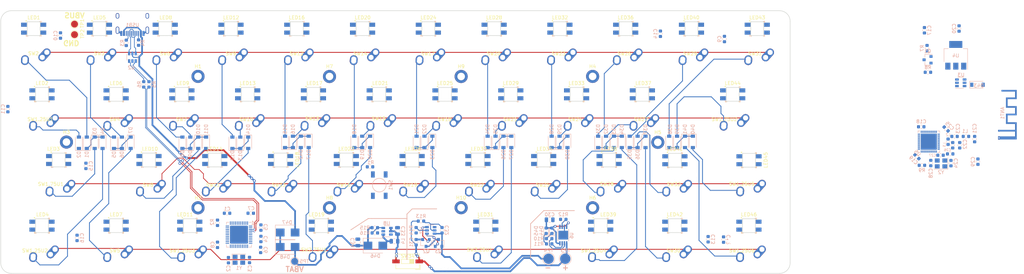
<source format=kicad_pcb>
(kicad_pcb (version 20171130) (host pcbnew "(5.0.2)-1")
  (title_block (title AngularRGB) (date 2019-04-18) (rev v1.0) (company AngularMK))
  (layers (0 F.Cu mixed) (1 In1.Cu mixed) (2 In2.Cu mixed) (31 B.Cu mixed) (34 B.Paste user) (35 F.Paste user) (36 B.SilkS user) (37 F.SilkS user) (38 B.Mask user) (39 F.Mask user) (44 Edge.Cuts user))
  (net 0 "")
  (net 1 GND)
  (net 2 VCC)
  (net 3 /XTAL1)
  (net 4 /XTAL2)
  (net 5 C0)
  (net 6 "Net-(D1-Pad2)")
  (net 7 "Net-(D2-Pad2)")
  (net 8 "Net-(D3-Pad2)")
  (net 9 "Net-(D4-Pad2)")
  (net 10 "Net-(D5-Pad2)")
  (net 11 C1)
  (net 12 "Net-(D6-Pad2)")
  (net 13 "Net-(D7-Pad2)")
  (net 14 C2)
  (net 15 "Net-(D8-Pad2)")
  (net 16 "Net-(D9-Pad2)")
  (net 17 "Net-(D10-Pad2)")
  (net 18 "Net-(D11-Pad2)")
  (net 19 "Net-(D12-Pad2)")
  (net 20 C3)
  (net 21 "Net-(D13-Pad2)")
  (net 22 "Net-(D14-Pad2)")
  (net 23 C4)
  (net 24 "Net-(D15-Pad2)")
  (net 25 "Net-(D16-Pad2)")
  (net 26 "Net-(D17-Pad2)")
  (net 27 C5)
  (net 28 "Net-(D18-Pad2)")
  (net 29 "Net-(D19-Pad2)")
  (net 30 "Net-(D20-Pad2)")
  (net 31 "Net-(D21-Pad2)")
  (net 32 C6)
  (net 33 "Net-(D22-Pad2)")
  (net 34 "Net-(D23-Pad2)")
  (net 35 "Net-(D24-Pad2)")
  (net 36 C7)
  (net 37 "Net-(D25-Pad2)")
  (net 38 "Net-(D26-Pad2)")
  (net 39 "Net-(D27-Pad2)")
  (net 40 "Net-(D28-Pad2)")
  (net 41 C8)
  (net 42 "Net-(D29-Pad2)")
  (net 43 "Net-(D30-Pad2)")
  (net 44 C9)
  (net 45 "Net-(D31-Pad2)")
  (net 46 "Net-(D32-Pad2)")
  (net 47 "Net-(D33-Pad2)")
  (net 48 "Net-(D34-Pad2)")
  (net 49 C10)
  (net 50 "Net-(D35-Pad2)")
  (net 51 "Net-(D36-Pad2)")
  (net 52 "Net-(D37-Pad2)")
  (net 53 C11)
  (net 54 "Net-(D38-Pad2)")
  (net 55 "Net-(D39-Pad2)")
  (net 56 "Net-(D40-Pad2)")
  (net 57 "Net-(D41-Pad2)")
  (net 58 "Net-(R1-Pad2)")
  (net 59 "Net-(R2-Pad1)")
  (net 60 "Net-(R3-Pad2)")
  (net 61 "Net-(R4-Pad1)")
  (net 62 /D+)
  (net 63 /D-)
  (net 64 R0)
  (net 65 R1)
  (net 66 R3)
  (net 67 R2)
  (net 68 "Net-(U1-Pad42)")
  (net 69 "Net-(USB1-Pad9)")
  (net 70 "Net-(USB1-Pad3)")
  (net 71 "Net-(D42-Pad2)")
  (net 72 /DN_PRE)
  (net 73 /DP_PRE)
  (net 74 /UCAP)
  (net 75 "Net-(LED1-Pad2)")
  (net 76 LED_INPUT)
  (net 77 "Net-(LED2-Pad2)")
  (net 78 "Net-(LED2-Pad4)")
  (net 79 "Net-(LED3-Pad4)")
  (net 80 "Net-(LED10-Pad4)")
  (net 81 "Net-(LED4-Pad4)")
  (net 82 "Net-(LED4-Pad2)")
  (net 83 "Net-(LED5-Pad2)")
  (net 84 "Net-(LED6-Pad2)")
  (net 85 "Net-(LED11-Pad4)")
  (net 86 "Net-(LED12-Pad4)")
  (net 87 "Net-(LED13-Pad4)")
  (net 88 "Net-(LED10-Pad2)")
  (net 89 "Net-(LED11-Pad2)")
  (net 90 "Net-(LED12-Pad2)")
  (net 91 "Net-(LED13-Pad2)")
  (net 92 "Net-(LED14-Pad2)")
  (net 93 "Net-(LED16-Pad2)")
  (net 94 "Net-(LED17-Pad2)")
  (net 95 "Net-(LED18-Pad2)")
  (net 96 "Net-(LED19-Pad2)")
  (net 97 "Net-(LED20-Pad2)")
  (net 98 "Net-(LED21-Pad2)")
  (net 99 "Net-(LED22-Pad2)")
  (net 100 "Net-(LED24-Pad2)")
  (net 101 "Net-(LED25-Pad2)")
  (net 102 "Net-(LED26-Pad2)")
  (net 103 "Net-(LED28-Pad2)")
  (net 104 "Net-(LED29-Pad2)")
  (net 105 "Net-(LED30-Pad2)")
  (net 106 "Net-(LED31-Pad2)")
  (net 107 "Net-(LED32-Pad2)")
  (net 108 "Net-(LED33-Pad2)")
  (net 109 "Net-(LED34-Pad2)")
  (net 110 "Net-(LED36-Pad2)")
  (net 111 "Net-(LED37-Pad2)")
  (net 112 "Net-(LED38-Pad2)")
  (net 113 "Net-(LED39-Pad2)")
  (net 114 "Net-(LED40-Pad2)")
  (net 115 "Net-(LED41-Pad2)")
  (net 116 "Net-(LED42-Pad2)")
  (net 117 "Net-(LED46-Pad2)")
  (net 118 /D_P)
  (net 119 /D_N)
  (net 120 /MOSI)
  (net 121 /MISO)
  (net 122 /SCL)
  (net 123 /SDA)
  (net 124 /RST)
  (net 125 /SCK)
  (net 126 /CS)
  (net 127 /IRQ)
  (net 128 /ANT)
  (net 129 +3V3)
  (net 130 "Net-(C22-Pad1)")
  (net 131 "Net-(C25-Pad1)")
  (net 132 "Net-(C27-Pad1)")
  (net 133 /CS_3V)
  (net 134 /SWDIO)
  (net 135 /MOSI_3V)
  (net 136 /SCK_3V)
  (net 137 "Net-(U5-Pad48)")
  (net 138 "Net-(U5-Pad47)")
  (net 139 "Net-(U5-Pad46)")
  (net 140 "Net-(U5-Pad45)")
  (net 141 /IRQ_3V)
  (net 142 "Net-(U5-Pad28)")
  (net 143 /CONN)
  (net 144 /MODE)
  (net 145 "Net-(U5-Pad25)")
  (net 146 /SWDCLK)
  (net 147 /FACTORYRST)
  (net 148 "Net-(U5-Pad21)")
  (net 149 "Net-(U5-Pad20)")
  (net 150 "Net-(U5-Pad19)")
  (net 151 "Net-(U5-Pad18)")
  (net 152 "Net-(U5-Pad17)")
  (net 153 "Net-(U5-Pad16)")
  (net 154 "Net-(U5-Pad15)")
  (net 155 "Net-(U5-Pad14)")
  (net 156 /DFU_3V)
  (net 157 "Net-(U5-Pad10)")
  (net 158 "Net-(U5-Pad9)")
  (net 159 "Net-(U5-Pad8)")
  (net 160 "Net-(U5-Pad7)")
  (net 161 "Net-(U5-Pad6)")
  (net 162 "Net-(U5-Pad5)")
  (net 163 "Net-(U5-Pad4)")
  (net 164 "Net-(U5-Pad3)")
  (net 165 "Net-(U5-Pad2)")
  (net 166 /ANT1)
  (net 167 /XC1)
  (net 168 /VDD_PA)
  (net 169 /XC2)
  (net 170 /ANT2)
  (net 171 VBUS)
  (net 172 /BAT+)
  (net 173 "Net-(C32-Pad1)")
  (net 174 /BAT-)
  (net 175 /VB_PRE)
  (net 176 +BATT)
  (net 177 "Net-(D44-Pad1)")
  (net 178 "Net-(D45-Pad1)")
  (net 179 /VB_SW)
  (net 180 /PPBUS_HOT)
  (net 181 "Net-(Q2-Pad3)")
  (net 182 "Net-(Q2-Pad2)")
  (net 183 "Net-(Q3-Pad2)")
  (net 184 "Net-(R10-Pad2)")
  (net 185 "Net-(R11-Pad2)")
  (net 186 "Net-(R12-Pad1)")
  (net 187 "Net-(R14-Pad1)")
  (net 188 /FB)
  (net 189 "Net-(U7-Pad4)")
  (net 190 "Net-(U8-Pad6)")
  (module MX_Switches:MX-1U (layer F.Cu) (at 115.9891 101.6635 180)
    (fp_text reference SW33 (at 0.4445 -2.9083 180) (layer F.SilkS))
    (fp_text value MX_1U)
    (pad "" np_thru_hole circle (at 5.08 0 228.0996) (size 1.7018 1.7018) (drill 1.7018) (layers *.Cu *.Mask))
    (pad "" np_thru_hole circle (at -5.08 0 228.0996) (size 1.7018 1.7018) (drill 1.7018) (layers *.Cu *.Mask))
    (pad 1 thru_hole circle (at -2.5 -4 180) (size 2.25 2.25) (drill 1.47) (layers *.Cu *.Mask) (net 67 R2))
    (pad "" np_thru_hole circle (at 0 0 180) (size 3.9878 3.9878) (drill 3.9878) (layers *.Cu *.Mask))
    (pad 1 thru_hole oval (at -3.81 -2.54 228.0996321) (size 4.211556 2.25) (drill 1.47 (offset 0.980778 0)) (layers *.Cu *.Mask) (net 67 R2))
    (pad 2 thru_hole circle (at 2.54 -5.08 180) (size 2.25 2.25) (drill 1.47) (layers *.Cu *.Mask) (net 71 "Net-(D42-Pad2)"))
    (pad 2 thru_hole oval (at 2.5 -4.5 266.0548) (size 2.831378 2.25) (drill 1.47 (offset 0.290689 0)) (layers *.Cu *.Mask) (net 71 "Net-(D42-Pad2)"))
  )
  (module MX_Switches:MX-1U (layer F.Cu) (at 211.2391 101.6635 180)
    (fp_text reference SW28 (at 0.6985 -2.6543 180) (layer F.SilkS))
    (fp_text value MX_1U)
    (pad "" np_thru_hole circle (at 5.08 0 228.0996) (size 1.7018 1.7018) (drill 1.7018) (layers *.Cu *.Mask))
    (pad "" np_thru_hole circle (at -5.08 0 228.0996) (size 1.7018 1.7018) (drill 1.7018) (layers *.Cu *.Mask))
    (pad 1 thru_hole circle (at -2.5 -4 180) (size 2.25 2.25) (drill 1.47) (layers *.Cu *.Mask) (net 67 R2))
    (pad "" np_thru_hole circle (at 0 0 180) (size 3.9878 3.9878) (drill 3.9878) (layers *.Cu *.Mask))
    (pad 1 thru_hole oval (at -3.81 -2.54 228.0996321) (size 4.211556 2.25) (drill 1.47 (offset 0.980778 0)) (layers *.Cu *.Mask) (net 67 R2))
    (pad 2 thru_hole circle (at 2.54 -5.08 180) (size 2.25 2.25) (drill 1.47) (layers *.Cu *.Mask) (net 47 "Net-(D33-Pad2)"))
    (pad 2 thru_hole oval (at 2.5 -4.5 266.0548) (size 2.831378 2.25) (drill 1.47 (offset 0.290689 0)) (layers *.Cu *.Mask) (net 47 "Net-(D33-Pad2)"))
  )
  (module MX_Switches:MX-1U (layer F.Cu) (at 254.0254 63.5762 180)
    (fp_text reference SW31 (at 0.5588 -2.8956 180) (layer F.SilkS))
    (fp_text value MX_1U)
    (pad 2 thru_hole oval (at 2.5 -4.5 266.0548) (size 2.831378 2.25) (drill 1.47 (offset 0.290689 0)) (layers *.Cu *.Mask) (net 54 "Net-(D38-Pad2)"))
    (pad 2 thru_hole circle (at 2.54 -5.08 180) (size 2.25 2.25) (drill 1.47) (layers *.Cu *.Mask) (net 54 "Net-(D38-Pad2)"))
    (pad 1 thru_hole oval (at -3.81 -2.54 228.0996321) (size 4.211556 2.25) (drill 1.47 (offset 0.980778 0)) (layers *.Cu *.Mask) (net 64 R0))
    (pad "" np_thru_hole circle (at 0 0 180) (size 3.9878 3.9878) (drill 3.9878) (layers *.Cu *.Mask))
    (pad 1 thru_hole circle (at -2.5 -4 180) (size 2.25 2.25) (drill 1.47) (layers *.Cu *.Mask) (net 64 R0))
    (pad "" np_thru_hole circle (at -5.08 0 228.0996) (size 1.7018 1.7018) (drill 1.7018) (layers *.Cu *.Mask))
    (pad "" np_thru_hole circle (at 5.08 0 228.0996) (size 1.7018 1.7018) (drill 1.7018) (layers *.Cu *.Mask))
  )
  (module Crystal:Crystal_SMD_3225-4Pin_3.2x2.5mm (layer B.Cu) (at 103.9925 126.277)
    (fp_text reference Y1 (at 0.0205 2.374 180) (layer B.SilkS) (effects (justify mirror)))
    (fp_text value Crystal_GND24 hide)
    (pad 1 smd rect (at -1.1 -0.85) (size 1.4 1.2) (layers B.Cu B.Paste B.Mask) (net 3 /XTAL1))
    (pad 2 smd rect (at 1.1 -0.85) (size 1.4 1.2) (layers B.Cu B.Paste B.Mask) (net 1 GND))
    (pad 3 smd rect (at 1.1 0.85) (size 1.4 1.2) (layers B.Cu B.Paste B.Mask) (net 4 /XTAL2))
    (pad 4 smd rect (at -1.1 0.85) (size 1.4 1.2) (layers B.Cu B.Paste B.Mask) (net 1 GND))
  )
  (module Capacitor_SMD:C_0603_1608Metric (layer B.Cu) (at 100.5585 112.776)
    (fp_text reference C1 (at 0 -1.27) (layer B.SilkS) (effects (justify mirror)))
    (fp_text value 1u)
    (pad 2 smd roundrect (at 0.7875 0) (size 0.875 0.95) (layers B.Cu B.Paste B.Mask) (net 1 GND))
    (pad 1 smd roundrect (at -0.7875 0) (size 0.875 0.95) (layers B.Cu B.Paste B.Mask) (net 2 VCC))
  )
  (module Capacitor_SMD:C_0603_1608Metric (layer B.Cu) (at 100.965 126.3905 270)
    (fp_text reference C2 (at 2.3875 0 270) (layer B.SilkS) (effects (justify mirror)))
    (fp_text value 20pF hide)
    (pad 1 smd roundrect (at -0.7875 0 270) (size 0.875 0.95) (layers B.Cu B.Paste B.Mask) (net 3 /XTAL1))
    (pad 2 smd roundrect (at 0.7875 0 270) (size 0.875 0.95) (layers B.Cu B.Paste B.Mask) (net 1 GND))
  )
  (module Capacitor_SMD:C_0603_1608Metric (layer B.Cu) (at 107.061 126.3395 90)
    (fp_text reference C3 (at -2.4385 0.127 90) (layer B.SilkS) (effects (justify mirror)))
    (fp_text value 20pF)
    (pad 2 smd roundrect (at 0.7875 0 90) (size 0.875 0.95) (layers B.Cu B.Paste B.Mask) (net 1 GND))
    (pad 1 smd roundrect (at -0.7875 0 90) (size 0.875 0.95) (layers B.Cu B.Paste B.Mask) (net 4 /XTAL2))
  )
  (module Capacitor_SMD:C_0603_1608Metric (layer B.Cu) (at 110.363 120.2435 90)
    (fp_text reference C4 (at -0.0255 1.397 90) (layer B.SilkS) (effects (justify mirror)))
    (fp_text value 100n)
    (pad 1 smd roundrect (at -0.7875 0 90) (size 0.875 0.95) (layers B.Cu B.Paste B.Mask) (net 2 VCC))
    (pad 2 smd roundrect (at 0.7875 0 90) (size 0.875 0.95) (layers B.Cu B.Paste B.Mask) (net 1 GND))
  )
  (module Capacitor_SMD:C_0603_1608Metric (layer B.Cu) (at 110.363 116.9415 90)
    (fp_text reference C5 (at 0.1525 1.397 90) (layer B.SilkS) (effects (justify mirror)))
    (fp_text value 1u)
    (pad 1 smd roundrect (at -0.7875 0 90) (size 0.875 0.95) (layers B.Cu B.Paste B.Mask) (net 74 /UCAP))
    (pad 2 smd roundrect (at 0.7875 0 90) (size 0.875 0.95) (layers B.Cu B.Paste B.Mask) (net 1 GND))
  )
  (module Capacitor_SMD:C_0603_1608Metric (layer B.Cu) (at 110.287002 123.418499 90)
    (fp_text reference C6 (at 0 1.472998 90) (layer B.SilkS) (effects (justify mirror)))
    (fp_text value 100n)
    (pad 2 smd roundrect (at 0.787501 0 90) (size 0.875 0.95) (layers B.Cu B.Paste B.Mask) (net 1 GND))
    (pad 1 smd roundrect (at -0.787501 0 90) (size 0.875 0.95) (layers B.Cu B.Paste B.Mask) (net 2 VCC))
  )
  (module Capacitor_SMD:C_0603_1608Metric (layer B.Cu) (at 107.4165 112.776 180)
    (fp_text reference C7 (at -0.127 1.397) (layer B.SilkS) (effects (justify mirror)))
    (fp_text value 100n)
    (pad 1 smd roundrect (at -0.7875 0 180) (size 0.875 0.95) (layers B.Cu B.Paste B.Mask) (net 2 VCC))
    (pad 2 smd roundrect (at 0.7875 0 180) (size 0.875 0.95) (layers B.Cu B.Paste B.Mask) (net 1 GND))
  )
  (module Capacitor_SMD:C_0603_1608Metric (layer B.Cu) (at 97.79 121.9455 270)
    (fp_text reference C8 (at -0.0255 1.397 270) (layer B.SilkS) (effects (justify mirror)))
    (fp_text value 100n)
    (pad 2 smd roundrect (at 0.7875 0 270) (size 0.875 0.95) (layers B.Cu B.Paste B.Mask) (net 1 GND))
    (pad 1 smd roundrect (at -0.7875 0 270) (size 0.875 0.95) (layers B.Cu B.Paste B.Mask) (net 2 VCC))
  )
  (module Diode_SMD:D_SOD-123 (layer B.Cu) (at 57.658 92.328 90)
    (fp_text reference D2 (at -3.43 0 90) (layer B.SilkS) (effects (justify mirror)))
    (fp_text value D)
    (pad 1 smd rect (at -1.65 0 90) (size 0.9 1.2) (layers B.Cu B.Paste B.Mask) (net 5 C0))
    (pad 2 smd rect (at 1.65 0 90) (size 0.9 1.2) (layers B.Cu B.Paste B.Mask) (net 7 "Net-(D2-Pad2)"))
  )
  (module Diode_SMD:D_SOD-123 (layer B.Cu) (at 62.23 92.328 270)
    (fp_text reference D3 (at -3.428 0 270) (layer B.SilkS) (effects (justify mirror)))
    (fp_text value D)
    (pad 1 smd rect (at -1.65 0 270) (size 0.9 1.2) (layers B.Cu B.Paste B.Mask) (net 5 C0))
    (pad 2 smd rect (at 1.65 0 270) (size 0.9 1.2) (layers B.Cu B.Paste B.Mask) (net 8 "Net-(D3-Pad2)"))
  )
  (module Diode_SMD:D_SOD-123 (layer B.Cu) (at 64.516 92.328 270)
    (fp_text reference D4 (at -3.428 0 270) (layer B.SilkS) (effects (justify mirror)))
    (fp_text value D hide)
    (pad 1 smd rect (at -1.65 0 270) (size 0.9 1.2) (layers B.Cu B.Paste B.Mask) (net 5 C0))
    (pad 2 smd rect (at 1.65 0 270) (size 0.9 1.2) (layers B.Cu B.Paste B.Mask) (net 9 "Net-(D4-Pad2)"))
  )
  (module Diode_SMD:D_SOD-123 (layer B.Cu) (at 67.818 92.328 90)
    (fp_text reference D5 (at -3.43 0 90) (layer B.SilkS) (effects (justify mirror)))
    (fp_text value D)
    (pad 2 smd rect (at 1.65 0 90) (size 0.9 1.2) (layers B.Cu B.Paste B.Mask) (net 10 "Net-(D5-Pad2)"))
    (pad 1 smd rect (at -1.65 0 90) (size 0.9 1.2) (layers B.Cu B.Paste B.Mask) (net 11 C1))
  )
  (module Diode_SMD:D_SOD-123 (layer B.Cu) (at 70.104 92.328 90)
    (fp_text reference D6 (at -3.43 0 90) (layer B.SilkS) (effects (justify mirror)))
    (fp_text value D)
    (pad 1 smd rect (at -1.65 0 90) (size 0.9 1.2) (layers B.Cu B.Paste B.Mask) (net 11 C1))
    (pad 2 smd rect (at 1.65 0 90) (size 0.9 1.2) (layers B.Cu B.Paste B.Mask) (net 12 "Net-(D6-Pad2)"))
  )
  (module Diode_SMD:D_SOD-123 (layer B.Cu) (at 72.644 92.328 270)
    (fp_text reference D7 (at -3.682 0 270) (layer B.SilkS) (effects (justify mirror)))
    (fp_text value D)
    (pad 2 smd rect (at 1.65 0 270) (size 0.9 1.2) (layers B.Cu B.Paste B.Mask) (net 13 "Net-(D7-Pad2)"))
    (pad 1 smd rect (at -1.65 0 270) (size 0.9 1.2) (layers B.Cu B.Paste B.Mask) (net 11 C1))
  )
  (module Diode_SMD:D_SOD-123 (layer B.Cu) (at 87.63 92.328 90)
    (fp_text reference D8 (at -3.176 0 90) (layer B.SilkS) (effects (justify mirror)))
    (fp_text value D)
    (pad 1 smd rect (at -1.65 0 90) (size 0.9 1.2) (layers B.Cu B.Paste B.Mask) (net 14 C2))
    (pad 2 smd rect (at 1.65 0 90) (size 0.9 1.2) (layers B.Cu B.Paste B.Mask) (net 15 "Net-(D8-Pad2)"))
  )
  (module Diode_SMD:D_SOD-123 (layer B.Cu) (at 89.916 92.328 90)
    (fp_text reference D9 (at -3.176 0 90) (layer B.SilkS) (effects (justify mirror)))
    (fp_text value D)
    (pad 2 smd rect (at 1.65 0 90) (size 0.9 1.2) (layers B.Cu B.Paste B.Mask) (net 16 "Net-(D9-Pad2)"))
    (pad 1 smd rect (at -1.65 0 90) (size 0.9 1.2) (layers B.Cu B.Paste B.Mask) (net 14 C2))
  )
  (module Diode_SMD:D_SOD-123 (layer B.Cu) (at 92.202 92.328 270)
    (fp_text reference D10 (at -3.936 0 270) (layer B.SilkS) (effects (justify mirror)))
    (fp_text value D)
    (pad 1 smd rect (at -1.65 0 270) (size 0.9 1.2) (layers B.Cu B.Paste B.Mask) (net 14 C2))
    (pad 2 smd rect (at 1.65 0 270) (size 0.9 1.2) (layers B.Cu B.Paste B.Mask) (net 17 "Net-(D10-Pad2)"))
  )
  (module Diode_SMD:D_SOD-123 (layer B.Cu) (at 94.488 92.328 270)
    (fp_text reference D11 (at -3.936 0 270) (layer B.SilkS) (effects (justify mirror)))
    (fp_text value D)
    (pad 2 smd rect (at 1.65 0 270) (size 0.9 1.2) (layers B.Cu B.Paste B.Mask) (net 18 "Net-(D11-Pad2)"))
    (pad 1 smd rect (at -1.65 0 270) (size 0.9 1.2) (layers B.Cu B.Paste B.Mask) (net 14 C2))
  )
  (module Diode_SMD:D_SOD-123 (layer B.Cu) (at 102.108 92.33 90)
    (fp_text reference D12 (at -3.682 0 90) (layer B.SilkS) (effects (justify mirror)))
    (fp_text value D)
    (pad 2 smd rect (at 1.65 0 90) (size 0.9 1.2) (layers B.Cu B.Paste B.Mask) (net 19 "Net-(D12-Pad2)"))
    (pad 1 smd rect (at -1.65 0 90) (size 0.9 1.2) (layers B.Cu B.Paste B.Mask) (net 20 C3))
  )
  (module Diode_SMD:D_SOD-123 (layer B.Cu) (at 104.394 92.328 90)
    (fp_text reference D13 (at -3.684 0 90) (layer B.SilkS) (effects (justify mirror)))
    (fp_text value D)
    (pad 1 smd rect (at -1.65 0 90) (size 0.9 1.2) (layers B.Cu B.Paste B.Mask) (net 20 C3))
    (pad 2 smd rect (at 1.65 0 90) (size 0.9 1.2) (layers B.Cu B.Paste B.Mask) (net 21 "Net-(D13-Pad2)"))
  )
  (module Diode_SMD:D_SOD-123 (layer B.Cu) (at 106.68 92.328 270)
    (fp_text reference D14 (at -3.936 0 270) (layer B.SilkS) (effects (justify mirror)))
    (fp_text value D)
    (pad 2 smd rect (at 1.65 0 270) (size 0.9 1.2) (layers B.Cu B.Paste B.Mask) (net 22 "Net-(D14-Pad2)"))
    (pad 1 smd rect (at -1.65 0 270) (size 0.9 1.2) (layers B.Cu B.Paste B.Mask) (net 20 C3))
  )
  (module Diode_SMD:D_SOD-123 (layer B.Cu) (at 117.348 92.074 90)
    (fp_text reference D15 (at 3.682 0 90) (layer B.SilkS) (effects (justify mirror)))
    (fp_text value D)
    (pad 1 smd rect (at -1.65 0 90) (size 0.9 1.2) (layers B.Cu B.Paste B.Mask) (net 23 C4))
    (pad 2 smd rect (at 1.65 0 90) (size 0.9 1.2) (layers B.Cu B.Paste B.Mask) (net 24 "Net-(D15-Pad2)"))
  )
  (module Diode_SMD:D_SOD-123 (layer B.Cu) (at 119.634 92.074 90)
    (fp_text reference D16 (at 3.682 0 90) (layer B.SilkS) (effects (justify mirror)))
    (fp_text value D)
    (pad 2 smd rect (at 1.65 0 90) (size 0.9 1.2) (layers B.Cu B.Paste B.Mask) (net 25 "Net-(D16-Pad2)"))
    (pad 1 smd rect (at -1.65 0 90) (size 0.9 1.2) (layers B.Cu B.Paste B.Mask) (net 23 C4))
  )
  (module Diode_SMD:D_SOD-123 (layer B.Cu) (at 124.206 92.074 270)
    (fp_text reference D17 (at 3.684 0 270) (layer B.SilkS) (effects (justify mirror)))
    (fp_text value D)
    (pad 1 smd rect (at -1.65 0 270) (size 0.9 1.2) (layers B.Cu B.Paste B.Mask) (net 23 C4))
    (pad 2 smd rect (at 1.65 0 270) (size 0.9 1.2) (layers B.Cu B.Paste B.Mask) (net 26 "Net-(D17-Pad2)"))
  )
  (module Diode_SMD:D_SOD-123 (layer B.Cu) (at 137.414 92.074 90)
    (fp_text reference D18 (at 3.682 0 270) (layer B.SilkS) (effects (justify mirror)))
    (fp_text value D)
    (pad 1 smd rect (at -1.65 0 90) (size 0.9 1.2) (layers B.Cu B.Paste B.Mask) (net 27 C5))
    (pad 2 smd rect (at 1.65 0 90) (size 0.9 1.2) (layers B.Cu B.Paste B.Mask) (net 28 "Net-(D18-Pad2)"))
  )
  (module Diode_SMD:D_SOD-123 (layer B.Cu) (at 139.7 92.074 90)
    (fp_text reference D19 (at -3.684 0 90) (layer B.SilkS) (effects (justify mirror)))
    (fp_text value D)
    (pad 2 smd rect (at 1.65 0 90) (size 0.9 1.2) (layers B.Cu B.Paste B.Mask) (net 29 "Net-(D19-Pad2)"))
    (pad 1 smd rect (at -1.65 0 90) (size 0.9 1.2) (layers B.Cu B.Paste B.Mask) (net 27 C5))
  )
  (module Diode_SMD:D_SOD-123 (layer B.Cu) (at 141.986 92.074 270)
    (fp_text reference D20 (at 3.684 0 270) (layer B.SilkS) (effects (justify mirror)))
    (fp_text value D)
    (pad 2 smd rect (at 1.65 0 270) (size 0.9 1.2) (layers B.Cu B.Paste B.Mask) (net 30 "Net-(D20-Pad2)"))
    (pad 1 smd rect (at -1.65 0 270) (size 0.9 1.2) (layers B.Cu B.Paste B.Mask) (net 27 C5))
  )
  (module Diode_SMD:D_SOD-123 (layer B.Cu) (at 155.448 92.076 90)
    (fp_text reference D21 (at 3.684 0 90) (layer B.SilkS) (effects (justify mirror)))
    (fp_text value D)
    (pad 2 smd rect (at 1.65 0 90) (size 0.9 1.2) (layers B.Cu B.Paste B.Mask) (net 31 "Net-(D21-Pad2)"))
    (pad 1 smd rect (at -1.65 0 90) (size 0.9 1.2) (layers B.Cu B.Paste B.Mask) (net 32 C6))
  )
  (module Diode_SMD:D_SOD-123 (layer B.Cu) (at 157.734 92.074 90)
    (fp_text reference D22 (at 3.682 0 90) (layer B.SilkS) (effects (justify mirror)))
    (fp_text value D)
    (pad 1 smd rect (at -1.65 0 90) (size 0.9 1.2) (layers B.Cu B.Paste B.Mask) (net 32 C6))
    (pad 2 smd rect (at 1.65 0 90) (size 0.9 1.2) (layers B.Cu B.Paste B.Mask) (net 33 "Net-(D22-Pad2)"))
  )
  (module Diode_SMD:D_SOD-123 (layer B.Cu) (at 160.02 92.074 270)
    (fp_text reference D23 (at 3.684 0 270) (layer B.SilkS) (effects (justify mirror)))
    (fp_text value D)
    (pad 2 smd rect (at 1.65 0 270) (size 0.9 1.2) (layers B.Cu B.Paste B.Mask) (net 34 "Net-(D23-Pad2)"))
    (pad 1 smd rect (at -1.65 0 270) (size 0.9 1.2) (layers B.Cu B.Paste B.Mask) (net 32 C6))
  )
  (module Diode_SMD:D_SOD-123 (layer B.Cu) (at 176.022 92.076 90)
    (fp_text reference D24 (at 3.684 0 90) (layer B.SilkS) (effects (justify mirror)))
    (fp_text value D)
    (pad 2 smd rect (at 1.65 0 90) (size 0.9 1.2) (layers B.Cu B.Paste B.Mask) (net 35 "Net-(D24-Pad2)"))
    (pad 1 smd rect (at -1.65 0 90) (size 0.9 1.2) (layers B.Cu B.Paste B.Mask) (net 36 C7))
  )
  (module Diode_SMD:D_SOD-123 (layer B.Cu) (at 178.308 92.074 90)
    (fp_text reference D25 (at 3.682 0 90) (layer B.SilkS) (effects (justify mirror)))
    (fp_text value D)
    (pad 1 smd rect (at -1.65 0 90) (size 0.9 1.2) (layers B.Cu B.Paste B.Mask) (net 36 C7))
    (pad 2 smd rect (at 1.65 0 90) (size 0.9 1.2) (layers B.Cu B.Paste B.Mask) (net 37 "Net-(D25-Pad2)"))
  )
  (module Diode_SMD:D_SOD-123 (layer B.Cu) (at 180.594 92.074 270)
    (fp_text reference D26 (at 3.684 0 270) (layer B.SilkS) (effects (justify mirror)))
    (fp_text value D)
    (pad 1 smd rect (at -1.65 0 270) (size 0.9 1.2) (layers B.Cu B.Paste B.Mask) (net 36 C7))
    (pad 2 smd rect (at 1.65 0 270) (size 0.9 1.2) (layers B.Cu B.Paste B.Mask) (net 38 "Net-(D26-Pad2)"))
  )
  (module Diode_SMD:D_SOD-123 (layer B.Cu) (at 182.88 92.074 270)
    (fp_text reference D27 (at 3.684 0 90) (layer B.SilkS) (effects (justify mirror)))
    (fp_text value D)
    (pad 1 smd rect (at -1.65 0 270) (size 0.9 1.2) (layers B.Cu B.Paste B.Mask) (net 36 C7))
    (pad 2 smd rect (at 1.65 0 270) (size 0.9 1.2) (layers B.Cu B.Paste B.Mask) (net 39 "Net-(D27-Pad2)"))
  )
  (module Diode_SMD:D_SOD-123 (layer B.Cu) (at 194.564 92.076 90)
    (fp_text reference D28 (at 3.684 0 90) (layer B.SilkS) (effects (justify mirror)))
    (fp_text value D)
    (pad 2 smd rect (at 1.65 0 90) (size 0.9 1.2) (layers B.Cu B.Paste B.Mask) (net 40 "Net-(D28-Pad2)"))
    (pad 1 smd rect (at -1.65 0 90) (size 0.9 1.2) (layers B.Cu B.Paste B.Mask) (net 41 C8))
  )
  (module Diode_SMD:D_SOD-123 (layer B.Cu) (at 196.85 92.074 90)
    (fp_text reference D29 (at 3.682 0 90) (layer B.SilkS) (effects (justify mirror)))
    (fp_text value D)
    (pad 1 smd rect (at -1.65 0 90) (size 0.9 1.2) (layers B.Cu B.Paste B.Mask) (net 41 C8))
    (pad 2 smd rect (at 1.65 0 90) (size 0.9 1.2) (layers B.Cu B.Paste B.Mask) (net 42 "Net-(D29-Pad2)"))
  )
  (module Diode_SMD:D_SOD-123 (layer B.Cu) (at 199.136 92.074 270)
    (fp_text reference D30 (at 3.684 0 270) (layer B.SilkS) (effects (justify mirror)))
    (fp_text value D)
    (pad 2 smd rect (at 1.65 0 270) (size 0.9 1.2) (layers B.Cu B.Paste B.Mask) (net 43 "Net-(D30-Pad2)"))
    (pad 1 smd rect (at -1.65 0 270) (size 0.9 1.2) (layers B.Cu B.Paste B.Mask) (net 41 C8))
  )
  (module Diode_SMD:D_SOD-123 (layer B.Cu) (at 208.026 92.076 90)
    (fp_text reference D31 (at 3.684 0 90) (layer B.SilkS) (effects (justify mirror)))
    (fp_text value D)
    (pad 1 smd rect (at -1.65 0 90) (size 0.9 1.2) (layers B.Cu B.Paste B.Mask) (net 44 C9))
    (pad 2 smd rect (at 1.65 0 90) (size 0.9 1.2) (layers B.Cu B.Paste B.Mask) (net 45 "Net-(D31-Pad2)"))
  )
  (module Diode_SMD:D_SOD-123 (layer B.Cu) (at 210.312 92.074 90)
    (fp_text reference D32 (at 3.682 0 90) (layer B.SilkS) (effects (justify mirror)))
    (fp_text value D)
    (pad 2 smd rect (at 1.65 0 90) (size 0.9 1.2) (layers B.Cu B.Paste B.Mask) (net 46 "Net-(D32-Pad2)"))
    (pad 1 smd rect (at -1.65 0 90) (size 0.9 1.2) (layers B.Cu B.Paste B.Mask) (net 44 C9))
  )
  (module Diode_SMD:D_SOD-123 (layer B.Cu) (at 212.598 92.074 270)
    (fp_text reference D33 (at -3.682 0 270) (layer B.SilkS) (effects (justify mirror)))
    (fp_text value D)
    (pad 2 smd rect (at 1.65 0 270) (size 0.9 1.2) (layers B.Cu B.Paste B.Mask) (net 47 "Net-(D33-Pad2)"))
    (pad 1 smd rect (at -1.65 0 270) (size 0.9 1.2) (layers B.Cu B.Paste B.Mask) (net 44 C9))
  )
  (module Diode_SMD:D_SOD-123 (layer B.Cu) (at 214.884 92.074 270)
    (fp_text reference D34 (at -3.682 0 270) (layer B.SilkS) (effects (justify mirror)))
    (fp_text value D)
    (pad 1 smd rect (at -1.65 0 270) (size 0.9 1.2) (layers B.Cu B.Paste B.Mask) (net 44 C9))
    (pad 2 smd rect (at 1.65 0 270) (size 0.9 1.2) (layers B.Cu B.Paste B.Mask) (net 48 "Net-(D34-Pad2)"))
  )
  (module Diode_SMD:D_SOD-123 (layer B.Cu) (at 217.17 92.074 90)
    (fp_text reference D35 (at -3.684 0 90) (layer B.SilkS) (effects (justify mirror)))
    (fp_text value D)
    (pad 1 smd rect (at -1.65 0 90) (size 0.9 1.2) (layers B.Cu B.Paste B.Mask) (net 49 C10))
    (pad 2 smd rect (at 1.65 0 90) (size 0.9 1.2) (layers B.Cu B.Paste B.Mask) (net 50 "Net-(D35-Pad2)"))
  )
  (module Diode_SMD:D_SOD-123 (layer B.Cu) (at 219.456 92.074 90)
    (fp_text reference D36 (at -3.684 0 90) (layer B.SilkS) (effects (justify mirror)))
    (fp_text value D)
    (pad 2 smd rect (at 1.65 0 90) (size 0.9 1.2) (layers B.Cu B.Paste B.Mask) (net 51 "Net-(D36-Pad2)"))
    (pad 1 smd rect (at -1.65 0 90) (size 0.9 1.2) (layers B.Cu B.Paste B.Mask) (net 49 C10))
  )
  (module Diode_SMD:D_SOD-123 (layer B.Cu) (at 221.742 92.076 270)
    (fp_text reference D37 (at -3.682 0 270) (layer B.SilkS) (effects (justify mirror)))
    (fp_text value D)
    (pad 2 smd rect (at 1.65 0 270) (size 0.9 1.2) (layers B.Cu B.Paste B.Mask) (net 52 "Net-(D37-Pad2)"))
    (pad 1 smd rect (at -1.65 0 270) (size 0.9 1.2) (layers B.Cu B.Paste B.Mask) (net 49 C10))
  )
  (module Diode_SMD:D_SOD-123 (layer B.Cu) (at 228.6 92.076 90)
    (fp_text reference D38 (at 3.684 0.254 90) (layer B.SilkS) (effects (justify mirror)))
    (fp_text value D)
    (pad 1 smd rect (at -1.65 0 90) (size 0.9 1.2) (layers B.Cu B.Paste B.Mask) (net 53 C11))
    (pad 2 smd rect (at 1.65 0 90) (size 0.9 1.2) (layers B.Cu B.Paste B.Mask) (net 54 "Net-(D38-Pad2)"))
  )
  (module Diode_SMD:D_SOD-123 (layer B.Cu) (at 230.886 92.074 90)
    (fp_text reference D39 (at 3.682 0 90) (layer B.SilkS) (effects (justify mirror)))
    (fp_text value D)
    (pad 2 smd rect (at 1.65 0 90) (size 0.9 1.2) (layers B.Cu B.Paste B.Mask) (net 55 "Net-(D39-Pad2)"))
    (pad 1 smd rect (at -1.65 0 90) (size 0.9 1.2) (layers B.Cu B.Paste B.Mask) (net 53 C11))
  )
  (module Diode_SMD:D_SOD-123 (layer B.Cu) (at 235.458 92.074 270)
    (fp_text reference D40 (at -3.682 0 270) (layer B.SilkS) (effects (justify mirror)))
    (fp_text value D)
    (pad 1 smd rect (at -1.65 0 270) (size 0.9 1.2) (layers B.Cu B.Paste B.Mask) (net 53 C11))
    (pad 2 smd rect (at 1.65 0 270) (size 0.9 1.2) (layers B.Cu B.Paste B.Mask) (net 56 "Net-(D40-Pad2)"))
  )
  (module Diode_SMD:D_SOD-123 (layer B.Cu) (at 233.172 92.074 270)
    (fp_text reference D41 (at -3.682 0 270) (layer B.SilkS) (effects (justify mirror)))
    (fp_text value D)
    (pad 2 smd rect (at 1.65 0 270) (size 0.9 1.2) (layers B.Cu B.Paste B.Mask) (net 57 "Net-(D41-Pad2)"))
    (pad 1 smd rect (at -1.65 0 270) (size 0.9 1.2) (layers B.Cu B.Paste B.Mask) (net 53 C11))
  )
  (module Resistor_SMD:R_0603_1608Metric (layer B.Cu) (at 141.9605 99.314)
    (fp_text reference R1 (at 0.1525 -1.27) (layer B.SilkS) (effects (justify mirror)))
    (fp_text value 5k1)
    (pad 1 smd roundrect (at -0.7875 0) (size 0.875 0.95) (layers B.Cu B.Paste B.Mask) (net 2 VCC))
    (pad 2 smd roundrect (at 0.7875 0) (size 0.875 0.95) (layers B.Cu B.Paste B.Mask) (net 58 "Net-(R1-Pad2)"))
  )
  (module Resistor_SMD:R_0603_1608Metric (layer B.Cu) (at 97.79 115.5445 90)
    (fp_text reference R2 (at 0.2285 -1.524 90) (layer B.SilkS) (effects (justify mirror)))
    (fp_text value 5k1)
    (pad 2 smd roundrect (at 0.7875 0 90) (size 0.875 0.95) (layers B.Cu B.Paste B.Mask) (net 1 GND))
    (pad 1 smd roundrect (at -0.7875 0 90) (size 0.875 0.95) (layers B.Cu B.Paste B.Mask) (net 59 "Net-(R2-Pad1)"))
  )
  (module Resistor_SMD:R_0603_1608Metric (layer B.Cu) (at 71.374 63.3475 90)
    (fp_text reference R3 (at 0 -1.143 90) (layer B.SilkS) (effects (justify mirror)))
    (fp_text value 5k1)
    (pad 2 smd roundrect (at 0.7875 0 90) (size 0.875 0.95) (layers B.Cu B.Paste B.Mask) (net 60 "Net-(R3-Pad2)"))
    (pad 1 smd roundrect (at -0.7875 0 90) (size 0.875 0.95) (layers B.Cu B.Paste B.Mask) (net 1 GND))
  )
  (module Resistor_SMD:R_0603_1608Metric (layer B.Cu) (at 74.93 63.2715 270)
    (fp_text reference R4 (at 0.1015 -1.27 270) (layer B.SilkS) (effects (justify mirror)))
    (fp_text value 5k1)
    (pad 1 smd roundrect (at -0.7875 0 270) (size 0.875 0.95) (layers B.Cu B.Paste B.Mask) (net 61 "Net-(R4-Pad1)"))
    (pad 2 smd roundrect (at 0.7875 0 270) (size 0.875 0.95) (layers B.Cu B.Paste B.Mask) (net 1 GND))
  )
  (module Resistor_SMD:R_0603_1608Metric (layer B.Cu) (at 77.9526 75.3871 90)
    (fp_text reference R5 (at 0 1.524 90) (layer B.SilkS) (effects (justify mirror)))
    (fp_text value 22)
    (pad 2 smd roundrect (at 0.7875 0 90) (size 0.875 0.95) (layers B.Cu B.Paste B.Mask) (net 118 /D_P))
    (pad 1 smd roundrect (at -0.7875 0 90) (size 0.875 0.95) (layers B.Cu B.Paste B.Mask) (net 62 /D+))
  )
  (module Resistor_SMD:R_0603_1608Metric (layer B.Cu) (at 76.4286 75.3873 90)
    (fp_text reference R6 (at 0 -1.27 90) (layer B.SilkS) (effects (justify mirror)))
    (fp_text value 22)
    (pad 1 smd roundrect (at -0.7875 0 90) (size 0.875 0.95) (layers B.Cu B.Paste B.Mask) (net 63 /D-))
    (pad 2 smd roundrect (at 0.7875 0 90) (size 0.875 0.95) (layers B.Cu B.Paste B.Mask) (net 119 /D_N))
  )
  (module MX_Switches:MX-1U (layer F.Cu) (at 44.5516 63.5508 180)
    (fp_text reference SW2 (at 0.0635 -2.8575 180) (layer F.SilkS))
    (fp_text value MX_1U)
    (pad 2 thru_hole oval (at 2.5 -4.5 266.0548) (size 2.831378 2.25) (drill 1.47 (offset 0.290689 0)) (layers *.Cu *.Mask) (net 6 "Net-(D1-Pad2)"))
    (pad 2 thru_hole circle (at 2.54 -5.08 180) (size 2.25 2.25) (drill 1.47) (layers *.Cu *.Mask) (net 6 "Net-(D1-Pad2)"))
    (pad 1 thru_hole oval (at -3.81 -2.54 228.0996321) (size 4.211556 2.25) (drill 1.47 (offset 0.980778 0)) (layers *.Cu *.Mask) (net 64 R0))
    (pad "" np_thru_hole circle (at 0 0 180) (size 3.9878 3.9878) (drill 3.9878) (layers *.Cu *.Mask))
    (pad 1 thru_hole circle (at -2.5 -4 180) (size 2.25 2.25) (drill 1.47) (layers *.Cu *.Mask) (net 64 R0))
    (pad "" np_thru_hole circle (at -5.08 0 228.0996) (size 1.7018 1.7018) (drill 1.7018) (layers *.Cu *.Mask))
    (pad "" np_thru_hole circle (at 5.08 0 228.0996) (size 1.7018 1.7018) (drill 1.7018) (layers *.Cu *.Mask))
  )
  (module MX_Switches:MX-1U (layer F.Cu) (at 63.5635 63.5635 180)
    (fp_text reference SW3 (at 0 -2.8448 180) (layer F.SilkS))
    (fp_text value MX_1U)
    (pad "" np_thru_hole circle (at 5.08 0 228.0996) (size 1.7018 1.7018) (drill 1.7018) (layers *.Cu *.Mask))
    (pad "" np_thru_hole circle (at -5.08 0 228.0996) (size 1.7018 1.7018) (drill 1.7018) (layers *.Cu *.Mask))
    (pad 1 thru_hole circle (at -2.5 -4 180) (size 2.25 2.25) (drill 1.47) (layers *.Cu *.Mask) (net 64 R0))
    (pad "" np_thru_hole circle (at 0 0 180) (size 3.9878 3.9878) (drill 3.9878) (layers *.Cu *.Mask))
    (pad 1 thru_hole oval (at -3.81 -2.54 228.0996321) (size 4.211556 2.25) (drill 1.47 (offset 0.980778 0)) (layers *.Cu *.Mask) (net 64 R0))
    (pad 2 thru_hole circle (at 2.54 -5.08 180) (size 2.25 2.25) (drill 1.47) (layers *.Cu *.Mask) (net 10 "Net-(D5-Pad2)"))
    (pad 2 thru_hole oval (at 2.5 -4.5 266.0548) (size 2.831378 2.25) (drill 1.47 (offset 0.290689 0)) (layers *.Cu *.Mask) (net 10 "Net-(D5-Pad2)"))
  )
  (module MX_Switches:MX-1U (layer F.Cu) (at 68.3895 82.6135 180)
    (fp_text reference SW4 (at 0.3429 -2.9083 180) (layer F.SilkS))
    (fp_text value MX_1U)
    (pad "" np_thru_hole circle (at 5.08 0 228.0996) (size 1.7018 1.7018) (drill 1.7018) (layers *.Cu *.Mask))
    (pad "" np_thru_hole circle (at -5.08 0 228.0996) (size 1.7018 1.7018) (drill 1.7018) (layers *.Cu *.Mask))
    (pad 1 thru_hole circle (at -2.5 -4 180) (size 2.25 2.25) (drill 1.47) (layers *.Cu *.Mask) (net 65 R1))
    (pad "" np_thru_hole circle (at 0 0 180) (size 3.9878 3.9878) (drill 3.9878) (layers *.Cu *.Mask))
    (pad 1 thru_hole oval (at -3.81 -2.54 228.0996321) (size 4.211556 2.25) (drill 1.47 (offset 0.980778 0)) (layers *.Cu *.Mask) (net 65 R1))
    (pad 2 thru_hole circle (at 2.54 -5.08 180) (size 2.25 2.25) (drill 1.47) (layers *.Cu *.Mask) (net 12 "Net-(D6-Pad2)"))
    (pad 2 thru_hole oval (at 2.5 -4.5 266.0548) (size 2.831378 2.25) (drill 1.47 (offset 0.290689 0)) (layers *.Cu *.Mask) (net 12 "Net-(D6-Pad2)"))
  )
  (module MX_Switches:MX-1U (layer F.Cu) (at 68.3895 120.7135 180)
    (fp_text reference SW5 (at 0.3429 -2.9083 180) (layer F.SilkS))
    (fp_text value MX_1U)
    (pad 2 thru_hole oval (at 2.5 -4.5 266.0548) (size 2.831378 2.25) (drill 1.47 (offset 0.290689 0)) (layers *.Cu *.Mask) (net 13 "Net-(D7-Pad2)"))
    (pad 2 thru_hole circle (at 2.54 -5.08 180) (size 2.25 2.25) (drill 1.47) (layers *.Cu *.Mask) (net 13 "Net-(D7-Pad2)"))
    (pad 1 thru_hole oval (at -3.81 -2.54 228.0996321) (size 4.211556 2.25) (drill 1.47 (offset 0.980778 0)) (layers *.Cu *.Mask) (net 66 R3))
    (pad "" np_thru_hole circle (at 0 0 180) (size 3.9878 3.9878) (drill 3.9878) (layers *.Cu *.Mask))
    (pad 1 thru_hole circle (at -2.5 -4 180) (size 2.25 2.25) (drill 1.47) (layers *.Cu *.Mask) (net 66 R3))
    (pad "" np_thru_hole circle (at -5.08 0 228.0996) (size 1.7018 1.7018) (drill 1.7018) (layers *.Cu *.Mask))
    (pad "" np_thru_hole circle (at 5.08 0 228.0996) (size 1.7018 1.7018) (drill 1.7018) (layers *.Cu *.Mask))
  )
  (module MX_Switches:MX-1U (layer F.Cu) (at 82.6135 63.5635 180)
    (fp_text reference SW6 (at 0 -2.9083 180) (layer F.SilkS))
    (fp_text value MX_1U)
    (pad "" np_thru_hole circle (at 5.08 0 228.0996) (size 1.7018 1.7018) (drill 1.7018) (layers *.Cu *.Mask))
    (pad "" np_thru_hole circle (at -5.08 0 228.0996) (size 1.7018 1.7018) (drill 1.7018) (layers *.Cu *.Mask))
    (pad 1 thru_hole circle (at -2.5 -4 180) (size 2.25 2.25) (drill 1.47) (layers *.Cu *.Mask) (net 64 R0))
    (pad "" np_thru_hole circle (at 0 0 180) (size 3.9878 3.9878) (drill 3.9878) (layers *.Cu *.Mask))
    (pad 1 thru_hole oval (at -3.81 -2.54 228.0996321) (size 4.211556 2.25) (drill 1.47 (offset 0.980778 0)) (layers *.Cu *.Mask) (net 64 R0))
    (pad 2 thru_hole circle (at 2.54 -5.08 180) (size 2.25 2.25) (drill 1.47) (layers *.Cu *.Mask) (net 15 "Net-(D8-Pad2)"))
    (pad 2 thru_hole oval (at 2.5 -4.5 266.0548) (size 2.831378 2.25) (drill 1.47 (offset 0.290689 0)) (layers *.Cu *.Mask) (net 15 "Net-(D8-Pad2)"))
  )
  (module MX_Switches:MX-1U (layer F.Cu) (at 87.4395 82.6135 180)
    (fp_text reference SW7 (at 0.0889 -2.9083 180) (layer F.SilkS))
    (fp_text value MX_1U)
    (pad 2 thru_hole oval (at 2.5 -4.5 266.0548) (size 2.831378 2.25) (drill 1.47 (offset 0.290689 0)) (layers *.Cu *.Mask) (net 16 "Net-(D9-Pad2)"))
    (pad 2 thru_hole circle (at 2.54 -5.08 180) (size 2.25 2.25) (drill 1.47) (layers *.Cu *.Mask) (net 16 "Net-(D9-Pad2)"))
    (pad 1 thru_hole oval (at -3.81 -2.54 228.0996321) (size 4.211556 2.25) (drill 1.47 (offset 0.980778 0)) (layers *.Cu *.Mask) (net 65 R1))
    (pad "" np_thru_hole circle (at 0 0 180) (size 3.9878 3.9878) (drill 3.9878) (layers *.Cu *.Mask))
    (pad 1 thru_hole circle (at -2.5 -4 180) (size 2.25 2.25) (drill 1.47) (layers *.Cu *.Mask) (net 65 R1))
    (pad "" np_thru_hole circle (at -5.08 0 228.0996) (size 1.7018 1.7018) (drill 1.7018) (layers *.Cu *.Mask))
    (pad "" np_thru_hole circle (at 5.08 0 228.0996) (size 1.7018 1.7018) (drill 1.7018) (layers *.Cu *.Mask))
  )
  (module MX_Switches:MX-1U (layer F.Cu) (at 77.8891 101.6635 180)
    (fp_text reference SW8 (at 0.1905 -2.9083 180) (layer F.SilkS))
    (fp_text value MX_1U)
    (pad "" np_thru_hole circle (at 5.08 0 228.0996) (size 1.7018 1.7018) (drill 1.7018) (layers *.Cu *.Mask))
    (pad "" np_thru_hole circle (at -5.08 0 228.0996) (size 1.7018 1.7018) (drill 1.7018) (layers *.Cu *.Mask))
    (pad 1 thru_hole circle (at -2.5 -4 180) (size 2.25 2.25) (drill 1.47) (layers *.Cu *.Mask) (net 67 R2))
    (pad "" np_thru_hole circle (at 0 0 180) (size 3.9878 3.9878) (drill 3.9878) (layers *.Cu *.Mask))
    (pad 1 thru_hole oval (at -3.81 -2.54 228.0996321) (size 4.211556 2.25) (drill 1.47 (offset 0.980778 0)) (layers *.Cu *.Mask) (net 67 R2))
    (pad 2 thru_hole circle (at 2.54 -5.08 180) (size 2.25 2.25) (drill 1.47) (layers *.Cu *.Mask) (net 17 "Net-(D10-Pad2)"))
    (pad 2 thru_hole oval (at 2.5 -4.5 266.0548) (size 2.831378 2.25) (drill 1.47 (offset 0.290689 0)) (layers *.Cu *.Mask) (net 17 "Net-(D10-Pad2)"))
  )
  (module MX_Switches:MX-1U (layer F.Cu) (at 101.6635 63.5635 180)
    (fp_text reference SW9 (at 0 -2.9083 180) (layer F.SilkS))
    (fp_text value MX_1U)
    (pad 2 thru_hole oval (at 2.5 -4.5 266.0548) (size 2.831378 2.25) (drill 1.47 (offset 0.290689 0)) (layers *.Cu *.Mask) (net 19 "Net-(D12-Pad2)"))
    (pad 2 thru_hole circle (at 2.54 -5.08 180) (size 2.25 2.25) (drill 1.47) (layers *.Cu *.Mask) (net 19 "Net-(D12-Pad2)"))
    (pad 1 thru_hole oval (at -3.81 -2.54 228.0996321) (size 4.211556 2.25) (drill 1.47 (offset 0.980778 0)) (layers *.Cu *.Mask) (net 64 R0))
    (pad "" np_thru_hole circle (at 0 0 180) (size 3.9878 3.9878) (drill 3.9878) (layers *.Cu *.Mask))
    (pad 1 thru_hole circle (at -2.5 -4 180) (size 2.25 2.25) (drill 1.47) (layers *.Cu *.Mask) (net 64 R0))
    (pad "" np_thru_hole circle (at -5.08 0 228.0996) (size 1.7018 1.7018) (drill 1.7018) (layers *.Cu *.Mask))
    (pad "" np_thru_hole circle (at 5.08 0 228.0996) (size 1.7018 1.7018) (drill 1.7018) (layers *.Cu *.Mask))
  )
  (module MX_Switches:MX-1U (layer F.Cu) (at 106.4895 82.6135 180)
    (fp_text reference SW10 (at 0.3429 -2.9083 180) (layer F.SilkS))
    (fp_text value MX_1U)
    (pad "" np_thru_hole circle (at 5.08 0 228.0996) (size 1.7018 1.7018) (drill 1.7018) (layers *.Cu *.Mask))
    (pad "" np_thru_hole circle (at -5.08 0 228.0996) (size 1.7018 1.7018) (drill 1.7018) (layers *.Cu *.Mask))
    (pad 1 thru_hole circle (at -2.5 -4 180) (size 2.25 2.25) (drill 1.47) (layers *.Cu *.Mask) (net 65 R1))
    (pad "" np_thru_hole circle (at 0 0 180) (size 3.9878 3.9878) (drill 3.9878) (layers *.Cu *.Mask))
    (pad 1 thru_hole oval (at -3.81 -2.54 228.0996321) (size 4.211556 2.25) (drill 1.47 (offset 0.980778 0)) (layers *.Cu *.Mask) (net 65 R1))
    (pad 2 thru_hole circle (at 2.54 -5.08 180) (size 2.25 2.25) (drill 1.47) (layers *.Cu *.Mask) (net 21 "Net-(D13-Pad2)"))
    (pad 2 thru_hole oval (at 2.5 -4.5 266.0548) (size 2.831378 2.25) (drill 1.47 (offset 0.290689 0)) (layers *.Cu *.Mask) (net 21 "Net-(D13-Pad2)"))
  )
  (module MX_Switches:MX-1U (layer F.Cu) (at 96.9391 101.6635 180)
    (fp_text reference SW11 (at 0.4445 -2.9083 180) (layer F.SilkS))
    (fp_text value MX_1U)
    (pad "" np_thru_hole circle (at 5.08 0 228.0996) (size 1.7018 1.7018) (drill 1.7018) (layers *.Cu *.Mask))
    (pad "" np_thru_hole circle (at -5.08 0 228.0996) (size 1.7018 1.7018) (drill 1.7018) (layers *.Cu *.Mask))
    (pad 1 thru_hole circle (at -2.5 -4 180) (size 2.25 2.25) (drill 1.47) (layers *.Cu *.Mask) (net 67 R2))
    (pad "" np_thru_hole circle (at 0 0 180) (size 3.9878 3.9878) (drill 3.9878) (layers *.Cu *.Mask))
    (pad 1 thru_hole oval (at -3.81 -2.54 228.0996321) (size 4.211556 2.25) (drill 1.47 (offset 0.980778 0)) (layers *.Cu *.Mask) (net 67 R2))
    (pad 2 thru_hole circle (at 2.54 -5.08 180) (size 2.25 2.25) (drill 1.47) (layers *.Cu *.Mask) (net 22 "Net-(D14-Pad2)"))
    (pad 2 thru_hole oval (at 2.5 -4.5 266.0548) (size 2.831378 2.25) (drill 1.47 (offset 0.290689 0)) (layers *.Cu *.Mask) (net 22 "Net-(D14-Pad2)"))
  )
  (module MX_Switches:MX-1U (layer F.Cu) (at 120.7135 63.5635 180)
    (fp_text reference SW12 (at 0 -2.9083 180) (layer F.SilkS))
    (fp_text value MX_1U)
    (pad 2 thru_hole oval (at 2.5 -4.5 266.0548) (size 2.831378 2.25) (drill 1.47 (offset 0.290689 0)) (layers *.Cu *.Mask) (net 24 "Net-(D15-Pad2)"))
    (pad 2 thru_hole circle (at 2.54 -5.08 180) (size 2.25 2.25) (drill 1.47) (layers *.Cu *.Mask) (net 24 "Net-(D15-Pad2)"))
    (pad 1 thru_hole oval (at -3.81 -2.54 228.0996321) (size 4.211556 2.25) (drill 1.47 (offset 0.980778 0)) (layers *.Cu *.Mask) (net 64 R0))
    (pad "" np_thru_hole circle (at 0 0 180) (size 3.9878 3.9878) (drill 3.9878) (layers *.Cu *.Mask))
    (pad 1 thru_hole circle (at -2.5 -4 180) (size 2.25 2.25) (drill 1.47) (layers *.Cu *.Mask) (net 64 R0))
    (pad "" np_thru_hole circle (at -5.08 0 228.0996) (size 1.7018 1.7018) (drill 1.7018) (layers *.Cu *.Mask))
    (pad "" np_thru_hole circle (at 5.08 0 228.0996) (size 1.7018 1.7018) (drill 1.7018) (layers *.Cu *.Mask))
  )
  (module MX_Switches:MX-1U (layer F.Cu) (at 125.5395 82.6135 180)
    (fp_text reference SW13 (at 0.3429 -2.6543 180) (layer F.SilkS))
    (fp_text value MX_1U)
    (pad "" np_thru_hole circle (at 5.08 0 228.0996) (size 1.7018 1.7018) (drill 1.7018) (layers *.Cu *.Mask))
    (pad "" np_thru_hole circle (at -5.08 0 228.0996) (size 1.7018 1.7018) (drill 1.7018) (layers *.Cu *.Mask))
    (pad 1 thru_hole circle (at -2.5 -4 180) (size 2.25 2.25) (drill 1.47) (layers *.Cu *.Mask) (net 65 R1))
    (pad "" np_thru_hole circle (at 0 0 180) (size 3.9878 3.9878) (drill 3.9878) (layers *.Cu *.Mask))
    (pad 1 thru_hole oval (at -3.81 -2.54 228.0996321) (size 4.211556 2.25) (drill 1.47 (offset 0.980778 0)) (layers *.Cu *.Mask) (net 65 R1))
    (pad 2 thru_hole circle (at 2.54 -5.08 180) (size 2.25 2.25) (drill 1.47) (layers *.Cu *.Mask) (net 25 "Net-(D16-Pad2)"))
    (pad 2 thru_hole oval (at 2.5 -4.5 266.0548) (size 2.831378 2.25) (drill 1.47 (offset 0.290689 0)) (layers *.Cu *.Mask) (net 25 "Net-(D16-Pad2)"))
  )
  (module MX_Switches:MX-1U (layer F.Cu) (at 139.7635 63.5635 180)
    (fp_text reference SW14 (at 0.5969 -2.9083 180) (layer F.SilkS))
    (fp_text value MX_1U)
    (pad 2 thru_hole oval (at 2.5 -4.5 266.0548) (size 2.831378 2.25) (drill 1.47 (offset 0.290689 0)) (layers *.Cu *.Mask) (net 28 "Net-(D18-Pad2)"))
    (pad 2 thru_hole circle (at 2.54 -5.08 180) (size 2.25 2.25) (drill 1.47) (layers *.Cu *.Mask) (net 28 "Net-(D18-Pad2)"))
    (pad 1 thru_hole oval (at -3.81 -2.54 228.0996321) (size 4.211556 2.25) (drill 1.47 (offset 0.980778 0)) (layers *.Cu *.Mask) (net 64 R0))
    (pad "" np_thru_hole circle (at 0 0 180) (size 3.9878 3.9878) (drill 3.9878) (layers *.Cu *.Mask))
    (pad 1 thru_hole circle (at -2.5 -4 180) (size 2.25 2.25) (drill 1.47) (layers *.Cu *.Mask) (net 64 R0))
    (pad "" np_thru_hole circle (at -5.08 0 228.0996) (size 1.7018 1.7018) (drill 1.7018) (layers *.Cu *.Mask))
    (pad "" np_thru_hole circle (at 5.08 0 228.0996) (size 1.7018 1.7018) (drill 1.7018) (layers *.Cu *.Mask))
  )
  (module MX_Switches:MX-1U (layer F.Cu) (at 144.5895 82.6135 180)
    (fp_text reference SW15 (at 0.0889 -2.6543 180) (layer F.SilkS))
    (fp_text value MX_1U)
    (pad "" np_thru_hole circle (at 5.08 0 228.0996) (size 1.7018 1.7018) (drill 1.7018) (layers *.Cu *.Mask))
    (pad "" np_thru_hole circle (at -5.08 0 228.0996) (size 1.7018 1.7018) (drill 1.7018) (layers *.Cu *.Mask))
    (pad 1 thru_hole circle (at -2.5 -4 180) (size 2.25 2.25) (drill 1.47) (layers *.Cu *.Mask) (net 65 R1))
    (pad "" np_thru_hole circle (at 0 0 180) (size 3.9878 3.9878) (drill 3.9878) (layers *.Cu *.Mask))
    (pad 1 thru_hole oval (at -3.81 -2.54 228.0996321) (size 4.211556 2.25) (drill 1.47 (offset 0.980778 0)) (layers *.Cu *.Mask) (net 65 R1))
    (pad 2 thru_hole circle (at 2.54 -5.08 180) (size 2.25 2.25) (drill 1.47) (layers *.Cu *.Mask) (net 29 "Net-(D19-Pad2)"))
    (pad 2 thru_hole oval (at 2.5 -4.5 266.0548) (size 2.831378 2.25) (drill 1.47 (offset 0.290689 0)) (layers *.Cu *.Mask) (net 29 "Net-(D19-Pad2)"))
  )
  (module MX_Switches:MX-1U (layer F.Cu) (at 135.0391 101.6635 180)
    (fp_text reference SW16 (at 0.6985 -2.9083 180) (layer F.SilkS))
    (fp_text value MX_1U)
    (pad 2 thru_hole oval (at 2.5 -4.5 266.0548) (size 2.831378 2.25) (drill 1.47 (offset 0.290689 0)) (layers *.Cu *.Mask) (net 30 "Net-(D20-Pad2)"))
    (pad 2 thru_hole circle (at 2.54 -5.08 180) (size 2.25 2.25) (drill 1.47) (layers *.Cu *.Mask) (net 30 "Net-(D20-Pad2)"))
    (pad 1 thru_hole oval (at -3.81 -2.54 228.0996321) (size 4.211556 2.25) (drill 1.47 (offset 0.980778 0)) (layers *.Cu *.Mask) (net 67 R2))
    (pad "" np_thru_hole circle (at 0 0 180) (size 3.9878 3.9878) (drill 3.9878) (layers *.Cu *.Mask))
    (pad 1 thru_hole circle (at -2.5 -4 180) (size 2.25 2.25) (drill 1.47) (layers *.Cu *.Mask) (net 67 R2))
    (pad "" np_thru_hole circle (at -5.08 0 228.0996) (size 1.7018 1.7018) (drill 1.7018) (layers *.Cu *.Mask))
    (pad "" np_thru_hole circle (at 5.08 0 228.0996) (size 1.7018 1.7018) (drill 1.7018) (layers *.Cu *.Mask))
  )
  (module MX_Switches:MX-1U (layer F.Cu) (at 158.8135 63.5635 180)
    (fp_text reference SW17 (at 0.0889 -2.9083 180) (layer F.SilkS))
    (fp_text value MX_1U)
    (pad 2 thru_hole oval (at 2.5 -4.5 266.0548) (size 2.831378 2.25) (drill 1.47 (offset 0.290689 0)) (layers *.Cu *.Mask) (net 31 "Net-(D21-Pad2)"))
    (pad 2 thru_hole circle (at 2.54 -5.08 180) (size 2.25 2.25) (drill 1.47) (layers *.Cu *.Mask) (net 31 "Net-(D21-Pad2)"))
    (pad 1 thru_hole oval (at -3.81 -2.54 228.0996321) (size 4.211556 2.25) (drill 1.47 (offset 0.980778 0)) (layers *.Cu *.Mask) (net 64 R0))
    (pad "" np_thru_hole circle (at 0 0 180) (size 3.9878 3.9878) (drill 3.9878) (layers *.Cu *.Mask))
    (pad 1 thru_hole circle (at -2.5 -4 180) (size 2.25 2.25) (drill 1.47) (layers *.Cu *.Mask) (net 64 R0))
    (pad "" np_thru_hole circle (at -5.08 0 228.0996) (size 1.7018 1.7018) (drill 1.7018) (layers *.Cu *.Mask))
    (pad "" np_thru_hole circle (at 5.08 0 228.0996) (size 1.7018 1.7018) (drill 1.7018) (layers *.Cu *.Mask))
  )
  (module MX_Switches:MX-1U (layer F.Cu) (at 163.6395 82.6135 180)
    (fp_text reference SW18 (at 0.0889 -2.9083 180) (layer F.SilkS))
    (fp_text value MX_1U)
    (pad 2 thru_hole oval (at 2.5 -4.5 266.0548) (size 2.831378 2.25) (drill 1.47 (offset 0.290689 0)) (layers *.Cu *.Mask) (net 33 "Net-(D22-Pad2)"))
    (pad 2 thru_hole circle (at 2.54 -5.08 180) (size 2.25 2.25) (drill 1.47) (layers *.Cu *.Mask) (net 33 "Net-(D22-Pad2)"))
    (pad 1 thru_hole oval (at -3.81 -2.54 228.0996321) (size 4.211556 2.25) (drill 1.47 (offset 0.980778 0)) (layers *.Cu *.Mask) (net 65 R1))
    (pad "" np_thru_hole circle (at 0 0 180) (size 3.9878 3.9878) (drill 3.9878) (layers *.Cu *.Mask))
    (pad 1 thru_hole circle (at -2.5 -4 180) (size 2.25 2.25) (drill 1.47) (layers *.Cu *.Mask) (net 65 R1))
    (pad "" np_thru_hole circle (at -5.08 0 228.0996) (size 1.7018 1.7018) (drill 1.7018) (layers *.Cu *.Mask))
    (pad "" np_thru_hole circle (at 5.08 0 228.0996) (size 1.7018 1.7018) (drill 1.7018) (layers *.Cu *.Mask))
  )
  (module MX_Switches:MX-1U (layer F.Cu) (at 154.0891 101.6635 180)
    (fp_text reference SW19 (at 0.4445 -2.9083 180) (layer F.SilkS))
    (fp_text value MX_1U)
    (pad "" np_thru_hole circle (at 5.08 0 228.0996) (size 1.7018 1.7018) (drill 1.7018) (layers *.Cu *.Mask))
    (pad "" np_thru_hole circle (at -5.08 0 228.0996) (size 1.7018 1.7018) (drill 1.7018) (layers *.Cu *.Mask))
    (pad 1 thru_hole circle (at -2.5 -4 180) (size 2.25 2.25) (drill 1.47) (layers *.Cu *.Mask) (net 67 R2))
    (pad "" np_thru_hole circle (at 0 0 180) (size 3.9878 3.9878) (drill 3.9878) (layers *.Cu *.Mask))
    (pad 1 thru_hole oval (at -3.81 -2.54 228.0996321) (size 4.211556 2.25) (drill 1.47 (offset 0.980778 0)) (layers *.Cu *.Mask) (net 67 R2))
    (pad 2 thru_hole circle (at 2.54 -5.08 180) (size 2.25 2.25) (drill 1.47) (layers *.Cu *.Mask) (net 34 "Net-(D23-Pad2)"))
    (pad 2 thru_hole oval (at 2.5 -4.5 266.0548) (size 2.831378 2.25) (drill 1.47 (offset 0.290689 0)) (layers *.Cu *.Mask) (net 34 "Net-(D23-Pad2)"))
  )
  (module MX_Switches:MX-1U (layer F.Cu) (at 177.8635 63.5635 180)
    (fp_text reference SW20 (at 0.0889 -2.9083 180) (layer F.SilkS))
    (fp_text value MX_1U)
    (pad "" np_thru_hole circle (at 5.08 0 228.0996) (size 1.7018 1.7018) (drill 1.7018) (layers *.Cu *.Mask))
    (pad "" np_thru_hole circle (at -5.08 0 228.0996) (size 1.7018 1.7018) (drill 1.7018) (layers *.Cu *.Mask))
    (pad 1 thru_hole circle (at -2.5 -4 180) (size 2.25 2.25) (drill 1.47) (layers *.Cu *.Mask) (net 64 R0))
    (pad "" np_thru_hole circle (at 0 0 180) (size 3.9878 3.9878) (drill 3.9878) (layers *.Cu *.Mask))
    (pad 1 thru_hole oval (at -3.81 -2.54 228.0996321) (size 4.211556 2.25) (drill 1.47 (offset 0.980778 0)) (layers *.Cu *.Mask) (net 64 R0))
    (pad 2 thru_hole circle (at 2.54 -5.08 180) (size 2.25 2.25) (drill 1.47) (layers *.Cu *.Mask) (net 35 "Net-(D24-Pad2)"))
    (pad 2 thru_hole oval (at 2.5 -4.5 266.0548) (size 2.831378 2.25) (drill 1.47 (offset 0.290689 0)) (layers *.Cu *.Mask) (net 35 "Net-(D24-Pad2)"))
  )
  (module MX_Switches:MX-1U (layer F.Cu) (at 182.6895 82.6135 180)
    (fp_text reference SW21 (at 0.0889 -2.9083 180) (layer F.SilkS))
    (fp_text value MX_1U)
    (pad 2 thru_hole oval (at 2.5 -4.5 266.0548) (size 2.831378 2.25) (drill 1.47 (offset 0.290689 0)) (layers *.Cu *.Mask) (net 37 "Net-(D25-Pad2)"))
    (pad 2 thru_hole circle (at 2.54 -5.08 180) (size 2.25 2.25) (drill 1.47) (layers *.Cu *.Mask) (net 37 "Net-(D25-Pad2)"))
    (pad 1 thru_hole oval (at -3.81 -2.54 228.0996321) (size 4.211556 2.25) (drill 1.47 (offset 0.980778 0)) (layers *.Cu *.Mask) (net 65 R1))
    (pad "" np_thru_hole circle (at 0 0 180) (size 3.9878 3.9878) (drill 3.9878) (layers *.Cu *.Mask))
    (pad 1 thru_hole circle (at -2.5 -4 180) (size 2.25 2.25) (drill 1.47) (layers *.Cu *.Mask) (net 65 R1))
    (pad "" np_thru_hole circle (at -5.08 0 228.0996) (size 1.7018 1.7018) (drill 1.7018) (layers *.Cu *.Mask))
    (pad "" np_thru_hole circle (at 5.08 0 228.0996) (size 1.7018 1.7018) (drill 1.7018) (layers *.Cu *.Mask))
  )
  (module MX_Switches:MX-1U (layer F.Cu) (at 173.1391 101.6635 180)
    (fp_text reference SW22 (at 0.1905 -2.9083 180) (layer F.SilkS))
    (fp_text value MX_1U)
    (pad "" np_thru_hole circle (at 5.08 0 228.0996) (size 1.7018 1.7018) (drill 1.7018) (layers *.Cu *.Mask))
    (pad "" np_thru_hole circle (at -5.08 0 228.0996) (size 1.7018 1.7018) (drill 1.7018) (layers *.Cu *.Mask))
    (pad 1 thru_hole circle (at -2.5 -4 180) (size 2.25 2.25) (drill 1.47) (layers *.Cu *.Mask) (net 67 R2))
    (pad "" np_thru_hole circle (at 0 0 180) (size 3.9878 3.9878) (drill 3.9878) (layers *.Cu *.Mask))
    (pad 1 thru_hole oval (at -3.81 -2.54 228.0996321) (size 4.211556 2.25) (drill 1.47 (offset 0.980778 0)) (layers *.Cu *.Mask) (net 67 R2))
    (pad 2 thru_hole circle (at 2.54 -5.08 180) (size 2.25 2.25) (drill 1.47) (layers *.Cu *.Mask) (net 38 "Net-(D26-Pad2)"))
    (pad 2 thru_hole oval (at 2.5 -4.5 266.0548) (size 2.831378 2.25) (drill 1.47 (offset 0.290689 0)) (layers *.Cu *.Mask) (net 38 "Net-(D26-Pad2)"))
  )
  (module MX_Switches:MX-1U (layer F.Cu) (at 196.9135 63.5635 180)
    (fp_text reference SW23 (at 0.3429 -2.9083 180) (layer F.SilkS))
    (fp_text value MX_1U)
    (pad 2 thru_hole oval (at 2.5 -4.5 266.0548) (size 2.831378 2.25) (drill 1.47 (offset 0.290689 0)) (layers *.Cu *.Mask) (net 40 "Net-(D28-Pad2)"))
    (pad 2 thru_hole circle (at 2.54 -5.08 180) (size 2.25 2.25) (drill 1.47) (layers *.Cu *.Mask) (net 40 "Net-(D28-Pad2)"))
    (pad 1 thru_hole oval (at -3.81 -2.54 228.0996321) (size 4.211556 2.25) (drill 1.47 (offset 0.980778 0)) (layers *.Cu *.Mask) (net 64 R0))
    (pad "" np_thru_hole circle (at 0 0 180) (size 3.9878 3.9878) (drill 3.9878) (layers *.Cu *.Mask))
    (pad 1 thru_hole circle (at -2.5 -4 180) (size 2.25 2.25) (drill 1.47) (layers *.Cu *.Mask) (net 64 R0))
    (pad "" np_thru_hole circle (at -5.08 0 228.0996) (size 1.7018 1.7018) (drill 1.7018) (layers *.Cu *.Mask))
    (pad "" np_thru_hole circle (at 5.08 0 228.0996) (size 1.7018 1.7018) (drill 1.7018) (layers *.Cu *.Mask))
  )
  (module MX_Switches:MX-1U (layer F.Cu) (at 201.7395 82.6135 180)
    (fp_text reference SW24 (at 0.3429 -2.9083 180) (layer F.SilkS))
    (fp_text value MX_1U)
    (pad "" np_thru_hole circle (at 5.08 0 228.0996) (size 1.7018 1.7018) (drill 1.7018) (layers *.Cu *.Mask))
    (pad "" np_thru_hole circle (at -5.08 0 228.0996) (size 1.7018 1.7018) (drill 1.7018) (layers *.Cu *.Mask))
    (pad 1 thru_hole circle (at -2.5 -4 180) (size 2.25 2.25) (drill 1.47) (layers *.Cu *.Mask) (net 65 R1))
    (pad "" np_thru_hole circle (at 0 0 180) (size 3.9878 3.9878) (drill 3.9878) (layers *.Cu *.Mask))
    (pad 1 thru_hole oval (at -3.81 -2.54 228.0996321) (size 4.211556 2.25) (drill 1.47 (offset 0.980778 0)) (layers *.Cu *.Mask) (net 65 R1))
    (pad 2 thru_hole circle (at 2.54 -5.08 180) (size 2.25 2.25) (drill 1.47) (layers *.Cu *.Mask) (net 42 "Net-(D29-Pad2)"))
    (pad 2 thru_hole oval (at 2.5 -4.5 266.0548) (size 2.831378 2.25) (drill 1.47 (offset 0.290689 0)) (layers *.Cu *.Mask) (net 42 "Net-(D29-Pad2)"))
  )
  (module MX_Switches:MX-1U (layer F.Cu) (at 192.1891 101.6635 180)
    (fp_text reference SW25 (at 0.1905 -2.9083 180) (layer F.SilkS))
    (fp_text value MX_1U)
    (pad 2 thru_hole oval (at 2.5 -4.5 266.0548) (size 2.831378 2.25) (drill 1.47 (offset 0.290689 0)) (layers *.Cu *.Mask) (net 43 "Net-(D30-Pad2)"))
    (pad 2 thru_hole circle (at 2.54 -5.08 180) (size 2.25 2.25) (drill 1.47) (layers *.Cu *.Mask) (net 43 "Net-(D30-Pad2)"))
    (pad 1 thru_hole oval (at -3.81 -2.54 228.0996321) (size 4.211556 2.25) (drill 1.47 (offset 0.980778 0)) (layers *.Cu *.Mask) (net 67 R2))
    (pad "" np_thru_hole circle (at 0 0 180) (size 3.9878 3.9878) (drill 3.9878) (layers *.Cu *.Mask))
    (pad 1 thru_hole circle (at -2.5 -4 180) (size 2.25 2.25) (drill 1.47) (layers *.Cu *.Mask) (net 67 R2))
    (pad "" np_thru_hole circle (at -5.08 0 228.0996) (size 1.7018 1.7018) (drill 1.7018) (layers *.Cu *.Mask))
    (pad "" np_thru_hole circle (at 5.08 0 228.0996) (size 1.7018 1.7018) (drill 1.7018) (layers *.Cu *.Mask))
  )
  (module MX_Switches:MX-1U (layer F.Cu) (at 215.9635 63.5635 180)
    (fp_text reference SW26 (at 0.3429 -2.9083 180) (layer F.SilkS))
    (fp_text value MX_1U)
    (pad "" np_thru_hole circle (at 5.08 0 228.0996) (size 1.7018 1.7018) (drill 1.7018) (layers *.Cu *.Mask))
    (pad "" np_thru_hole circle (at -5.08 0 228.0996) (size 1.7018 1.7018) (drill 1.7018) (layers *.Cu *.Mask))
    (pad 1 thru_hole circle (at -2.5 -4 180) (size 2.25 2.25) (drill 1.47) (layers *.Cu *.Mask) (net 64 R0))
    (pad "" np_thru_hole circle (at 0 0 180) (size 3.9878 3.9878) (drill 3.9878) (layers *.Cu *.Mask))
    (pad 1 thru_hole oval (at -3.81 -2.54 228.0996321) (size 4.211556 2.25) (drill 1.47 (offset 0.980778 0)) (layers *.Cu *.Mask) (net 64 R0))
    (pad 2 thru_hole circle (at 2.54 -5.08 180) (size 2.25 2.25) (drill 1.47) (layers *.Cu *.Mask) (net 45 "Net-(D31-Pad2)"))
    (pad 2 thru_hole oval (at 2.5 -4.5 266.0548) (size 2.831378 2.25) (drill 1.47 (offset 0.290689 0)) (layers *.Cu *.Mask) (net 45 "Net-(D31-Pad2)"))
  )
  (module MX_Switches:MX-1U (layer F.Cu) (at 220.7895 82.6135 180)
    (fp_text reference SW27 (at 0.3429 -2.9083 180) (layer F.SilkS))
    (fp_text value MX_1U)
    (pad 2 thru_hole oval (at 2.5 -4.5 266.0548) (size 2.831378 2.25) (drill 1.47 (offset 0.290689 0)) (layers *.Cu *.Mask) (net 46 "Net-(D32-Pad2)"))
    (pad 2 thru_hole circle (at 2.54 -5.08 180) (size 2.25 2.25) (drill 1.47) (layers *.Cu *.Mask) (net 46 "Net-(D32-Pad2)"))
    (pad 1 thru_hole oval (at -3.81 -2.54 228.0996321) (size 4.211556 2.25) (drill 1.47 (offset 0.980778 0)) (layers *.Cu *.Mask) (net 65 R1))
    (pad "" np_thru_hole circle (at 0 0 180) (size 3.9878 3.9878) (drill 3.9878) (layers *.Cu *.Mask))
    (pad 1 thru_hole circle (at -2.5 -4 180) (size 2.25 2.25) (drill 1.47) (layers *.Cu *.Mask) (net 65 R1))
    (pad "" np_thru_hole circle (at -5.08 0 228.0996) (size 1.7018 1.7018) (drill 1.7018) (layers *.Cu *.Mask))
    (pad "" np_thru_hole circle (at 5.08 0 228.0996) (size 1.7018 1.7018) (drill 1.7018) (layers *.Cu *.Mask))
  )
  (module MX_Switches:MX-1U (layer F.Cu) (at 235.0135 63.5635 180)
    (fp_text reference SW29 (at 0.3429 -2.9083 180) (layer F.SilkS))
    (fp_text value MX_1U)
    (pad 2 thru_hole oval (at 2.5 -4.5 266.0548) (size 2.831378 2.25) (drill 1.47 (offset 0.290689 0)) (layers *.Cu *.Mask) (net 50 "Net-(D35-Pad2)"))
    (pad 2 thru_hole circle (at 2.54 -5.08 180) (size 2.25 2.25) (drill 1.47) (layers *.Cu *.Mask) (net 50 "Net-(D35-Pad2)"))
    (pad 1 thru_hole oval (at -3.81 -2.54 228.0996321) (size 4.211556 2.25) (drill 1.47 (offset 0.980778 0)) (layers *.Cu *.Mask) (net 64 R0))
    (pad "" np_thru_hole circle (at 0 0 180) (size 3.9878 3.9878) (drill 3.9878) (layers *.Cu *.Mask))
    (pad 1 thru_hole circle (at -2.5 -4 180) (size 2.25 2.25) (drill 1.47) (layers *.Cu *.Mask) (net 64 R0))
    (pad "" np_thru_hole circle (at -5.08 0 228.0996) (size 1.7018 1.7018) (drill 1.7018) (layers *.Cu *.Mask))
    (pad "" np_thru_hole circle (at 5.08 0 228.0996) (size 1.7018 1.7018) (drill 1.7018) (layers *.Cu *.Mask))
  )
  (module MX_Switches:MX-1U (layer F.Cu) (at 230.251 120.7135 180)
    (fp_text reference SW30 (at 0.4064 -2.9083 180) (layer F.SilkS))
    (fp_text value MX_1U)
    (pad "" np_thru_hole circle (at 5.08 0 228.0996) (size 1.7018 1.7018) (drill 1.7018) (layers *.Cu *.Mask))
    (pad "" np_thru_hole circle (at -5.08 0 228.0996) (size 1.7018 1.7018) (drill 1.7018) (layers *.Cu *.Mask))
    (pad 1 thru_hole circle (at -2.5 -4 180) (size 2.25 2.25) (drill 1.47) (layers *.Cu *.Mask) (net 66 R3))
    (pad "" np_thru_hole circle (at 0 0 180) (size 3.9878 3.9878) (drill 3.9878) (layers *.Cu *.Mask))
    (pad 1 thru_hole oval (at -3.81 -2.54 228.0996321) (size 4.211556 2.25) (drill 1.47 (offset 0.980778 0)) (layers *.Cu *.Mask) (net 66 R3))
    (pad 2 thru_hole circle (at 2.54 -5.08 180) (size 2.25 2.25) (drill 1.47) (layers *.Cu *.Mask) (net 52 "Net-(D37-Pad2)"))
    (pad 2 thru_hole oval (at 2.5 -4.5 266.0548) (size 2.831378 2.25) (drill 1.47 (offset 0.290689 0)) (layers *.Cu *.Mask) (net 52 "Net-(D37-Pad2)"))
  )
  (module MX_Switches:MX-1U (layer F.Cu) (at 230.2764 101.6762 180)
    (fp_text reference SW32 (at 0.3175 -2.6797 180) (layer F.SilkS))
    (fp_text value MX_1U)
    (pad "" np_thru_hole circle (at 5.08 0 228.0996) (size 1.7018 1.7018) (drill 1.7018) (layers *.Cu *.Mask))
    (pad "" np_thru_hole circle (at -5.08 0 228.0996) (size 1.7018 1.7018) (drill 1.7018) (layers *.Cu *.Mask))
    (pad 1 thru_hole circle (at -2.5 -4 180) (size 2.25 2.25) (drill 1.47) (layers *.Cu *.Mask) (net 67 R2))
    (pad "" np_thru_hole circle (at 0 0 180) (size 3.9878 3.9878) (drill 3.9878) (layers *.Cu *.Mask))
    (pad 1 thru_hole oval (at -3.81 -2.54 228.0996321) (size 4.211556 2.25) (drill 1.47 (offset 0.980778 0)) (layers *.Cu *.Mask) (net 67 R2))
    (pad 2 thru_hole circle (at 2.54 -5.08 180) (size 2.25 2.25) (drill 1.47) (layers *.Cu *.Mask) (net 51 "Net-(D36-Pad2)"))
    (pad 2 thru_hole oval (at 2.5 -4.5 266.0548) (size 2.831378 2.25) (drill 1.47 (offset 0.290689 0)) (layers *.Cu *.Mask) (net 51 "Net-(D36-Pad2)"))
  )
  (module MX_Switches:MX_1.25U (layer F.Cu) (at 46.9265 82.6135 180)
    (fp_text reference SW1.25U1 (at 0.4699 -2.9083 180) (layer F.SilkS))
    (fp_text value MX_1.25U)
    (pad 2 thru_hole oval (at 2.5 -4.5 266.0548) (size 2.831378 2.25) (drill 1.47 (offset 0.290689 0)) (layers *.Cu *.Mask) (net 7 "Net-(D2-Pad2)"))
    (pad 2 thru_hole circle (at 2.54 -5.08 180) (size 2.25 2.25) (drill 1.47) (layers *.Cu *.Mask) (net 7 "Net-(D2-Pad2)"))
    (pad 1 thru_hole oval (at -3.81 -2.54 228.0996321) (size 4.211556 2.25) (drill 1.47 (offset 0.980778 0)) (layers *.Cu *.Mask) (net 65 R1))
    (pad "" np_thru_hole circle (at 0 0 180) (size 3.9878 3.9878) (drill 3.9878) (layers *.Cu *.Mask))
    (pad 1 thru_hole circle (at -2.5 -4 180) (size 2.25 2.25) (drill 1.47) (layers *.Cu *.Mask) (net 65 R1))
    (pad "" np_thru_hole circle (at -5.08 0 228.0996) (size 1.7018 1.7018) (drill 1.7018) (layers *.Cu *.Mask))
    (pad "" np_thru_hole circle (at 5.08 0 228.0996) (size 1.7018 1.7018) (drill 1.7018) (layers *.Cu *.Mask))
  )
  (module MX_Switches:MX_1.25U (layer F.Cu) (at 46.9265 120.7135 180)
    (fp_text reference SW1.25U2 (at 1.9939 -2.9083 180) (layer F.SilkS))
    (fp_text value MX_1.25U)
    (pad "" np_thru_hole circle (at 5.08 0 228.0996) (size 1.7018 1.7018) (drill 1.7018) (layers *.Cu *.Mask))
    (pad "" np_thru_hole circle (at -5.08 0 228.0996) (size 1.7018 1.7018) (drill 1.7018) (layers *.Cu *.Mask))
    (pad 1 thru_hole circle (at -2.5 -4 180) (size 2.25 2.25) (drill 1.47) (layers *.Cu *.Mask) (net 66 R3))
    (pad "" np_thru_hole circle (at 0 0 180) (size 3.9878 3.9878) (drill 3.9878) (layers *.Cu *.Mask))
    (pad 1 thru_hole oval (at -3.81 -2.54 228.0996321) (size 4.211556 2.25) (drill 1.47 (offset 0.980778 0)) (layers *.Cu *.Mask) (net 66 R3))
    (pad 2 thru_hole circle (at 2.54 -5.08 180) (size 2.25 2.25) (drill 1.47) (layers *.Cu *.Mask) (net 9 "Net-(D4-Pad2)"))
    (pad 2 thru_hole oval (at 2.5 -4.5 266.0548) (size 2.831378 2.25) (drill 1.47 (offset 0.290689 0)) (layers *.Cu *.Mask) (net 9 "Net-(D4-Pad2)"))
  )
  (module MX_Switches:MX_1.25U (layer F.Cu) (at 89.789 120.7135 180)
    (fp_text reference SW1.25U3 (at 2.1844 -2.9083 180) (layer F.SilkS))
    (fp_text value MX_1.25U)
    (pad 2 thru_hole oval (at 2.5 -4.5 266.0548) (size 2.831378 2.25) (drill 1.47 (offset 0.290689 0)) (layers *.Cu *.Mask) (net 18 "Net-(D11-Pad2)"))
    (pad 2 thru_hole circle (at 2.54 -5.08 180) (size 2.25 2.25) (drill 1.47) (layers *.Cu *.Mask) (net 18 "Net-(D11-Pad2)"))
    (pad 1 thru_hole oval (at -3.81 -2.54 228.0996321) (size 4.211556 2.25) (drill 1.47 (offset 0.980778 0)) (layers *.Cu *.Mask) (net 66 R3))
    (pad "" np_thru_hole circle (at 0 0 180) (size 3.9878 3.9878) (drill 3.9878) (layers *.Cu *.Mask))
    (pad 1 thru_hole circle (at -2.5 -4 180) (size 2.25 2.25) (drill 1.47) (layers *.Cu *.Mask) (net 66 R3))
    (pad "" np_thru_hole circle (at -5.08 0 228.0996) (size 1.7018 1.7018) (drill 1.7018) (layers *.Cu *.Mask))
    (pad "" np_thru_hole circle (at 5.08 0 228.0996) (size 1.7018 1.7018) (drill 1.7018) (layers *.Cu *.Mask))
  )
  (module MX_Switches:MX_1.25U (layer F.Cu) (at 208.788 120.7135 180)
    (fp_text reference SW1.25U4 (at 2.0574 -2.9083 180) (layer F.SilkS))
    (fp_text value MX_1.25U)
    (pad "" np_thru_hole circle (at 5.08 0 228.0996) (size 1.7018 1.7018) (drill 1.7018) (layers *.Cu *.Mask))
    (pad "" np_thru_hole circle (at -5.08 0 228.0996) (size 1.7018 1.7018) (drill 1.7018) (layers *.Cu *.Mask))
    (pad 1 thru_hole circle (at -2.5 -4 180) (size 2.25 2.25) (drill 1.47) (layers *.Cu *.Mask) (net 66 R3))
    (pad "" np_thru_hole circle (at 0 0 180) (size 3.9878 3.9878) (drill 3.9878) (layers *.Cu *.Mask))
    (pad 1 thru_hole oval (at -3.81 -2.54 228.0996321) (size 4.211556 2.25) (drill 1.47 (offset 0.980778 0)) (layers *.Cu *.Mask) (net 66 R3))
    (pad 2 thru_hole circle (at 2.54 -5.08 180) (size 2.25 2.25) (drill 1.47) (layers *.Cu *.Mask) (net 48 "Net-(D34-Pad2)"))
    (pad 2 thru_hole oval (at 2.5 -4.5 266.0548) (size 2.831378 2.25) (drill 1.47 (offset 0.290689 0)) (layers *.Cu *.Mask) (net 48 "Net-(D34-Pad2)"))
  )
  (module MX_Switches:MX_1.25U (layer F.Cu) (at 251.6886 101.6508 180)
    (fp_text reference SW1.25U5 (at 2.0701 -2.6543 180) (layer F.SilkS))
    (fp_text value MX_1.25U)
    (pad 2 thru_hole oval (at 2.5 -4.5 266.0548) (size 2.831378 2.25) (drill 1.47 (offset 0.290689 0)) (layers *.Cu *.Mask) (net 56 "Net-(D40-Pad2)"))
    (pad 2 thru_hole circle (at 2.54 -5.08 180) (size 2.25 2.25) (drill 1.47) (layers *.Cu *.Mask) (net 56 "Net-(D40-Pad2)"))
    (pad 1 thru_hole oval (at -3.81 -2.54 228.0996321) (size 4.211556 2.25) (drill 1.47 (offset 0.980778 0)) (layers *.Cu *.Mask) (net 67 R2))
    (pad "" np_thru_hole circle (at 0 0 180) (size 3.9878 3.9878) (drill 3.9878) (layers *.Cu *.Mask))
    (pad 1 thru_hole circle (at -2.5 -4 180) (size 2.25 2.25) (drill 1.47) (layers *.Cu *.Mask) (net 67 R2))
    (pad "" np_thru_hole circle (at -5.08 0 228.0996) (size 1.7018 1.7018) (drill 1.7018) (layers *.Cu *.Mask))
    (pad "" np_thru_hole circle (at 5.08 0 228.0996) (size 1.7018 1.7018) (drill 1.7018) (layers *.Cu *.Mask))
  )
  (module MX_Switches:MX_1.25U (layer F.Cu) (at 251.6505 120.7135 180)
    (fp_text reference SW1.25U6 (at 1.9939 -2.9083 180) (layer F.SilkS))
    (fp_text value MX_1.25U)
    (pad "" np_thru_hole circle (at 5.08 0 228.0996) (size 1.7018 1.7018) (drill 1.7018) (layers *.Cu *.Mask))
    (pad "" np_thru_hole circle (at -5.08 0 228.0996) (size 1.7018 1.7018) (drill 1.7018) (layers *.Cu *.Mask))
    (pad 1 thru_hole circle (at -2.5 -4 180) (size 2.25 2.25) (drill 1.47) (layers *.Cu *.Mask) (net 66 R3))
    (pad "" np_thru_hole circle (at 0 0 180) (size 3.9878 3.9878) (drill 3.9878) (layers *.Cu *.Mask))
    (pad 1 thru_hole oval (at -3.81 -2.54 228.0996321) (size 4.211556 2.25) (drill 1.47 (offset 0.980778 0)) (layers *.Cu *.Mask) (net 66 R3))
    (pad 2 thru_hole circle (at 2.54 -5.08 180) (size 2.25 2.25) (drill 1.47) (layers *.Cu *.Mask) (net 57 "Net-(D41-Pad2)"))
    (pad 2 thru_hole oval (at 2.5 -4.5 266.0548) (size 2.831378 2.25) (drill 1.47 (offset 0.290689 0)) (layers *.Cu *.Mask) (net 57 "Net-(D41-Pad2)"))
  )
  (module MX_Switches:MX-1.75U (layer F.Cu) (at 51.689 101.6635 180)
    (fp_text reference SW1.75U1 (at 2.1844 -2.6543 180) (layer F.SilkS))
    (fp_text value MX_1.75U)
    (pad "" np_thru_hole circle (at 5.08 0 228.0996) (size 1.7018 1.7018) (drill 1.7018) (layers *.Cu *.Mask))
    (pad "" np_thru_hole circle (at -5.08 0 228.0996) (size 1.7018 1.7018) (drill 1.7018) (layers *.Cu *.Mask))
    (pad 1 thru_hole circle (at -2.5 -4 180) (size 2.25 2.25) (drill 1.47) (layers *.Cu *.Mask) (net 67 R2))
    (pad "" np_thru_hole circle (at 0 0 180) (size 3.9878 3.9878) (drill 3.9878) (layers *.Cu *.Mask))
    (pad 1 thru_hole oval (at -3.81 -2.54 228.0996321) (size 4.211556 2.25) (drill 1.47 (offset 0.980778 0)) (layers *.Cu *.Mask) (net 67 R2))
    (pad 2 thru_hole circle (at 2.54 -5.08 180) (size 2.25 2.25) (drill 1.47) (layers *.Cu *.Mask) (net 8 "Net-(D3-Pad2)"))
    (pad 2 thru_hole oval (at 2.5 -4.5 266.0548) (size 2.831378 2.25) (drill 1.47 (offset 0.290689 0)) (layers *.Cu *.Mask) (net 8 "Net-(D3-Pad2)"))
  )
  (module MX_Switches:MX-1.75U (layer F.Cu) (at 246.9007 82.5881 180)
    (fp_text reference SW1.75U2 (at 2.3241 -2.9337 180) (layer F.SilkS))
    (fp_text value MX_1.75U)
    (pad 2 thru_hole oval (at 2.5 -4.5 266.0548) (size 2.831378 2.25) (drill 1.47 (offset 0.290689 0)) (layers *.Cu *.Mask) (net 55 "Net-(D39-Pad2)"))
    (pad 2 thru_hole circle (at 2.54 -5.08 180) (size 2.25 2.25) (drill 1.47) (layers *.Cu *.Mask) (net 55 "Net-(D39-Pad2)"))
    (pad 1 thru_hole oval (at -3.81 -2.54 228.0996321) (size 4.211556 2.25) (drill 1.47 (offset 0.980778 0)) (layers *.Cu *.Mask) (net 65 R1))
    (pad "" np_thru_hole circle (at 0 0 180) (size 3.9878 3.9878) (drill 3.9878) (layers *.Cu *.Mask))
    (pad 1 thru_hole circle (at -2.5 -4 180) (size 2.25 2.25) (drill 1.47) (layers *.Cu *.Mask) (net 65 R1))
    (pad "" np_thru_hole circle (at -5.08 0 228.0996) (size 1.7018 1.7018) (drill 1.7018) (layers *.Cu *.Mask))
    (pad "" np_thru_hole circle (at 5.08 0 228.0996) (size 1.7018 1.7018) (drill 1.7018) (layers *.Cu *.Mask))
  )
  (module Package_DFN_QFN:QFN-44-1EP_7x7mm_P0.5mm_EP5.2x5.2mm (layer B.Cu) (at 104.013 118.999 180)
    (fp_text reference U1 (at -4.445 3.429) (layer B.SilkS) (effects (justify mirror)))
    (fp_text value ATmega32U4-MU hide)
    (pad 45 smd roundrect (at 0 0 180) (size 5.2 5.2) (layers B.Cu B.Mask) (roundrect_rratio 0.048077) (net 1 GND))
    (pad 1 smd roundrect (at -3.35 2.5 180) (size 1.05 0.25) (layers B.Cu B.Paste B.Mask) (net 124 /RST))
    (pad 2 smd roundrect (at -3.35 2 180) (size 1.05 0.25) (layers B.Cu B.Paste B.Mask) (net 2 VCC))
    (pad 3 smd roundrect (at -3.35 1.5 180) (size 1.05 0.25) (layers B.Cu B.Paste B.Mask) (net 63 /D-))
    (pad 4 smd roundrect (at -3.35 1 180) (size 1.05 0.25) (layers B.Cu B.Paste B.Mask) (net 62 /D+))
    (pad 5 smd roundrect (at -3.35 0.5 180) (size 1.05 0.25) (layers B.Cu B.Paste B.Mask) (net 1 GND))
    (pad 6 smd roundrect (at -3.35 0 180) (size 1.05 0.25) (layers B.Cu B.Paste B.Mask) (net 74 /UCAP))
    (pad 7 smd roundrect (at -3.35 -0.5 180) (size 1.05 0.25) (layers B.Cu B.Paste B.Mask) (net 2 VCC))
    (pad 8 smd roundrect (at -3.35 -1 180) (size 1.05 0.25) (layers B.Cu B.Paste B.Mask) (net 76 LED_INPUT))
    (pad 9 smd roundrect (at -3.35 -1.5 180) (size 1.05 0.25) (layers B.Cu B.Paste B.Mask) (net 125 /SCK))
    (pad 10 smd roundrect (at -3.35 -2 180) (size 1.05 0.25) (layers B.Cu B.Paste B.Mask) (net 120 /MOSI))
    (pad 11 smd roundrect (at -3.35 -2.5 180) (size 1.05 0.25) (layers B.Cu B.Paste B.Mask) (net 121 /MISO))
    (pad 12 smd roundrect (at -2.5 -3.35 180) (size 0.25 1.05) (layers B.Cu B.Paste B.Mask) (net 66 R3))
    (pad 13 smd roundrect (at -2 -3.35 180) (size 0.25 1.05) (layers B.Cu B.Paste B.Mask) (net 58 "Net-(R1-Pad2)"))
    (pad 14 smd roundrect (at -1.5 -3.35 180) (size 0.25 1.05) (layers B.Cu B.Paste B.Mask) (net 2 VCC))
    (pad 15 smd roundrect (at -1 -3.35 180) (size 0.25 1.05) (layers B.Cu B.Paste B.Mask) (net 1 GND))
    (pad 16 smd roundrect (at -0.5 -3.35 180) (size 0.25 1.05) (layers B.Cu B.Paste B.Mask) (net 4 /XTAL2))
    (pad 17 smd roundrect (at 0 -3.35 180) (size 0.25 1.05) (layers B.Cu B.Paste B.Mask) (net 3 /XTAL1))
    (pad 18 smd roundrect (at 0.5 -3.35 180) (size 0.25 1.05) (layers B.Cu B.Paste B.Mask) (net 122 /SCL))
    (pad 19 smd roundrect (at 1 -3.35 180) (size 0.25 1.05) (layers B.Cu B.Paste B.Mask) (net 123 /SDA))
    (pad 20 smd roundrect (at 1.5 -3.35 180) (size 0.25 1.05) (layers B.Cu B.Paste B.Mask) (net 67 R2))
    (pad 21 smd roundrect (at 2 -3.35 180) (size 0.25 1.05) (layers B.Cu B.Paste B.Mask) (net 65 R1))
    (pad 22 smd roundrect (at 2.5 -3.35 180) (size 0.25 1.05) (layers B.Cu B.Paste B.Mask) (net 64 R0))
    (pad 23 smd roundrect (at 3.35 -2.5 180) (size 1.05 0.25) (layers B.Cu B.Paste B.Mask) (net 1 GND))
    (pad 24 smd roundrect (at 3.35 -2 180) (size 1.05 0.25) (layers B.Cu B.Paste B.Mask) (net 2 VCC))
    (pad 25 smd roundrect (at 3.35 -1.5 180) (size 1.05 0.25) (layers B.Cu B.Paste B.Mask) (net 5 C0))
    (pad 26 smd roundrect (at 3.35 -1 180) (size 1.05 0.25) (layers B.Cu B.Paste B.Mask) (net 11 C1))
    (pad 27 smd roundrect (at 3.35 -0.5 180) (size 1.05 0.25) (layers B.Cu B.Paste B.Mask) (net 14 C2))
    (pad 28 smd roundrect (at 3.35 0 180) (size 1.05 0.25) (layers B.Cu B.Paste B.Mask) (net 20 C3))
    (pad 29 smd roundrect (at 3.35 0.5 180) (size 1.05 0.25) (layers B.Cu B.Paste B.Mask) (net 126 /CS))
    (pad 30 smd roundrect (at 3.35 1 180) (size 1.05 0.25) (layers B.Cu B.Paste B.Mask) (net 127 /IRQ))
    (pad 31 smd roundrect (at 3.35 1.5 180) (size 1.05 0.25) (layers B.Cu B.Paste B.Mask) (net 53 C11))
    (pad 32 smd roundrect (at 3.35 2 180) (size 1.05 0.25) (layers B.Cu B.Paste B.Mask) (net 49 C10))
    (pad 33 smd roundrect (at 3.35 2.5 180) (size 1.05 0.25) (layers B.Cu B.Paste B.Mask) (net 59 "Net-(R2-Pad1)"))
    (pad 34 smd roundrect (at 2.5 3.35 180) (size 0.25 1.05) (layers B.Cu B.Paste B.Mask) (net 2 VCC))
    (pad 35 smd roundrect (at 2 3.35 180) (size 0.25 1.05) (layers B.Cu B.Paste B.Mask) (net 1 GND))
    (pad 36 smd roundrect (at 1.5 3.35 180) (size 0.25 1.05) (layers B.Cu B.Paste B.Mask) (net 44 C9))
    (pad 37 smd roundrect (at 1 3.35 180) (size 0.25 1.05) (layers B.Cu B.Paste B.Mask) (net 41 C8))
    (pad 38 smd roundrect (at 0.5 3.35 180) (size 0.25 1.05) (layers B.Cu B.Paste B.Mask) (net 36 C7))
    (pad 39 smd roundrect (at 0 3.35 180) (size 0.25 1.05) (layers B.Cu B.Paste B.Mask) (net 32 C6))
    (pad 40 smd roundrect (at -0.5 3.35 180) (size 0.25 1.05) (layers B.Cu B.Paste B.Mask) (net 27 C5))
    (pad 41 smd roundrect (at -1 3.35 180) (size 0.25 1.05) (layers B.Cu B.Paste B.Mask) (net 23 C4))
    (pad 42 smd roundrect (at -1.5 3.35 180) (size 0.25 1.05) (layers B.Cu B.Paste B.Mask) (net 68 "Net-(U1-Pad42)"))
    (pad 43 smd roundrect (at -2 3.35 180) (size 0.25 1.05) (layers B.Cu B.Paste B.Mask) (net 1 GND))
    (pad 44 smd roundrect (at -2.5 3.35 180) (size 0.25 1.05) (layers B.Cu B.Paste B.Mask) (net 2 VCC))
  )
  (module Package_TO_SOT_SMD:SOT-23-6 (layer B.Cu) (at 73.152 67.521 90)
    (fp_text reference U2 (at -3.005 -0.32) (layer B.SilkS) (effects (justify mirror)))
    (fp_text value USB6B1)
    (pad 1 smd rect (at -1.1 0.95 90) (size 1.06 0.65) (layers B.Cu B.Paste B.Mask) (net 118 /D_P))
    (pad 2 smd rect (at -1.1 0 90) (size 1.06 0.65) (layers B.Cu B.Paste B.Mask) (net 1 GND))
    (pad 3 smd rect (at -1.1 -0.95 90) (size 1.06 0.65) (layers B.Cu B.Paste B.Mask) (net 119 /D_N))
    (pad 4 smd rect (at 1.1 -0.95 90) (size 1.06 0.65) (layers B.Cu B.Paste B.Mask) (net 72 /DN_PRE))
    (pad 6 smd rect (at 1.1 0.95 90) (size 1.06 0.65) (layers B.Cu B.Paste B.Mask) (net 73 /DP_PRE))
    (pad 5 smd rect (at 1.1 0 90) (size 1.06 0.65) (layers B.Cu B.Paste B.Mask) (net 171 VBUS))
  )
  (module Type-C:HRO-TYPE-C-31-M-12-Assembly (layer B.Cu) (at 73.15 52.91)
    (fp_text reference USB1 (at 0.002 5.256) (layer B.SilkS) (effects (justify mirror)))
    (fp_text value HRO-TYPE-C-31-M-12)
    (pad 13 thru_hole oval (at 4.32 2.6) (size 1 1.6) (drill oval 0.6 1.2) (layers *.Cu *.Mask) (net 1 GND))
    (pad 13 thru_hole oval (at -4.32 2.6) (size 1 1.6) (drill oval 0.6 1.2) (layers *.Cu *.Mask) (net 1 GND))
    (pad 13 thru_hole oval (at 4.32 6.78) (size 1 2.1) (drill oval 0.6 1.7) (layers *.Cu *.Mask) (net 1 GND))
    (pad 13 thru_hole oval (at -4.32 6.78) (size 1 2.1) (drill oval 0.6 1.7) (layers *.Cu *.Mask) (net 1 GND))
    (pad "" np_thru_hole circle (at -2.89 6.25) (size 0.65 0.65) (drill 0.65) (layers *.Cu *.Mask))
    (pad "" np_thru_hole circle (at 2.89 6.25) (size 0.65 0.65) (drill 0.65) (layers *.Cu *.Mask))
    (pad 6 smd rect (at -0.25 7.695) (size 0.3 1.45) (layers B.Cu B.Paste B.Mask) (net 73 /DP_PRE))
    (pad 7 smd rect (at 0.25 7.695) (size 0.3 1.45) (layers B.Cu B.Paste B.Mask) (net 72 /DN_PRE))
    (pad 8 smd rect (at 0.75 7.695) (size 0.3 1.45) (layers B.Cu B.Paste B.Mask) (net 73 /DP_PRE))
    (pad 5 smd rect (at -0.75 7.695) (size 0.3 1.45) (layers B.Cu B.Paste B.Mask) (net 72 /DN_PRE))
    (pad 9 smd rect (at 1.25 7.695) (size 0.3 1.45) (layers B.Cu B.Paste B.Mask) (net 69 "Net-(USB1-Pad9)"))
    (pad 4 smd rect (at -1.25 7.695) (size 0.3 1.45) (layers B.Cu B.Paste B.Mask) (net 60 "Net-(R3-Pad2)"))
    (pad 10 smd rect (at 1.75 7.695) (size 0.3 1.45) (layers B.Cu B.Paste B.Mask) (net 61 "Net-(R4-Pad1)"))
    (pad 3 smd rect (at -1.75 7.695) (size 0.3 1.45) (layers B.Cu B.Paste B.Mask) (net 70 "Net-(USB1-Pad3)"))
    (pad 2 smd rect (at -2.45 7.695) (size 0.6 1.45) (layers B.Cu B.Paste B.Mask) (net 171 VBUS))
    (pad 11 smd rect (at 2.45 7.695) (size 0.6 1.45) (layers B.Cu B.Paste B.Mask) (net 171 VBUS))
    (pad 1 smd rect (at -3.225 7.695) (size 0.6 1.45) (layers B.Cu B.Paste B.Mask) (net 1 GND))
    (pad 12 smd rect (at 3.225 7.695) (size 0.6 1.45) (layers B.Cu B.Paste B.Mask) (net 1 GND))
  )
  (module MX_Switches:MX-2.25U (layer F.Cu) (at 175.48225 120.7135 180)
    (fp_text reference SW2.25U1 (at 1.77165 -2.6543 180) (layer F.SilkS))
    (fp_text value MX_2.25U)
    (pad "" np_thru_hole circle (at 11.90625 8.255 180) (size 3.9878 3.9878) (drill 3.9878) (layers *.Cu *.Mask))
    (pad "" np_thru_hole circle (at -11.90625 8.255 180) (size 3.9878 3.9878) (drill 3.9878) (layers *.Cu *.Mask))
    (pad "" np_thru_hole circle (at 11.90625 -6.985 180) (size 3.048 3.048) (drill 3.048) (layers *.Cu *.Mask))
    (pad "" np_thru_hole circle (at -11.90625 -6.985 180) (size 3.048 3.048) (drill 3.048) (layers *.Cu *.Mask))
    (pad "" np_thru_hole circle (at 5.08 0 228.0996) (size 1.7018 1.7018) (drill 1.7018) (layers *.Cu *.Mask))
    (pad "" np_thru_hole circle (at -5.08 0 228.0996) (size 1.7018 1.7018) (drill 1.7018) (layers *.Cu *.Mask))
    (pad 1 thru_hole circle (at -2.5 -4 180) (size 2.25 2.25) (drill 1.47) (layers *.Cu *.Mask) (net 66 R3))
    (pad "" np_thru_hole circle (at 0 0 180) (size 3.9878 3.9878) (drill 3.9878) (layers *.Cu *.Mask))
    (pad 1 thru_hole oval (at -3.81 -2.54 228.0996321) (size 4.211556 2.25) (drill 1.47 (offset 0.980778 0)) (layers *.Cu *.Mask) (net 66 R3))
    (pad 2 thru_hole circle (at 2.54 -5.08 180) (size 2.25 2.25) (drill 1.47) (layers *.Cu *.Mask) (net 39 "Net-(D27-Pad2)"))
    (pad 2 thru_hole oval (at 2.5 -4.5 266.0548) (size 2.831378 2.25) (drill 1.47 (offset 0.290689 0)) (layers *.Cu *.Mask) (net 39 "Net-(D27-Pad2)"))
  )
  (module MX_Switches:MX-2.75U (layer F.Cu) (at 127.85725 120.7135 180)
    (fp_text reference SW2.75U1 (at 2.15265 -2.6543 180) (layer F.SilkS))
    (fp_text value MX_2.75U)
    (pad "" np_thru_hole circle (at 11.90625 8.255 180) (size 3.9878 3.9878) (drill 3.9878) (layers *.Cu *.Mask))
    (pad "" np_thru_hole circle (at -11.90625 8.255 180) (size 3.9878 3.9878) (drill 3.9878) (layers *.Cu *.Mask))
    (pad "" np_thru_hole circle (at 11.90625 -6.985 180) (size 3.048 3.048) (drill 3.048) (layers *.Cu *.Mask))
    (pad "" np_thru_hole circle (at -11.90625 -6.985 180) (size 3.048 3.048) (drill 3.048) (layers *.Cu *.Mask))
    (pad "" np_thru_hole circle (at 5.08 0 228.0996) (size 1.7018 1.7018) (drill 1.7018) (layers *.Cu *.Mask))
    (pad "" np_thru_hole circle (at -5.08 0 228.0996) (size 1.7018 1.7018) (drill 1.7018) (layers *.Cu *.Mask))
    (pad 1 thru_hole circle (at -2.5 -4 180) (size 2.25 2.25) (drill 1.47) (layers *.Cu *.Mask) (net 66 R3))
    (pad "" np_thru_hole circle (at 0 0 180) (size 3.9878 3.9878) (drill 3.9878) (layers *.Cu *.Mask))
    (pad 1 thru_hole oval (at -3.81 -2.54 228.0996321) (size 4.211556 2.25) (drill 1.47 (offset 0.980778 0)) (layers *.Cu *.Mask) (net 66 R3))
    (pad 2 thru_hole circle (at 2.54 -5.08 180) (size 2.25 2.25) (drill 1.47) (layers *.Cu *.Mask) (net 26 "Net-(D17-Pad2)"))
    (pad 2 thru_hole oval (at 2.5 -4.5 266.0548) (size 2.831378 2.25) (drill 1.47 (offset 0.290689 0)) (layers *.Cu *.Mask) (net 26 "Net-(D17-Pad2)"))
  )
  (module Diode_SMD:D_SOD-123 (layer B.Cu) (at 121.92 92.074 270)
    (fp_text reference D42 (at 3.684 0 270) (layer B.SilkS) (effects (justify mirror)))
    (fp_text value D)
    (pad 1 smd rect (at -1.65 0 270) (size 0.9 1.2) (layers B.Cu B.Paste B.Mask) (net 23 C4))
    (pad 2 smd rect (at 1.65 0 270) (size 0.9 1.2) (layers B.Cu B.Paste B.Mask) (net 71 "Net-(D42-Pad2)"))
  )
  (module MX_Switches:SPST-NO-4 (layer B.Cu) (at 144.6361 104.6238 90)
    (fp_text reference SW1 (at 0 3.302 90) (layer B.SilkS) (effects (justify mirror)))
    (fp_text value SW_Push)
    (pad 3 smd rect (at 3.1 -1.85 90) (size 1.8 1.1) (layers B.Cu B.Paste B.Mask))
    (pad 2 smd rect (at -3.1 -1.85 90) (size 1.8 1.1) (layers B.Cu B.Paste B.Mask) (net 58 "Net-(R1-Pad2)"))
    (pad 1 smd rect (at -3.1 1.85 90) (size 1.8 1.1) (layers B.Cu B.Paste B.Mask) (net 1 GND))
    (pad 4 smd rect (at 3.1 1.85 90) (size 1.8 1.1) (layers B.Cu B.Paste B.Mask))
  )
  (module MountingHole:MountingHole_2.2mm_M2_DIN965_Pad (layer F.Cu) (at 92.1512 73.0758)
    (fp_text reference H1 (at 0 -2.9) (layer F.SilkS))
    (fp_text value MountingHole_Pad)
    (pad 1 thru_hole circle (at 0 0) (size 3.8 3.8) (drill 2.2) (layers *.Cu *.Mask) (net 1 GND))
  )
  (module MountingHole:MountingHole_2.2mm_M2_DIN965_Pad (layer F.Cu) (at 92.1512 111.2012)
    (fp_text reference H2 (at 0 -2.9) (layer F.SilkS))
    (fp_text value MountingHole_Pad)
    (pad 1 thru_hole circle (at 0 0) (size 3.8 3.8) (drill 2.2) (layers *.Cu *.Mask) (net 1 GND))
  )
  (module MountingHole:MountingHole_2.2mm_M2_DIN965_Pad (layer F.Cu) (at 54.0512 92.1258)
    (fp_text reference H3 (at 0 -2.9) (layer F.SilkS))
    (fp_text value MountingHole_Pad)
    (pad 1 thru_hole circle (at 0 0) (size 3.8 3.8) (drill 2.2) (layers *.Cu *.Mask) (net 1 GND))
  )
  (module MountingHole:MountingHole_2.2mm_M2_DIN965_Pad (layer F.Cu) (at 206.4258 73.0758)
    (fp_text reference H4 (at 0 -2.9) (layer F.SilkS))
    (fp_text value MountingHole_Pad)
    (pad 1 thru_hole circle (at 0 0) (size 3.8 3.8) (drill 2.2) (layers *.Cu *.Mask) (net 1 GND))
  )
  (module MountingHole:MountingHole_2.2mm_M2_DIN965_Pad (layer F.Cu) (at 225.298 92.202)
    (fp_text reference H5 (at 0 -2.9) (layer F.SilkS))
    (fp_text value MountingHole_Pad)
    (pad 1 thru_hole circle (at 0 0) (size 3.8 3.8) (drill 2.2) (layers *.Cu *.Mask) (net 1 GND))
  )
  (module MountingHole:MountingHole_2.2mm_M2_DIN965_Pad (layer F.Cu) (at 206.4258 111.2012)
    (fp_text reference H6 (at 0 -2.9) (layer F.SilkS))
    (fp_text value MountingHole_Pad)
    (pad 1 thru_hole circle (at 0 0) (size 3.8 3.8) (drill 2.2) (layers *.Cu *.Mask) (net 1 GND))
  )
  (module MountingHole:MountingHole_2.2mm_M2_DIN965_Pad (layer F.Cu) (at 130.2258 73.1012)
    (fp_text reference H7 (at 0 -2.9) (layer F.SilkS))
    (fp_text value MountingHole_Pad)
    (pad 1 thru_hole circle (at 0 0) (size 3.8 3.8) (drill 2.2) (layers *.Cu *.Mask) (net 1 GND))
  )
  (module MountingHole:MountingHole_2.2mm_M2_DIN965_Pad (layer F.Cu) (at 130.2258 111.2012)
    (fp_text reference H8 (at 0 -2.9) (layer F.SilkS))
    (fp_text value MountingHole_Pad)
    (pad 1 thru_hole circle (at 0 0) (size 3.8 3.8) (drill 2.2) (layers *.Cu *.Mask) (net 1 GND))
  )
  (module MountingHole:MountingHole_2.2mm_M2_DIN965_Pad (layer F.Cu) (at 168.3512 73.1012)
    (fp_text reference H9 (at 0 -2.9) (layer F.SilkS))
    (fp_text value MountingHole_Pad)
    (pad 1 thru_hole circle (at 0 0) (size 3.8 3.8) (drill 2.2) (layers *.Cu *.Mask) (net 1 GND))
  )
  (module MountingHole:MountingHole_2.2mm_M2_DIN965_Pad (layer F.Cu) (at 168.3512 111.1758)
    (fp_text reference H10 (at 0 -2.9) (layer F.SilkS))
    (fp_text value MountingHole_Pad)
    (pad 1 thru_hole circle (at 0 0) (size 3.8 3.8) (drill 2.2) (layers *.Cu *.Mask) (net 1 GND))
  )
  (module Capacitor_SMD:C_0603_1608Metric (layer B.Cu) (at 244.602 62.23 270)
    (fp_text reference C9 (at 0 1.43 270) (layer B.SilkS) (effects (justify mirror)))
    (fp_text value 100n)
    (pad 1 smd roundrect (at -0.7875 0 270) (size 0.875 0.95) (layers B.Cu B.Paste B.Mask) (net 2 VCC))
    (pad 2 smd roundrect (at 0.7875 0 270) (size 0.875 0.95) (layers B.Cu B.Paste B.Mask) (net 1 GND))
  )
  (module Capacitor_SMD:C_0603_1608Metric (layer B.Cu) (at 52.324 61.214 270)
    (fp_text reference C10 (at 0 1.43 270) (layer B.SilkS) (effects (justify mirror)))
    (fp_text value 100n)
    (pad 2 smd roundrect (at 0.7875 0 270) (size 0.875 0.95) (layers B.Cu B.Paste B.Mask) (net 1 GND))
    (pad 1 smd roundrect (at -0.7875 0 270) (size 0.875 0.95) (layers B.Cu B.Paste B.Mask) (net 2 VCC))
  )
  (module Capacitor_SMD:C_0603_1608Metric (layer B.Cu) (at 37.084 82.5755 270)
    (fp_text reference C11 (at 0 1.43 270) (layer B.SilkS) (effects (justify mirror)))
    (fp_text value 100n)
    (pad 1 smd roundrect (at -0.7875 0 270) (size 0.875 0.95) (layers B.Cu B.Paste B.Mask) (net 2 VCC))
    (pad 2 smd roundrect (at 0.7875 0 270) (size 0.875 0.95) (layers B.Cu B.Paste B.Mask) (net 1 GND))
  )
  (module Capacitor_SMD:C_0603_1608Metric (layer B.Cu) (at 244.348 120.4215 90)
    (fp_text reference C12 (at 0 1.43 90) (layer B.SilkS) (effects (justify mirror)))
    (fp_text value 100n)
    (pad 2 smd roundrect (at 0.7875 0 90) (size 0.875 0.95) (layers B.Cu B.Paste B.Mask) (net 1 GND))
    (pad 1 smd roundrect (at -0.7875 0 90) (size 0.875 0.95) (layers B.Cu B.Paste B.Mask) (net 2 VCC))
  )
  (module Capacitor_SMD:C_0603_1608Metric (layer B.Cu) (at 239.8776 120.3198 90)
    (fp_text reference C13 (at 0 1.43 90) (layer B.SilkS) (effects (justify mirror)))
    (fp_text value 100n)
    (pad 1 smd roundrect (at -0.7875 0 90) (size 0.875 0.95) (layers B.Cu B.Paste B.Mask) (net 1 GND))
    (pad 2 smd roundrect (at 0.7875 0 90) (size 0.875 0.95) (layers B.Cu B.Paste B.Mask) (net 2 VCC))
  )
  (module Capacitor_SMD:C_0603_1608Metric (layer B.Cu) (at 226.06 60.706 270)
    (fp_text reference C14 (at 0 1.43 270) (layer B.SilkS) (effects (justify mirror)))
    (fp_text value 100n)
    (pad 2 smd roundrect (at 0.7875 0 270) (size 0.875 0.95) (layers B.Cu B.Paste B.Mask) (net 2 VCC))
    (pad 1 smd roundrect (at -0.7875 0 270) (size 0.875 0.95) (layers B.Cu B.Paste B.Mask) (net 1 GND))
  )
  (module Capacitor_SMD:C_0603_1608Metric (layer B.Cu) (at 59.69 99.0345 90)
    (fp_text reference C15 (at 0 1.43 90) (layer B.SilkS) (effects (justify mirror)))
    (fp_text value 100n)
    (pad 1 smd roundrect (at -0.7875 0 90) (size 0.875 0.95) (layers B.Cu B.Paste B.Mask) (net 1 GND))
    (pad 2 smd roundrect (at 0.7875 0 90) (size 0.875 0.95) (layers B.Cu B.Paste B.Mask) (net 2 VCC))
  )
  (module Capacitor_SMD:C_0603_1608Metric (layer B.Cu) (at 57.1246 119.9388 90)
    (fp_text reference C16 (at 0 1.43 90) (layer B.SilkS) (effects (justify mirror)))
    (fp_text value 100n)
    (pad 2 smd roundrect (at 0.7875 0 90) (size 0.875 0.95) (layers B.Cu B.Paste B.Mask) (net 2 VCC))
    (pad 1 smd roundrect (at -0.7875 0 90) (size 0.875 0.95) (layers B.Cu B.Paste B.Mask) (net 1 GND))
  )
  (module MX_Switches:REVERSE_LED (layer F.Cu) (at 44.5516 59.2328 180)
    (fp_text reference LED1 (at -0.0254 3.2258 180) (layer F.SilkS))
    (fp_text value WS2812)
    (fp_line (start -1.875 -2) (end 1.875 -2) (layer Edge.Cuts) (width 0.15))
    (fp_line (start 1.875 -2) (end 1.875 2) (layer Edge.Cuts) (width 0.15))
    (fp_line (start 1.875 2) (end -1.875 2) (layer Edge.Cuts) (width 0.15))
    (fp_line (start -1.875 2) (end -1.875 -2) (layer Edge.Cuts) (width 0.15))
    (pad 1 smd rect (at -2.794 -1.143 180) (size 1.7 1.2) (layers B.Cu B.Paste B.Mask) (net 2 VCC))
    (pad 2 smd rect (at -2.794 1.143 180) (size 1.7 1.2) (layers B.Cu B.Paste B.Mask) (net 75 "Net-(LED1-Pad2)"))
    (pad 4 smd rect (at 2.794 -1.143 180) (size 1.7 1.2) (layers B.Cu B.Paste B.Mask) (net 76 LED_INPUT))
    (pad 3 smd rect (at 2.794 1.143 180) (size 1.7 1.2) (layers B.Cu B.Paste B.Mask) (net 1 GND))
  )
  (module MX_Switches:REVERSE_LED (layer F.Cu) (at 63.6016 59.2328 180)
    (fp_text reference LED5 (at -0.0254 3.2258 180) (layer F.SilkS))
    (fp_text value WS2812)
    (fp_line (start -1.875 -2) (end 1.875 -2) (layer Edge.Cuts) (width 0.15))
    (fp_line (start 1.875 -2) (end 1.875 2) (layer Edge.Cuts) (width 0.15))
    (fp_line (start 1.875 2) (end -1.875 2) (layer Edge.Cuts) (width 0.15))
    (fp_line (start -1.875 2) (end -1.875 -2) (layer Edge.Cuts) (width 0.15))
    (pad 1 smd rect (at -2.794 -1.143 180) (size 1.7 1.2) (layers B.Cu B.Paste B.Mask) (net 2 VCC))
    (pad 2 smd rect (at -2.794 1.143 180) (size 1.7 1.2) (layers B.Cu B.Paste B.Mask) (net 83 "Net-(LED5-Pad2)"))
    (pad 4 smd rect (at 2.794 -1.143 180) (size 1.7 1.2) (layers B.Cu B.Paste B.Mask) (net 75 "Net-(LED1-Pad2)"))
    (pad 3 smd rect (at 2.794 1.143 180) (size 1.7 1.2) (layers B.Cu B.Paste B.Mask) (net 1 GND))
  )
  (module MX_Switches:REVERSE_LED (layer F.Cu) (at 82.6516 59.2328 180)
    (fp_text reference LED8 (at -0.1524 3.2258 180) (layer F.SilkS))
    (fp_text value WS2812)
    (fp_line (start -1.875 2) (end -1.875 -2) (layer Edge.Cuts) (width 0.15))
    (fp_line (start 1.875 2) (end -1.875 2) (layer Edge.Cuts) (width 0.15))
    (fp_line (start 1.875 -2) (end 1.875 2) (layer Edge.Cuts) (width 0.15))
    (fp_line (start -1.875 -2) (end 1.875 -2) (layer Edge.Cuts) (width 0.15))
    (pad 3 smd rect (at 2.794 1.143 180) (size 1.7 1.2) (layers B.Cu B.Paste B.Mask) (net 1 GND))
    (pad 4 smd rect (at 2.794 -1.143 180) (size 1.7 1.2) (layers B.Cu B.Paste B.Mask) (net 83 "Net-(LED5-Pad2)"))
    (pad 2 smd rect (at -2.794 1.143 180) (size 1.7 1.2) (layers B.Cu B.Paste B.Mask) (net 86 "Net-(LED12-Pad4)"))
    (pad 1 smd rect (at -2.794 -1.143 180) (size 1.7 1.2) (layers B.Cu B.Paste B.Mask) (net 2 VCC))
  )
  (module MX_Switches:REVERSE_LED (layer F.Cu) (at 101.7016 59.2328 180)
    (fp_text reference LED12 (at -0.0254 3.2258 180) (layer F.SilkS))
    (fp_text value WS2812)
    (fp_line (start -1.875 -2) (end 1.875 -2) (layer Edge.Cuts) (width 0.15))
    (fp_line (start 1.875 -2) (end 1.875 2) (layer Edge.Cuts) (width 0.15))
    (fp_line (start 1.875 2) (end -1.875 2) (layer Edge.Cuts) (width 0.15))
    (fp_line (start -1.875 2) (end -1.875 -2) (layer Edge.Cuts) (width 0.15))
    (pad 1 smd rect (at -2.794 -1.143 180) (size 1.7 1.2) (layers B.Cu B.Paste B.Mask) (net 2 VCC))
    (pad 2 smd rect (at -2.794 1.143 180) (size 1.7 1.2) (layers B.Cu B.Paste B.Mask) (net 90 "Net-(LED12-Pad2)"))
    (pad 4 smd rect (at 2.794 -1.143 180) (size 1.7 1.2) (layers B.Cu B.Paste B.Mask) (net 86 "Net-(LED12-Pad4)"))
    (pad 3 smd rect (at 2.794 1.143 180) (size 1.7 1.2) (layers B.Cu B.Paste B.Mask) (net 1 GND))
  )
  (module MX_Switches:REVERSE_LED (layer F.Cu) (at 120.7516 59.2328 180)
    (fp_text reference LED16 (at 0 3.2258 180) (layer F.SilkS))
    (fp_text value WS2812)
    (fp_line (start -1.875 2) (end -1.875 -2) (layer Edge.Cuts) (width 0.15))
    (fp_line (start 1.875 2) (end -1.875 2) (layer Edge.Cuts) (width 0.15))
    (fp_line (start 1.875 -2) (end 1.875 2) (layer Edge.Cuts) (width 0.15))
    (fp_line (start -1.875 -2) (end 1.875 -2) (layer Edge.Cuts) (width 0.15))
    (pad 3 smd rect (at 2.794 1.143 180) (size 1.7 1.2) (layers B.Cu B.Paste B.Mask) (net 1 GND))
    (pad 4 smd rect (at 2.794 -1.143 180) (size 1.7 1.2) (layers B.Cu B.Paste B.Mask) (net 90 "Net-(LED12-Pad2)"))
    (pad 2 smd rect (at -2.794 1.143 180) (size 1.7 1.2) (layers B.Cu B.Paste B.Mask) (net 93 "Net-(LED16-Pad2)"))
    (pad 1 smd rect (at -2.794 -1.143 180) (size 1.7 1.2) (layers B.Cu B.Paste B.Mask) (net 2 VCC))
  )
  (module MX_Switches:REVERSE_LED (layer F.Cu) (at 139.8016 59.2328 180)
    (fp_text reference LED20 (at -0.0254 3.2258 180) (layer F.SilkS))
    (fp_text value WS2812)
    (fp_line (start -1.875 -2) (end 1.875 -2) (layer Edge.Cuts) (width 0.15))
    (fp_line (start 1.875 -2) (end 1.875 2) (layer Edge.Cuts) (width 0.15))
    (fp_line (start 1.875 2) (end -1.875 2) (layer Edge.Cuts) (width 0.15))
    (fp_line (start -1.875 2) (end -1.875 -2) (layer Edge.Cuts) (width 0.15))
    (pad 1 smd rect (at -2.794 -1.143 180) (size 1.7 1.2) (layers B.Cu B.Paste B.Mask) (net 2 VCC))
    (pad 2 smd rect (at -2.794 1.143 180) (size 1.7 1.2) (layers B.Cu B.Paste B.Mask) (net 97 "Net-(LED20-Pad2)"))
    (pad 4 smd rect (at 2.794 -1.143 180) (size 1.7 1.2) (layers B.Cu B.Paste B.Mask) (net 93 "Net-(LED16-Pad2)"))
    (pad 3 smd rect (at 2.794 1.143 180) (size 1.7 1.2) (layers B.Cu B.Paste B.Mask) (net 1 GND))
  )
  (module MX_Switches:REVERSE_LED (layer F.Cu) (at 158.8516 59.2328 180)
    (fp_text reference LED24 (at -0.0254 3.2258 180) (layer F.SilkS))
    (fp_text value WS2812)
    (fp_line (start -1.875 2) (end -1.875 -2) (layer Edge.Cuts) (width 0.15))
    (fp_line (start 1.875 2) (end -1.875 2) (layer Edge.Cuts) (width 0.15))
    (fp_line (start 1.875 -2) (end 1.875 2) (layer Edge.Cuts) (width 0.15))
    (fp_line (start -1.875 -2) (end 1.875 -2) (layer Edge.Cuts) (width 0.15))
    (pad 3 smd rect (at 2.794 1.143 180) (size 1.7 1.2) (layers B.Cu B.Paste B.Mask) (net 1 GND))
    (pad 4 smd rect (at 2.794 -1.143 180) (size 1.7 1.2) (layers B.Cu B.Paste B.Mask) (net 97 "Net-(LED20-Pad2)"))
    (pad 2 smd rect (at -2.794 1.143 180) (size 1.7 1.2) (layers B.Cu B.Paste B.Mask) (net 100 "Net-(LED24-Pad2)"))
    (pad 1 smd rect (at -2.794 -1.143 180) (size 1.7 1.2) (layers B.Cu B.Paste B.Mask) (net 2 VCC))
  )
  (module MX_Switches:REVERSE_LED (layer F.Cu) (at 177.9016 59.2328 180)
    (fp_text reference LED28 (at 0 3.2258 180) (layer F.SilkS))
    (fp_text value WS2812)
    (fp_line (start -1.875 -2) (end 1.875 -2) (layer Edge.Cuts) (width 0.15))
    (fp_line (start 1.875 -2) (end 1.875 2) (layer Edge.Cuts) (width 0.15))
    (fp_line (start 1.875 2) (end -1.875 2) (layer Edge.Cuts) (width 0.15))
    (fp_line (start -1.875 2) (end -1.875 -2) (layer Edge.Cuts) (width 0.15))
    (pad 1 smd rect (at -2.794 -1.143 180) (size 1.7 1.2) (layers B.Cu B.Paste B.Mask) (net 2 VCC))
    (pad 2 smd rect (at -2.794 1.143 180) (size 1.7 1.2) (layers B.Cu B.Paste B.Mask) (net 103 "Net-(LED28-Pad2)"))
    (pad 4 smd rect (at 2.794 -1.143 180) (size 1.7 1.2) (layers B.Cu B.Paste B.Mask) (net 100 "Net-(LED24-Pad2)"))
    (pad 3 smd rect (at 2.794 1.143 180) (size 1.7 1.2) (layers B.Cu B.Paste B.Mask) (net 1 GND))
  )
  (module MX_Switches:REVERSE_LED (layer F.Cu) (at 196.9516 59.2328 180)
    (fp_text reference LED32 (at -0.0254 3.2258 180) (layer F.SilkS))
    (fp_text value WS2812)
    (fp_line (start -1.875 2) (end -1.875 -2) (layer Edge.Cuts) (width 0.15))
    (fp_line (start 1.875 2) (end -1.875 2) (layer Edge.Cuts) (width 0.15))
    (fp_line (start 1.875 -2) (end 1.875 2) (layer Edge.Cuts) (width 0.15))
    (fp_line (start -1.875 -2) (end 1.875 -2) (layer Edge.Cuts) (width 0.15))
    (pad 3 smd rect (at 2.794 1.143 180) (size 1.7 1.2) (layers B.Cu B.Paste B.Mask) (net 1 GND))
    (pad 4 smd rect (at 2.794 -1.143 180) (size 1.7 1.2) (layers B.Cu B.Paste B.Mask) (net 103 "Net-(LED28-Pad2)"))
    (pad 2 smd rect (at -2.794 1.143 180) (size 1.7 1.2) (layers B.Cu B.Paste B.Mask) (net 107 "Net-(LED32-Pad2)"))
    (pad 1 smd rect (at -2.794 -1.143 180) (size 1.7 1.2) (layers B.Cu B.Paste B.Mask) (net 2 VCC))
  )
  (module MX_Switches:REVERSE_LED (layer F.Cu) (at 216.0016 59.2328 180)
    (fp_text reference LED36 (at 0 3.2258 180) (layer F.SilkS))
    (fp_text value WS2812)
    (fp_line (start -1.875 -2) (end 1.875 -2) (layer Edge.Cuts) (width 0.15))
    (fp_line (start 1.875 -2) (end 1.875 2) (layer Edge.Cuts) (width 0.15))
    (fp_line (start 1.875 2) (end -1.875 2) (layer Edge.Cuts) (width 0.15))
    (fp_line (start -1.875 2) (end -1.875 -2) (layer Edge.Cuts) (width 0.15))
    (pad 1 smd rect (at -2.794 -1.143 180) (size 1.7 1.2) (layers B.Cu B.Paste B.Mask) (net 2 VCC))
    (pad 2 smd rect (at -2.794 1.143 180) (size 1.7 1.2) (layers B.Cu B.Paste B.Mask) (net 110 "Net-(LED36-Pad2)"))
    (pad 4 smd rect (at 2.794 -1.143 180) (size 1.7 1.2) (layers B.Cu B.Paste B.Mask) (net 107 "Net-(LED32-Pad2)"))
    (pad 3 smd rect (at 2.794 1.143 180) (size 1.7 1.2) (layers B.Cu B.Paste B.Mask) (net 1 GND))
  )
  (module MX_Switches:REVERSE_LED (layer F.Cu) (at 235.0516 59.2328 180)
    (fp_text reference LED40 (at 0 3.2258 180) (layer F.SilkS))
    (fp_text value WS2812)
    (fp_line (start -1.875 2) (end -1.875 -2) (layer Edge.Cuts) (width 0.15))
    (fp_line (start 1.875 2) (end -1.875 2) (layer Edge.Cuts) (width 0.15))
    (fp_line (start 1.875 -2) (end 1.875 2) (layer Edge.Cuts) (width 0.15))
    (fp_line (start -1.875 -2) (end 1.875 -2) (layer Edge.Cuts) (width 0.15))
    (pad 3 smd rect (at 2.794 1.143 180) (size 1.7 1.2) (layers B.Cu B.Paste B.Mask) (net 1 GND))
    (pad 4 smd rect (at 2.794 -1.143 180) (size 1.7 1.2) (layers B.Cu B.Paste B.Mask) (net 110 "Net-(LED36-Pad2)"))
    (pad 2 smd rect (at -2.794 1.143 180) (size 1.7 1.2) (layers B.Cu B.Paste B.Mask) (net 114 "Net-(LED40-Pad2)"))
    (pad 1 smd rect (at -2.794 -1.143 180) (size 1.7 1.2) (layers B.Cu B.Paste B.Mask) (net 2 VCC))
  )
  (module MX_Switches:REVERSE_LED (layer F.Cu) (at 254.1016 59.2328 180)
    (fp_text reference LED43 (at 0 3.2258 180) (layer F.SilkS))
    (fp_text value WS2812)
    (fp_line (start -1.875 -2) (end 1.875 -2) (layer Edge.Cuts) (width 0.15))
    (fp_line (start 1.875 -2) (end 1.875 2) (layer Edge.Cuts) (width 0.15))
    (fp_line (start 1.875 2) (end -1.875 2) (layer Edge.Cuts) (width 0.15))
    (fp_line (start -1.875 2) (end -1.875 -2) (layer Edge.Cuts) (width 0.15))
    (pad 1 smd rect (at -2.794 -1.143 180) (size 1.7 1.2) (layers B.Cu B.Paste B.Mask) (net 2 VCC))
    (pad 2 smd rect (at -2.794 1.143 180) (size 1.7 1.2) (layers B.Cu B.Paste B.Mask) (net 78 "Net-(LED2-Pad4)"))
    (pad 4 smd rect (at 2.794 -1.143 180) (size 1.7 1.2) (layers B.Cu B.Paste B.Mask) (net 114 "Net-(LED40-Pad2)"))
    (pad 3 smd rect (at 2.794 1.143 180) (size 1.7 1.2) (layers B.Cu B.Paste B.Mask) (net 1 GND))
  )
  (module MX_Switches:REVERSE_LED (layer F.Cu) (at 46.9646 78.2828 180)
    (fp_text reference LED2 (at 0 3.2258 180) (layer F.SilkS))
    (fp_text value WS2812)
    (fp_line (start -1.875 -2) (end 1.875 -2) (layer Edge.Cuts) (width 0.15))
    (fp_line (start 1.875 -2) (end 1.875 2) (layer Edge.Cuts) (width 0.15))
    (fp_line (start 1.875 2) (end -1.875 2) (layer Edge.Cuts) (width 0.15))
    (fp_line (start -1.875 2) (end -1.875 -2) (layer Edge.Cuts) (width 0.15))
    (pad 1 smd rect (at -2.794 -1.143 180) (size 1.7 1.2) (layers B.Cu B.Paste B.Mask) (net 2 VCC))
    (pad 2 smd rect (at -2.794 1.143 180) (size 1.7 1.2) (layers B.Cu B.Paste B.Mask) (net 77 "Net-(LED2-Pad2)"))
    (pad 4 smd rect (at 2.794 -1.143 180) (size 1.7 1.2) (layers B.Cu B.Paste B.Mask) (net 78 "Net-(LED2-Pad4)"))
    (pad 3 smd rect (at 2.794 1.143 180) (size 1.7 1.2) (layers B.Cu B.Paste B.Mask) (net 1 GND))
  )
  (module MX_Switches:REVERSE_LED (layer F.Cu) (at 68.4276 78.2828 180)
    (fp_text reference LED6 (at 0 3.2258 180) (layer F.SilkS))
    (fp_text value WS2812)
    (fp_line (start -1.875 2) (end -1.875 -2) (layer Edge.Cuts) (width 0.15))
    (fp_line (start 1.875 2) (end -1.875 2) (layer Edge.Cuts) (width 0.15))
    (fp_line (start 1.875 -2) (end 1.875 2) (layer Edge.Cuts) (width 0.15))
    (fp_line (start -1.875 -2) (end 1.875 -2) (layer Edge.Cuts) (width 0.15))
    (pad 3 smd rect (at 2.794 1.143 180) (size 1.7 1.2) (layers B.Cu B.Paste B.Mask) (net 1 GND))
    (pad 4 smd rect (at 2.794 -1.143 180) (size 1.7 1.2) (layers B.Cu B.Paste B.Mask) (net 77 "Net-(LED2-Pad2)"))
    (pad 2 smd rect (at -2.794 1.143 180) (size 1.7 1.2) (layers B.Cu B.Paste B.Mask) (net 84 "Net-(LED6-Pad2)"))
    (pad 1 smd rect (at -2.794 -1.143 180) (size 1.7 1.2) (layers B.Cu B.Paste B.Mask) (net 2 VCC))
  )
  (module MX_Switches:REVERSE_LED (layer F.Cu) (at 87.4776 78.2828 180)
    (fp_text reference LED9 (at -0.2794 3.2258 180) (layer F.SilkS))
    (fp_text value WS2812)
    (fp_line (start -1.875 -2) (end 1.875 -2) (layer Edge.Cuts) (width 0.15))
    (fp_line (start 1.875 -2) (end 1.875 2) (layer Edge.Cuts) (width 0.15))
    (fp_line (start 1.875 2) (end -1.875 2) (layer Edge.Cuts) (width 0.15))
    (fp_line (start -1.875 2) (end -1.875 -2) (layer Edge.Cuts) (width 0.15))
    (pad 1 smd rect (at -2.794 -1.143 180) (size 1.7 1.2) (layers B.Cu B.Paste B.Mask) (net 2 VCC))
    (pad 2 smd rect (at -2.794 1.143 180) (size 1.7 1.2) (layers B.Cu B.Paste B.Mask) (net 87 "Net-(LED13-Pad4)"))
    (pad 4 smd rect (at 2.794 -1.143 180) (size 1.7 1.2) (layers B.Cu B.Paste B.Mask) (net 84 "Net-(LED6-Pad2)"))
    (pad 3 smd rect (at 2.794 1.143 180) (size 1.7 1.2) (layers B.Cu B.Paste B.Mask) (net 1 GND))
  )
  (module MX_Switches:REVERSE_LED (layer F.Cu) (at 106.5276 78.2828 180)
    (fp_text reference LED13 (at 0 3.2258 180) (layer F.SilkS))
    (fp_text value WS2812)
    (fp_line (start -1.875 2) (end -1.875 -2) (layer Edge.Cuts) (width 0.15))
    (fp_line (start 1.875 2) (end -1.875 2) (layer Edge.Cuts) (width 0.15))
    (fp_line (start 1.875 -2) (end 1.875 2) (layer Edge.Cuts) (width 0.15))
    (fp_line (start -1.875 -2) (end 1.875 -2) (layer Edge.Cuts) (width 0.15))
    (pad 3 smd rect (at 2.794 1.143 180) (size 1.7 1.2) (layers B.Cu B.Paste B.Mask) (net 1 GND))
    (pad 4 smd rect (at 2.794 -1.143 180) (size 1.7 1.2) (layers B.Cu B.Paste B.Mask) (net 87 "Net-(LED13-Pad4)"))
    (pad 2 smd rect (at -2.794 1.143 180) (size 1.7 1.2) (layers B.Cu B.Paste B.Mask) (net 91 "Net-(LED13-Pad2)"))
    (pad 1 smd rect (at -2.794 -1.143 180) (size 1.7 1.2) (layers B.Cu B.Paste B.Mask) (net 2 VCC))
  )
  (module MX_Switches:REVERSE_LED (layer F.Cu) (at 125.5776 78.2828 180)
    (fp_text reference LED17 (at -0.2794 3.2258 180) (layer F.SilkS))
    (fp_text value WS2812)
    (fp_line (start -1.875 -2) (end 1.875 -2) (layer Edge.Cuts) (width 0.15))
    (fp_line (start 1.875 -2) (end 1.875 2) (layer Edge.Cuts) (width 0.15))
    (fp_line (start 1.875 2) (end -1.875 2) (layer Edge.Cuts) (width 0.15))
    (fp_line (start -1.875 2) (end -1.875 -2) (layer Edge.Cuts) (width 0.15))
    (pad 1 smd rect (at -2.794 -1.143 180) (size 1.7 1.2) (layers B.Cu B.Paste B.Mask) (net 2 VCC))
    (pad 2 smd rect (at -2.794 1.143 180) (size 1.7 1.2) (layers B.Cu B.Paste B.Mask) (net 94 "Net-(LED17-Pad2)"))
    (pad 4 smd rect (at 2.794 -1.143 180) (size 1.7 1.2) (layers B.Cu B.Paste B.Mask) (net 91 "Net-(LED13-Pad2)"))
    (pad 3 smd rect (at 2.794 1.143 180) (size 1.7 1.2) (layers B.Cu B.Paste B.Mask) (net 1 GND))
  )
  (module MX_Switches:REVERSE_LED (layer F.Cu) (at 144.6276 78.2828 180)
    (fp_text reference LED21 (at -0.2794 3.2258 180) (layer F.SilkS))
    (fp_text value WS2812)
    (fp_line (start -1.875 2) (end -1.875 -2) (layer Edge.Cuts) (width 0.15))
    (fp_line (start 1.875 2) (end -1.875 2) (layer Edge.Cuts) (width 0.15))
    (fp_line (start 1.875 -2) (end 1.875 2) (layer Edge.Cuts) (width 0.15))
    (fp_line (start -1.875 -2) (end 1.875 -2) (layer Edge.Cuts) (width 0.15))
    (pad 3 smd rect (at 2.794 1.143 180) (size 1.7 1.2) (layers B.Cu B.Paste B.Mask) (net 1 GND))
    (pad 4 smd rect (at 2.794 -1.143 180) (size 1.7 1.2) (layers B.Cu B.Paste B.Mask) (net 94 "Net-(LED17-Pad2)"))
    (pad 2 smd rect (at -2.794 1.143 180) (size 1.7 1.2) (layers B.Cu B.Paste B.Mask) (net 98 "Net-(LED21-Pad2)"))
    (pad 1 smd rect (at -2.794 -1.143 180) (size 1.7 1.2) (layers B.Cu B.Paste B.Mask) (net 2 VCC))
  )
  (module MX_Switches:REVERSE_LED (layer F.Cu) (at 163.6776 78.2828 180)
    (fp_text reference LED25 (at 0 3.2258 180) (layer F.SilkS))
    (fp_text value WS2812)
    (fp_line (start -1.875 -2) (end 1.875 -2) (layer Edge.Cuts) (width 0.15))
    (fp_line (start 1.875 -2) (end 1.875 2) (layer Edge.Cuts) (width 0.15))
    (fp_line (start 1.875 2) (end -1.875 2) (layer Edge.Cuts) (width 0.15))
    (fp_line (start -1.875 2) (end -1.875 -2) (layer Edge.Cuts) (width 0.15))
    (pad 1 smd rect (at -2.794 -1.143 180) (size 1.7 1.2) (layers B.Cu B.Paste B.Mask) (net 2 VCC))
    (pad 2 smd rect (at -2.794 1.143 180) (size 1.7 1.2) (layers B.Cu B.Paste B.Mask) (net 101 "Net-(LED25-Pad2)"))
    (pad 4 smd rect (at 2.794 -1.143 180) (size 1.7 1.2) (layers B.Cu B.Paste B.Mask) (net 98 "Net-(LED21-Pad2)"))
    (pad 3 smd rect (at 2.794 1.143 180) (size 1.7 1.2) (layers B.Cu B.Paste B.Mask) (net 1 GND))
  )
  (module MX_Switches:REVERSE_LED (layer F.Cu) (at 182.7276 78.2828 180)
    (fp_text reference LED29 (at 0 3.2258 180) (layer F.SilkS))
    (fp_text value WS2812)
    (fp_line (start -1.875 2) (end -1.875 -2) (layer Edge.Cuts) (width 0.15))
    (fp_line (start 1.875 2) (end -1.875 2) (layer Edge.Cuts) (width 0.15))
    (fp_line (start 1.875 -2) (end 1.875 2) (layer Edge.Cuts) (width 0.15))
    (fp_line (start -1.875 -2) (end 1.875 -2) (layer Edge.Cuts) (width 0.15))
    (pad 3 smd rect (at 2.794 1.143 180) (size 1.7 1.2) (layers B.Cu B.Paste B.Mask) (net 1 GND))
    (pad 4 smd rect (at 2.794 -1.143 180) (size 1.7 1.2) (layers B.Cu B.Paste B.Mask) (net 101 "Net-(LED25-Pad2)"))
    (pad 2 smd rect (at -2.794 1.143 180) (size 1.7 1.2) (layers B.Cu B.Paste B.Mask) (net 104 "Net-(LED29-Pad2)"))
    (pad 1 smd rect (at -2.794 -1.143 180) (size 1.7 1.2) (layers B.Cu B.Paste B.Mask) (net 2 VCC))
  )
  (module MX_Switches:REVERSE_LED (layer F.Cu) (at 201.7776 78.2828 180)
    (fp_text reference LED33 (at 0 3.2258 180) (layer F.SilkS))
    (fp_text value WS2812)
    (fp_line (start -1.875 -2) (end 1.875 -2) (layer Edge.Cuts) (width 0.15))
    (fp_line (start 1.875 -2) (end 1.875 2) (layer Edge.Cuts) (width 0.15))
    (fp_line (start 1.875 2) (end -1.875 2) (layer Edge.Cuts) (width 0.15))
    (fp_line (start -1.875 2) (end -1.875 -2) (layer Edge.Cuts) (width 0.15))
    (pad 1 smd rect (at -2.794 -1.143 180) (size 1.7 1.2) (layers B.Cu B.Paste B.Mask) (net 2 VCC))
    (pad 2 smd rect (at -2.794 1.143 180) (size 1.7 1.2) (layers B.Cu B.Paste B.Mask) (net 108 "Net-(LED33-Pad2)"))
    (pad 4 smd rect (at 2.794 -1.143 180) (size 1.7 1.2) (layers B.Cu B.Paste B.Mask) (net 104 "Net-(LED29-Pad2)"))
    (pad 3 smd rect (at 2.794 1.143 180) (size 1.7 1.2) (layers B.Cu B.Paste B.Mask) (net 1 GND))
  )
  (module MX_Switches:REVERSE_LED (layer F.Cu) (at 220.8276 78.2828 180)
    (fp_text reference LED37 (at -0.2794 3.2258 180) (layer F.SilkS))
    (fp_text value WS2812)
    (fp_line (start -1.875 2) (end -1.875 -2) (layer Edge.Cuts) (width 0.15))
    (fp_line (start 1.875 2) (end -1.875 2) (layer Edge.Cuts) (width 0.15))
    (fp_line (start 1.875 -2) (end 1.875 2) (layer Edge.Cuts) (width 0.15))
    (fp_line (start -1.875 -2) (end 1.875 -2) (layer Edge.Cuts) (width 0.15))
    (pad 3 smd rect (at 2.794 1.143 180) (size 1.7 1.2) (layers B.Cu B.Paste B.Mask) (net 1 GND))
    (pad 4 smd rect (at 2.794 -1.143 180) (size 1.7 1.2) (layers B.Cu B.Paste B.Mask) (net 108 "Net-(LED33-Pad2)"))
    (pad 2 smd rect (at -2.794 1.143 180) (size 1.7 1.2) (layers B.Cu B.Paste B.Mask) (net 111 "Net-(LED37-Pad2)"))
    (pad 1 smd rect (at -2.794 -1.143 180) (size 1.7 1.2) (layers B.Cu B.Paste B.Mask) (net 2 VCC))
  )
  (module MX_Switches:REVERSE_LED (layer F.Cu) (at 246.9896 78.2828 180)
    (fp_text reference LED44 (at 0 3.2258 180) (layer F.SilkS))
    (fp_text value WS2812)
    (fp_line (start -1.875 -2) (end 1.875 -2) (layer Edge.Cuts) (width 0.15))
    (fp_line (start 1.875 -2) (end 1.875 2) (layer Edge.Cuts) (width 0.15))
    (fp_line (start 1.875 2) (end -1.875 2) (layer Edge.Cuts) (width 0.15))
    (fp_line (start -1.875 2) (end -1.875 -2) (layer Edge.Cuts) (width 0.15))
    (pad 1 smd rect (at -2.794 -1.143 180) (size 1.7 1.2) (layers B.Cu B.Paste B.Mask) (net 2 VCC))
    (pad 2 smd rect (at -2.794 1.143 180) (size 1.7 1.2) (layers B.Cu B.Paste B.Mask) (net 79 "Net-(LED3-Pad4)"))
    (pad 4 smd rect (at 2.794 -1.143 180) (size 1.7 1.2) (layers B.Cu B.Paste B.Mask) (net 111 "Net-(LED37-Pad2)"))
    (pad 3 smd rect (at 2.794 1.143 180) (size 1.7 1.2) (layers B.Cu B.Paste B.Mask) (net 1 GND))
  )
  (module MX_Switches:REVERSE_LED (layer F.Cu) (at 51.7906 97.3328 180)
    (fp_text reference LED3 (at 1.4986 3.2258 180) (layer F.SilkS))
    (fp_text value WS2812)
    (fp_line (start -1.875 2) (end -1.875 -2) (layer Edge.Cuts) (width 0.15))
    (fp_line (start 1.875 2) (end -1.875 2) (layer Edge.Cuts) (width 0.15))
    (fp_line (start 1.875 -2) (end 1.875 2) (layer Edge.Cuts) (width 0.15))
    (fp_line (start -1.875 -2) (end 1.875 -2) (layer Edge.Cuts) (width 0.15))
    (pad 3 smd rect (at 2.794 1.143 180) (size 1.7 1.2) (layers B.Cu B.Paste B.Mask) (net 1 GND))
    (pad 4 smd rect (at 2.794 -1.143 180) (size 1.7 1.2) (layers B.Cu B.Paste B.Mask) (net 79 "Net-(LED3-Pad4)"))
    (pad 2 smd rect (at -2.794 1.143 180) (size 1.7 1.2) (layers B.Cu B.Paste B.Mask) (net 80 "Net-(LED10-Pad4)"))
    (pad 1 smd rect (at -2.794 -1.143 180) (size 1.7 1.2) (layers B.Cu B.Paste B.Mask) (net 2 VCC))
  )
  (module MX_Switches:REVERSE_LED (layer F.Cu) (at 77.9526 97.3328 180)
    (fp_text reference LED10 (at -0.2794 3.2258 180) (layer F.SilkS))
    (fp_text value WS2812)
    (fp_line (start -1.875 2) (end -1.875 -2) (layer Edge.Cuts) (width 0.15))
    (fp_line (start 1.875 2) (end -1.875 2) (layer Edge.Cuts) (width 0.15))
    (fp_line (start 1.875 -2) (end 1.875 2) (layer Edge.Cuts) (width 0.15))
    (fp_line (start -1.875 -2) (end 1.875 -2) (layer Edge.Cuts) (width 0.15))
    (pad 3 smd rect (at 2.794 1.143 180) (size 1.7 1.2) (layers B.Cu B.Paste B.Mask) (net 1 GND))
    (pad 4 smd rect (at 2.794 -1.143 180) (size 1.7 1.2) (layers B.Cu B.Paste B.Mask) (net 80 "Net-(LED10-Pad4)"))
    (pad 2 smd rect (at -2.794 1.143 180) (size 1.7 1.2) (layers B.Cu B.Paste B.Mask) (net 88 "Net-(LED10-Pad2)"))
    (pad 1 smd rect (at -2.794 -1.143 180) (size 1.7 1.2) (layers B.Cu B.Paste B.Mask) (net 2 VCC))
  )
  (module MX_Switches:REVERSE_LED (layer F.Cu) (at 97.0026 97.3328 180)
    (fp_text reference LED14 (at 0 3.2258 180) (layer F.SilkS))
    (fp_text value WS2812)
    (fp_line (start -1.875 -2) (end 1.875 -2) (layer Edge.Cuts) (width 0.15))
    (fp_line (start 1.875 -2) (end 1.875 2) (layer Edge.Cuts) (width 0.15))
    (fp_line (start 1.875 2) (end -1.875 2) (layer Edge.Cuts) (width 0.15))
    (fp_line (start -1.875 2) (end -1.875 -2) (layer Edge.Cuts) (width 0.15))
    (pad 1 smd rect (at -2.794 -1.143 180) (size 1.7 1.2) (layers B.Cu B.Paste B.Mask) (net 2 VCC))
    (pad 2 smd rect (at -2.794 1.143 180) (size 1.7 1.2) (layers B.Cu B.Paste B.Mask) (net 92 "Net-(LED14-Pad2)"))
    (pad 4 smd rect (at 2.794 -1.143 180) (size 1.7 1.2) (layers B.Cu B.Paste B.Mask) (net 88 "Net-(LED10-Pad2)"))
    (pad 3 smd rect (at 2.794 1.143 180) (size 1.7 1.2) (layers B.Cu B.Paste B.Mask) (net 1 GND))
  )
  (module MX_Switches:REVERSE_LED (layer F.Cu) (at 116.0526 97.3328 180)
    (fp_text reference LED18 (at -4.8514 0.0508 90) (layer F.SilkS))
    (fp_text value WS2812)
    (fp_line (start -1.875 2) (end -1.875 -2) (layer Edge.Cuts) (width 0.15))
    (fp_line (start 1.875 2) (end -1.875 2) (layer Edge.Cuts) (width 0.15))
    (fp_line (start 1.875 -2) (end 1.875 2) (layer Edge.Cuts) (width 0.15))
    (fp_line (start -1.875 -2) (end 1.875 -2) (layer Edge.Cuts) (width 0.15))
    (pad 3 smd rect (at 2.794 1.143 180) (size 1.7 1.2) (layers B.Cu B.Paste B.Mask) (net 1 GND))
    (pad 4 smd rect (at 2.794 -1.143 180) (size 1.7 1.2) (layers B.Cu B.Paste B.Mask) (net 92 "Net-(LED14-Pad2)"))
    (pad 2 smd rect (at -2.794 1.143 180) (size 1.7 1.2) (layers B.Cu B.Paste B.Mask) (net 95 "Net-(LED18-Pad2)"))
    (pad 1 smd rect (at -2.794 -1.143 180) (size 1.7 1.2) (layers B.Cu B.Paste B.Mask) (net 2 VCC))
  )
  (module MX_Switches:REVERSE_LED (layer F.Cu) (at 135.1026 97.3328 180)
    (fp_text reference LED22 (at 0 3.2258 180) (layer F.SilkS))
    (fp_text value WS2812)
    (fp_line (start -1.875 -2) (end 1.875 -2) (layer Edge.Cuts) (width 0.15))
    (fp_line (start 1.875 -2) (end 1.875 2) (layer Edge.Cuts) (width 0.15))
    (fp_line (start 1.875 2) (end -1.875 2) (layer Edge.Cuts) (width 0.15))
    (fp_line (start -1.875 2) (end -1.875 -2) (layer Edge.Cuts) (width 0.15))
    (pad 1 smd rect (at -2.794 -1.143 180) (size 1.7 1.2) (layers B.Cu B.Paste B.Mask) (net 2 VCC))
    (pad 2 smd rect (at -2.794 1.143 180) (size 1.7 1.2) (layers B.Cu B.Paste B.Mask) (net 99 "Net-(LED22-Pad2)"))
    (pad 4 smd rect (at 2.794 -1.143 180) (size 1.7 1.2) (layers B.Cu B.Paste B.Mask) (net 95 "Net-(LED18-Pad2)"))
    (pad 3 smd rect (at 2.794 1.143 180) (size 1.7 1.2) (layers B.Cu B.Paste B.Mask) (net 1 GND))
  )
  (module MX_Switches:REVERSE_LED (layer F.Cu) (at 154.1526 97.3328 180)
    (fp_text reference LED26 (at -0.2794 3.2258 180) (layer F.SilkS))
    (fp_text value WS2812)
    (fp_line (start -1.875 2) (end -1.875 -2) (layer Edge.Cuts) (width 0.15))
    (fp_line (start 1.875 2) (end -1.875 2) (layer Edge.Cuts) (width 0.15))
    (fp_line (start 1.875 -2) (end 1.875 2) (layer Edge.Cuts) (width 0.15))
    (fp_line (start -1.875 -2) (end 1.875 -2) (layer Edge.Cuts) (width 0.15))
    (pad 3 smd rect (at 2.794 1.143 180) (size 1.7 1.2) (layers B.Cu B.Paste B.Mask) (net 1 GND))
    (pad 4 smd rect (at 2.794 -1.143 180) (size 1.7 1.2) (layers B.Cu B.Paste B.Mask) (net 99 "Net-(LED22-Pad2)"))
    (pad 2 smd rect (at -2.794 1.143 180) (size 1.7 1.2) (layers B.Cu B.Paste B.Mask) (net 102 "Net-(LED26-Pad2)"))
    (pad 1 smd rect (at -2.794 -1.143 180) (size 1.7 1.2) (layers B.Cu B.Paste B.Mask) (net 2 VCC))
  )
  (module MX_Switches:REVERSE_LED (layer F.Cu) (at 173.2026 97.3328 180)
    (fp_text reference LED30 (at -0.2794 3.2258 180) (layer F.SilkS))
    (fp_text value WS2812)
    (fp_line (start -1.875 -2) (end 1.875 -2) (layer Edge.Cuts) (width 0.15))
    (fp_line (start 1.875 -2) (end 1.875 2) (layer Edge.Cuts) (width 0.15))
    (fp_line (start 1.875 2) (end -1.875 2) (layer Edge.Cuts) (width 0.15))
    (fp_line (start -1.875 2) (end -1.875 -2) (layer Edge.Cuts) (width 0.15))
    (pad 1 smd rect (at -2.794 -1.143 180) (size 1.7 1.2) (layers B.Cu B.Paste B.Mask) (net 2 VCC))
    (pad 2 smd rect (at -2.794 1.143 180) (size 1.7 1.2) (layers B.Cu B.Paste B.Mask) (net 105 "Net-(LED30-Pad2)"))
    (pad 4 smd rect (at 2.794 -1.143 180) (size 1.7 1.2) (layers B.Cu B.Paste B.Mask) (net 102 "Net-(LED26-Pad2)"))
    (pad 3 smd rect (at 2.794 1.143 180) (size 1.7 1.2) (layers B.Cu B.Paste B.Mask) (net 1 GND))
  )
  (module MX_Switches:REVERSE_LED (layer F.Cu) (at 192.2526 97.3328 180)
    (fp_text reference LED34 (at -0.2794 3.2258 180) (layer F.SilkS))
    (fp_text value WS2812)
    (fp_line (start -1.875 2) (end -1.875 -2) (layer Edge.Cuts) (width 0.15))
    (fp_line (start 1.875 2) (end -1.875 2) (layer Edge.Cuts) (width 0.15))
    (fp_line (start 1.875 -2) (end 1.875 2) (layer Edge.Cuts) (width 0.15))
    (fp_line (start -1.875 -2) (end 1.875 -2) (layer Edge.Cuts) (width 0.15))
    (pad 3 smd rect (at 2.794 1.143 180) (size 1.7 1.2) (layers B.Cu B.Paste B.Mask) (net 1 GND))
    (pad 4 smd rect (at 2.794 -1.143 180) (size 1.7 1.2) (layers B.Cu B.Paste B.Mask) (net 105 "Net-(LED30-Pad2)"))
    (pad 2 smd rect (at -2.794 1.143 180) (size 1.7 1.2) (layers B.Cu B.Paste B.Mask) (net 109 "Net-(LED34-Pad2)"))
    (pad 1 smd rect (at -2.794 -1.143 180) (size 1.7 1.2) (layers B.Cu B.Paste B.Mask) (net 2 VCC))
  )
  (module MX_Switches:REVERSE_LED (layer F.Cu) (at 211.201 97.3328 180)
    (fp_text reference LED38 (at 0 3.2258 180) (layer F.SilkS))
    (fp_text value WS2812)
    (fp_line (start -1.875 -2) (end 1.875 -2) (layer Edge.Cuts) (width 0.15))
    (fp_line (start 1.875 -2) (end 1.875 2) (layer Edge.Cuts) (width 0.15))
    (fp_line (start 1.875 2) (end -1.875 2) (layer Edge.Cuts) (width 0.15))
    (fp_line (start -1.875 2) (end -1.875 -2) (layer Edge.Cuts) (width 0.15))
    (pad 1 smd rect (at -2.794 -1.143 180) (size 1.7 1.2) (layers B.Cu B.Paste B.Mask) (net 2 VCC))
    (pad 2 smd rect (at -2.794 1.143 180) (size 1.7 1.2) (layers B.Cu B.Paste B.Mask) (net 112 "Net-(LED38-Pad2)"))
    (pad 4 smd rect (at 2.794 -1.143 180) (size 1.7 1.2) (layers B.Cu B.Paste B.Mask) (net 109 "Net-(LED34-Pad2)"))
    (pad 3 smd rect (at 2.794 1.143 180) (size 1.7 1.2) (layers B.Cu B.Paste B.Mask) (net 1 GND))
  )
  (module MX_Switches:REVERSE_LED (layer F.Cu) (at 230.251 97.409 180)
    (fp_text reference LED41 (at 0 3.2258 180) (layer F.SilkS))
    (fp_text value WS2812)
    (fp_line (start -1.875 -2) (end 1.875 -2) (layer Edge.Cuts) (width 0.15))
    (fp_line (start 1.875 -2) (end 1.875 2) (layer Edge.Cuts) (width 0.15))
    (fp_line (start 1.875 2) (end -1.875 2) (layer Edge.Cuts) (width 0.15))
    (fp_line (start -1.875 2) (end -1.875 -2) (layer Edge.Cuts) (width 0.15))
    (pad 1 smd rect (at -2.794 -1.143 180) (size 1.7 1.2) (layers B.Cu B.Paste B.Mask) (net 2 VCC))
    (pad 2 smd rect (at -2.794 1.143 180) (size 1.7 1.2) (layers B.Cu B.Paste B.Mask) (net 115 "Net-(LED41-Pad2)"))
    (pad 4 smd rect (at 2.794 -1.143 180) (size 1.7 1.2) (layers B.Cu B.Paste B.Mask) (net 112 "Net-(LED38-Pad2)"))
    (pad 3 smd rect (at 2.794 1.143 180) (size 1.7 1.2) (layers B.Cu B.Paste B.Mask) (net 1 GND))
  )
  (module MX_Switches:REVERSE_LED (layer F.Cu) (at 251.714 97.409 180)
    (fp_text reference LED45 (at -4.8514 0.0508 90) (layer F.SilkS))
    (fp_text value WS2812)
    (fp_line (start -1.875 -2) (end 1.875 -2) (layer Edge.Cuts) (width 0.15))
    (fp_line (start 1.875 -2) (end 1.875 2) (layer Edge.Cuts) (width 0.15))
    (fp_line (start 1.875 2) (end -1.875 2) (layer Edge.Cuts) (width 0.15))
    (fp_line (start -1.875 2) (end -1.875 -2) (layer Edge.Cuts) (width 0.15))
    (pad 1 smd rect (at -2.794 -1.143 180) (size 1.7 1.2) (layers B.Cu B.Paste B.Mask) (net 2 VCC))
    (pad 2 smd rect (at -2.794 1.143 180) (size 1.7 1.2) (layers B.Cu B.Paste B.Mask) (net 81 "Net-(LED4-Pad4)"))
    (pad 4 smd rect (at 2.794 -1.143 180) (size 1.7 1.2) (layers B.Cu B.Paste B.Mask) (net 115 "Net-(LED41-Pad2)"))
    (pad 3 smd rect (at 2.794 1.143 180) (size 1.7 1.2) (layers B.Cu B.Paste B.Mask) (net 1 GND))
  )
  (module MX_Switches:REVERSE_LED (layer F.Cu) (at 46.9646 116.3828 180)
    (fp_text reference LED4 (at -0.1524 3.2258 180) (layer F.SilkS))
    (fp_text value WS2812)
    (fp_line (start -1.875 2) (end -1.875 -2) (layer Edge.Cuts) (width 0.15))
    (fp_line (start 1.875 2) (end -1.875 2) (layer Edge.Cuts) (width 0.15))
    (fp_line (start 1.875 -2) (end 1.875 2) (layer Edge.Cuts) (width 0.15))
    (fp_line (start -1.875 -2) (end 1.875 -2) (layer Edge.Cuts) (width 0.15))
    (pad 3 smd rect (at 2.794 1.143 180) (size 1.7 1.2) (layers B.Cu B.Paste B.Mask) (net 1 GND))
    (pad 4 smd rect (at 2.794 -1.143 180) (size 1.7 1.2) (layers B.Cu B.Paste B.Mask) (net 81 "Net-(LED4-Pad4)"))
    (pad 2 smd rect (at -2.794 1.143 180) (size 1.7 1.2) (layers B.Cu B.Paste B.Mask) (net 82 "Net-(LED4-Pad2)"))
    (pad 1 smd rect (at -2.794 -1.143 180) (size 1.7 1.2) (layers B.Cu B.Paste B.Mask) (net 2 VCC))
  )
  (module MX_Switches:REVERSE_LED (layer F.Cu) (at 68.4276 116.3828 180)
    (fp_text reference LED7 (at 0 3.2258 180) (layer F.SilkS))
    (fp_text value WS2812)
    (fp_line (start -1.875 -2) (end 1.875 -2) (layer Edge.Cuts) (width 0.15))
    (fp_line (start 1.875 -2) (end 1.875 2) (layer Edge.Cuts) (width 0.15))
    (fp_line (start 1.875 2) (end -1.875 2) (layer Edge.Cuts) (width 0.15))
    (fp_line (start -1.875 2) (end -1.875 -2) (layer Edge.Cuts) (width 0.15))
    (pad 1 smd rect (at -2.794 -1.143 180) (size 1.7 1.2) (layers B.Cu B.Paste B.Mask) (net 2 VCC))
    (pad 2 smd rect (at -2.794 1.143 180) (size 1.7 1.2) (layers B.Cu B.Paste B.Mask) (net 85 "Net-(LED11-Pad4)"))
    (pad 4 smd rect (at 2.794 -1.143 180) (size 1.7 1.2) (layers B.Cu B.Paste B.Mask) (net 82 "Net-(LED4-Pad2)"))
    (pad 3 smd rect (at 2.794 1.143 180) (size 1.7 1.2) (layers B.Cu B.Paste B.Mask) (net 1 GND))
  )
  (module MX_Switches:REVERSE_LED (layer F.Cu) (at 89.7636 116.3828 180)
    (fp_text reference LED11 (at 1.3716 3.2258 180) (layer F.SilkS))
    (fp_text value WS2812)
    (fp_line (start -1.875 2) (end -1.875 -2) (layer Edge.Cuts) (width 0.15))
    (fp_line (start 1.875 2) (end -1.875 2) (layer Edge.Cuts) (width 0.15))
    (fp_line (start 1.875 -2) (end 1.875 2) (layer Edge.Cuts) (width 0.15))
    (fp_line (start -1.875 -2) (end 1.875 -2) (layer Edge.Cuts) (width 0.15))
    (pad 3 smd rect (at 2.794 1.143 180) (size 1.7 1.2) (layers B.Cu B.Paste B.Mask) (net 1 GND))
    (pad 4 smd rect (at 2.794 -1.143 180) (size 1.7 1.2) (layers B.Cu B.Paste B.Mask) (net 85 "Net-(LED11-Pad4)"))
    (pad 2 smd rect (at -2.794 1.143 180) (size 1.7 1.2) (layers B.Cu B.Paste B.Mask) (net 89 "Net-(LED11-Pad2)"))
    (pad 1 smd rect (at -2.794 -1.143 180) (size 1.7 1.2) (layers B.Cu B.Paste B.Mask) (net 2 VCC))
  )
  (module MX_Switches:REVERSE_LED (layer F.Cu) (at 127.8636 116.3828 180)
    (fp_text reference LED19 (at 1.3716 3.2258 180) (layer F.SilkS))
    (fp_text value WS2812)
    (fp_line (start -1.875 -2) (end 1.875 -2) (layer Edge.Cuts) (width 0.15))
    (fp_line (start 1.875 -2) (end 1.875 2) (layer Edge.Cuts) (width 0.15))
    (fp_line (start 1.875 2) (end -1.875 2) (layer Edge.Cuts) (width 0.15))
    (fp_line (start -1.875 2) (end -1.875 -2) (layer Edge.Cuts) (width 0.15))
    (pad 1 smd rect (at -2.794 -1.143 180) (size 1.7 1.2) (layers B.Cu B.Paste B.Mask) (net 2 VCC))
    (pad 2 smd rect (at -2.794 1.143 180) (size 1.7 1.2) (layers B.Cu B.Paste B.Mask) (net 96 "Net-(LED19-Pad2)"))
    (pad 4 smd rect (at 2.794 -1.143 180) (size 1.7 1.2) (layers B.Cu B.Paste B.Mask) (net 89 "Net-(LED11-Pad2)"))
    (pad 3 smd rect (at 2.794 1.143 180) (size 1.7 1.2) (layers B.Cu B.Paste B.Mask) (net 1 GND))
  )
  (module MX_Switches:REVERSE_LED (layer F.Cu) (at 175.4886 116.3828 180)
    (fp_text reference LED31 (at 0.1016 3.2258 180) (layer F.SilkS))
    (fp_text value WS2812)
    (fp_line (start -1.875 -2) (end 1.875 -2) (layer Edge.Cuts) (width 0.15))
    (fp_line (start 1.875 -2) (end 1.875 2) (layer Edge.Cuts) (width 0.15))
    (fp_line (start 1.875 2) (end -1.875 2) (layer Edge.Cuts) (width 0.15))
    (fp_line (start -1.875 2) (end -1.875 -2) (layer Edge.Cuts) (width 0.15))
    (pad 1 smd rect (at -2.794 -1.143 180) (size 1.7 1.2) (layers B.Cu B.Paste B.Mask) (net 2 VCC))
    (pad 2 smd rect (at -2.794 1.143 180) (size 1.7 1.2) (layers B.Cu B.Paste B.Mask) (net 106 "Net-(LED31-Pad2)"))
    (pad 4 smd rect (at 2.794 -1.143 180) (size 1.7 1.2) (layers B.Cu B.Paste B.Mask) (net 96 "Net-(LED19-Pad2)"))
    (pad 3 smd rect (at 2.794 1.143 180) (size 1.7 1.2) (layers B.Cu B.Paste B.Mask) (net 1 GND))
  )
  (module MX_Switches:REVERSE_LED (layer F.Cu) (at 208.7626 116.3828 180)
    (fp_text reference LED39 (at -2.1844 3.2258 180) (layer F.SilkS))
    (fp_text value WS2812)
    (fp_line (start -1.875 -2) (end 1.875 -2) (layer Edge.Cuts) (width 0.15))
    (fp_line (start 1.875 -2) (end 1.875 2) (layer Edge.Cuts) (width 0.15))
    (fp_line (start 1.875 2) (end -1.875 2) (layer Edge.Cuts) (width 0.15))
    (fp_line (start -1.875 2) (end -1.875 -2) (layer Edge.Cuts) (width 0.15))
    (pad 1 smd rect (at -2.794 -1.143 180) (size 1.7 1.2) (layers B.Cu B.Paste B.Mask) (net 2 VCC))
    (pad 2 smd rect (at -2.794 1.143 180) (size 1.7 1.2) (layers B.Cu B.Paste B.Mask) (net 113 "Net-(LED39-Pad2)"))
    (pad 4 smd rect (at 2.794 -1.143 180) (size 1.7 1.2) (layers B.Cu B.Paste B.Mask) (net 106 "Net-(LED31-Pad2)"))
    (pad 3 smd rect (at 2.794 1.143 180) (size 1.7 1.2) (layers B.Cu B.Paste B.Mask) (net 1 GND))
  )
  (module MX_Switches:REVERSE_LED (layer F.Cu) (at 230.2256 116.3828 180)
    (fp_text reference LED42 (at 0 3.2258 180) (layer F.SilkS))
    (fp_text value WS2812)
    (fp_line (start -1.875 2) (end -1.875 -2) (layer Edge.Cuts) (width 0.15))
    (fp_line (start 1.875 2) (end -1.875 2) (layer Edge.Cuts) (width 0.15))
    (fp_line (start 1.875 -2) (end 1.875 2) (layer Edge.Cuts) (width 0.15))
    (fp_line (start -1.875 -2) (end 1.875 -2) (layer Edge.Cuts) (width 0.15))
    (pad 3 smd rect (at 2.794 1.143 180) (size 1.7 1.2) (layers B.Cu B.Paste B.Mask) (net 1 GND))
    (pad 4 smd rect (at 2.794 -1.143 180) (size 1.7 1.2) (layers B.Cu B.Paste B.Mask) (net 113 "Net-(LED39-Pad2)"))
    (pad 2 smd rect (at -2.794 1.143 180) (size 1.7 1.2) (layers B.Cu B.Paste B.Mask) (net 116 "Net-(LED42-Pad2)"))
    (pad 1 smd rect (at -2.794 -1.143 180) (size 1.7 1.2) (layers B.Cu B.Paste B.Mask) (net 2 VCC))
  )
  (module MX_Switches:REVERSE_LED (layer F.Cu) (at 251.6886 116.3828 180)
    (fp_text reference LED46 (at 0 3.2258 180) (layer F.SilkS))
    (fp_text value WS2812)
    (fp_line (start -1.875 2) (end -1.875 -2) (layer Edge.Cuts) (width 0.15))
    (fp_line (start 1.875 2) (end -1.875 2) (layer Edge.Cuts) (width 0.15))
    (fp_line (start 1.875 -2) (end 1.875 2) (layer Edge.Cuts) (width 0.15))
    (fp_line (start -1.875 -2) (end 1.875 -2) (layer Edge.Cuts) (width 0.15))
    (pad 3 smd rect (at 2.794 1.143 180) (size 1.7 1.2) (layers B.Cu B.Paste B.Mask) (net 1 GND))
    (pad 4 smd rect (at 2.794 -1.143 180) (size 1.7 1.2) (layers B.Cu B.Paste B.Mask) (net 116 "Net-(LED42-Pad2)"))
    (pad 2 smd rect (at -2.794 1.143 180) (size 1.7 1.2) (layers B.Cu B.Paste B.Mask) (net 117 "Net-(LED46-Pad2)"))
    (pad 1 smd rect (at -2.794 -1.143 180) (size 1.7 1.2) (layers B.Cu B.Paste B.Mask) (net 2 VCC))
  )
  (module TestPoint:TestPoint_Pad_D2.0mm (layer F.Cu) (at 56.388 57.912)
    (fp_text reference TP1 (at 2.2225 -0.1905 90) (layer F.SilkS))
    (fp_text value TestPoint)
    (pad 1 smd circle (at 0 0) (size 2 2) (layers F.Cu F.Mask) (net 171 VBUS))
  )
  (module TestPoint:TestPoint_Pad_D2.0mm (layer F.Cu) (at 56.388 60.96)
    (fp_text reference TP2 (at 2.286 -0.1905 90) (layer F.SilkS))
    (fp_text value TestPoint)
    (pad 1 smd circle (at 0 0) (size 2 2) (layers F.Cu F.Mask) (net 1 GND))
  )
  (module Capacitor_SMD:C_0603_1608Metric (layer B.Cu) (at 302.514 59.69 90)
    (fp_text reference C17 (at 0 1.43 90) (layer B.SilkS) (effects (justify mirror)))
    (fp_text value 1u)
    (pad 2 smd roundrect (at 0.7875 0 90) (size 0.875 0.95) (layers B.Cu B.Paste B.Mask) (net 1 GND))
    (pad 1 smd roundrect (at -0.7875 0 90) (size 0.875 0.95) (layers B.Cu B.Paste B.Mask) (net 2 VCC))
  )
  (module Capacitor_SMD:C_0603_1608Metric (layer B.Cu) (at 301.587 87.6935)
    (fp_text reference C18 (at 0.0255 -1.524) (layer B.SilkS) (effects (justify mirror)))
    (fp_text value 100n)
    (pad 2 smd roundrect (at 0.7875 0) (size 0.875 0.95) (layers B.Cu B.Paste B.Mask) (net 1 GND))
    (pad 1 smd roundrect (at -0.7875 0) (size 0.875 0.95) (layers B.Cu B.Paste B.Mask) (net 129 +3V3))
  )
  (module Capacitor_SMD:C_0603_1608Metric (layer B.Cu) (at 300.340347 96.378347 315)
    (fp_text reference C19 (at 0 1.43 315) (layer B.SilkS) (effects (justify mirror)))
    (fp_text value 100n)
    (pad 1 smd roundrect (at -0.787501 0 315) (size 0.875 0.95) (layers B.Cu B.Paste B.Mask) (net 129 +3V3))
    (pad 2 smd roundrect (at 0.787501 0 315) (size 0.875 0.95) (layers B.Cu B.Paste B.Mask) (net 1 GND))
  )
  (module Capacitor_SMD:C_0603_1608Metric (layer B.Cu) (at 312.547 59.182 270)
    (fp_text reference C20 (at 0 1.43 270) (layer B.SilkS) (effects (justify mirror)))
    (fp_text value 1u)
    (pad 1 smd roundrect (at -0.7875 0 270) (size 0.875 0.95) (layers B.Cu B.Paste B.Mask) (net 129 +3V3))
    (pad 2 smd roundrect (at 0.7875 0 270) (size 0.875 0.95) (layers B.Cu B.Paste B.Mask) (net 1 GND))
  )
  (module Capacitor_SMD:C_0603_1608Metric (layer B.Cu) (at 317.0555 91.275 270)
    (fp_text reference C21 (at -3.0735 0 270) (layer B.SilkS) (effects (justify mirror)))
    (fp_text value 1.5pF)
    (pad 1 smd roundrect (at -0.7875 0 270) (size 0.875 0.95) (layers B.Cu B.Paste B.Mask) (net 128 /ANT))
    (pad 2 smd roundrect (at 0.7875 0 270) (size 0.875 0.95) (layers B.Cu B.Paste B.Mask) (net 1 GND))
  )
  (module Capacitor_SMD:C_0603_1608Metric (layer B.Cu) (at 312.7375 93.053 270)
    (fp_text reference C22 (at -0.2795 -1.524 270) (layer B.SilkS) (effects (justify mirror)))
    (fp_text value 1.0pF)
    (pad 2 smd roundrect (at 0.7875 0 270) (size 0.875 0.95) (layers B.Cu B.Paste B.Mask) (net 1 GND))
    (pad 1 smd roundrect (at -0.7875 0 270) (size 0.875 0.95) (layers B.Cu B.Paste B.Mask) (net 130 "Net-(C22-Pad1)"))
  )
  (module Capacitor_SMD:C_0603_1608Metric (layer B.Cu) (at 311.239 90.4875)
    (fp_text reference C23 (at 0.9905 -2.286 90) (layer B.SilkS) (effects (justify mirror)))
    (fp_text value 2.2pF)
    (pad 1 smd roundrect (at -0.7875 0) (size 0.875 0.95) (layers B.Cu B.Paste B.Mask) (net 166 /ANT1))
    (pad 2 smd roundrect (at 0.7875 0) (size 0.875 0.95) (layers B.Cu B.Paste B.Mask) (net 130 "Net-(C22-Pad1)"))
  )
  (module Capacitor_SMD:C_0603_1608Metric (layer B.Cu) (at 310.1975 98.243683 90)
    (fp_text reference C24 (at 0 1.43 90) (layer B.SilkS) (effects (justify mirror)))
    (fp_text value 12pF)
    (pad 1 smd roundrect (at -0.7875 0 90) (size 0.875 0.95) (layers B.Cu B.Paste B.Mask) (net 167 /XC1))
    (pad 2 smd roundrect (at 0.7875 0 90) (size 0.875 0.95) (layers B.Cu B.Paste B.Mask) (net 1 GND))
  )
  (module Capacitor_SMD:C_0603_1608Metric (layer B.Cu) (at 308.8005 88.3285 135)
    (fp_text reference C25 (at -0.089803 1.347038 135) (layer B.SilkS) (effects (justify mirror)))
    (fp_text value 100n)
    (pad 1 smd roundrect (at -0.787501 0 135) (size 0.875 0.95) (layers B.Cu B.Paste B.Mask) (net 131 "Net-(C25-Pad1)"))
    (pad 2 smd roundrect (at 0.787501 0 135) (size 0.875 0.95) (layers B.Cu B.Paste B.Mask) (net 1 GND))
  )
  (module Capacitor_SMD:C_0603_1608Metric (layer B.Cu) (at 309.969 95.5675 180)
    (fp_text reference C26 (at 0.7875 1.143 180) (layer B.SilkS) (effects (font (size 0.7 0.7) (thickness 0.1)) (justify mirror)))
    (fp_text value 2.2nF)
    (pad 2 smd roundrect (at 0.7875 0 180) (size 0.875 0.95) (layers B.Cu B.Paste B.Mask) (net 1 GND))
    (pad 1 smd roundrect (at -0.7875 0 180) (size 0.875 0.95) (layers B.Cu B.Paste B.Mask) (net 168 /VDD_PA))
  )
  (module Capacitor_SMD:C_0603_1608Metric (layer B.Cu) (at 307.175 95.9485)
    (fp_text reference C27 (at -2.3115 0 -180) (layer B.SilkS) (effects (font (size 0.7 0.7) (thickness 0.1)) (justify mirror)))
    (fp_text value 47n)
    (pad 2 smd roundrect (at 0.7875 0) (size 0.875 0.95) (layers B.Cu B.Paste B.Mask) (net 1 GND))
    (pad 1 smd roundrect (at -0.7875 0) (size 0.875 0.95) (layers B.Cu B.Paste B.Mask) (net 132 "Net-(C27-Pad1)"))
  )
  (module Capacitor_SMD:C_0603_1608Metric (layer B.Cu) (at 304.3555 98.218183 270)
    (fp_text reference C28 (at 2.937317 0 270) (layer B.SilkS) (effects (justify mirror)))
    (fp_text value 12pF)
    (pad 2 smd roundrect (at 0.7875 0 270) (size 0.875 0.95) (layers B.Cu B.Paste B.Mask) (net 1 GND))
    (pad 1 smd roundrect (at -0.7875 0 270) (size 0.875 0.95) (layers B.Cu B.Paste B.Mask) (net 169 /XC2))
  )
  (module Capacitor_SMD:C_0603_1608Metric (layer B.Cu) (at 318.008 97.8155 270)
    (fp_text reference C29 (at 0 1.43 270) (layer B.SilkS) (effects (justify mirror)))
    (fp_text value 1.0n)
    (pad 1 smd roundrect (at -0.7875 0 270) (size 0.875 0.95) (layers B.Cu B.Paste B.Mask) (net 129 +3V3))
    (pad 2 smd roundrect (at 0.7875 0 270) (size 0.875 0.95) (layers B.Cu B.Paste B.Mask) (net 1 GND))
  )
  (module Diode_SMD:D_SOD-123 (layer B.Cu) (at 317.882 75.5015)
    (fp_text reference D43 (at 0.38 0.254) (layer B.SilkS) (effects (justify mirror)))
    (fp_text value D)
    (pad 1 smd rect (at -1.65 0) (size 0.9 1.2) (layers B.Cu B.Paste B.Mask) (net 126 /CS))
    (pad 2 smd rect (at 1.65 0) (size 0.9 1.2) (layers B.Cu B.Paste B.Mask) (net 133 /CS_3V))
  )
  (module Inductor_SMD:L_0603_1608Metric (layer B.Cu) (at 314.541 90.4875 180)
    (fp_text reference L1 (at 0.2795 1.524 180) (layer B.SilkS) (effects (justify mirror)))
    (fp_text value 3.3nH)
    (pad 1 smd roundrect (at -0.7875 0 180) (size 0.875 0.95) (layers B.Cu B.Paste B.Mask) (net 128 /ANT))
    (pad 2 smd roundrect (at 0.7875 0 180) (size 0.875 0.95) (layers B.Cu B.Paste B.Mask) (net 130 "Net-(C22-Pad1)"))
  )
  (module Inductor_SMD:L_0603_1608Metric (layer B.Cu) (at 309.372 92.037 270)
    (fp_text reference L2 (at -2.0575 0) (layer B.SilkS) (effects (font (size 0.8 0.8) (thickness 0.1)) (justify mirror)))
    (fp_text value 4.7nH)
    (pad 1 smd roundrect (at -0.7875 0 270) (size 0.875 0.95) (layers B.Cu B.Paste B.Mask) (net 166 /ANT1))
    (pad 2 smd roundrect (at 0.7875 0 270) (size 0.875 0.95) (layers B.Cu B.Paste B.Mask) (net 170 /ANT2))
  )
  (module Inductor_SMD:L_0603_1608Metric (layer B.Cu) (at 310.7055 93.053 270)
    (fp_text reference L3 (at -0.1525 2.413 270) (layer B.SilkS) (effects (font (size 0.7 0.7) (thickness 0.1)) (justify mirror)))
    (fp_text value 10nH)
    (pad 2 smd roundrect (at 0.7875 0 270) (size 0.875 0.95) (layers B.Cu B.Paste B.Mask) (net 168 /VDD_PA))
    (pad 1 smd roundrect (at -0.7875 0 270) (size 0.875 0.95) (layers B.Cu B.Paste B.Mask) (net 170 /ANT2))
  )
  (module Package_TO_SOT_SMD:SOT-23 (layer B.Cu) (at 303.419 68.26 180)
    (fp_text reference Q1 (at 0 2.5 180) (layer B.SilkS) (effects (justify mirror)))
    (fp_text value BSS138)
    (pad 1 smd rect (at -1 0.95 180) (size 0.9 0.8) (layers B.Cu B.Paste B.Mask) (net 129 +3V3))
    (pad 2 smd rect (at -1 -0.95 180) (size 0.9 0.8) (layers B.Cu B.Paste B.Mask) (net 134 /SWDIO))
    (pad 3 smd rect (at 1 0 180) (size 0.9 0.8) (layers B.Cu B.Paste B.Mask) (net 124 /RST))
  )
  (module Resistor_SMD:R_0603_1608Metric (layer B.Cu) (at 303.276 64.8715 270)
    (fp_text reference R7 (at 0 1.43 270) (layer B.SilkS) (effects (justify mirror)))
    (fp_text value 5k1)
    (pad 2 smd roundrect (at 0.7875 0 270) (size 0.875 0.95) (layers B.Cu B.Paste B.Mask) (net 134 /SWDIO))
    (pad 1 smd roundrect (at -0.7875 0 270) (size 0.875 0.95) (layers B.Cu B.Paste B.Mask) (net 129 +3V3))
  )
  (module Resistor_SMD:R_0603_1608Metric (layer B.Cu) (at 303.53 71.882 180)
    (fp_text reference R8 (at 0 1.43 180) (layer B.SilkS) (effects (justify mirror)))
    (fp_text value 5k1)
    (pad 1 smd roundrect (at -0.7875 0 180) (size 0.875 0.95) (layers B.Cu B.Paste B.Mask) (net 2 VCC))
    (pad 2 smd roundrect (at 0.7875 0 180) (size 0.875 0.95) (layers B.Cu B.Paste B.Mask) (net 124 /RST))
  )
  (module Resistor_SMD:R_0603_1608Metric (layer B.Cu) (at 301.79 98.8695)
    (fp_text reference R9 (at 0 1.43) (layer B.SilkS) (effects (justify mirror)))
    (fp_text value 5k1)
    (pad 1 smd roundrect (at -0.7875 0) (size 0.875 0.95) (layers B.Cu B.Paste B.Mask) (net 129 +3V3))
    (pad 2 smd roundrect (at 0.7875 0) (size 0.875 0.95) (layers B.Cu B.Paste B.Mask) (net 133 /CS_3V))
  )
  (module Package_TO_SOT_SMD:SOT-23-6 (layer B.Cu) (at 313.0345 74.93)
    (fp_text reference U3 (at 0.084 -2.286) (layer B.SilkS) (effects (justify mirror)))
    (fp_text value 74LVC2G34)
    (pad 1 smd rect (at -1.1 0.95) (size 1.06 0.65) (layers B.Cu B.Paste B.Mask) (net 125 /SCK))
    (pad 2 smd rect (at -1.1 0) (size 1.06 0.65) (layers B.Cu B.Paste B.Mask) (net 1 GND))
    (pad 3 smd rect (at -1.1 -0.95) (size 1.06 0.65) (layers B.Cu B.Paste B.Mask) (net 120 /MOSI))
    (pad 4 smd rect (at 1.1 -0.95) (size 1.06 0.65) (layers B.Cu B.Paste B.Mask) (net 135 /MOSI_3V))
    (pad 6 smd rect (at 1.1 0.95) (size 1.06 0.65) (layers B.Cu B.Paste B.Mask) (net 136 /SCK_3V))
    (pad 5 smd rect (at 1.1 0) (size 1.06 0.65) (layers B.Cu B.Paste B.Mask) (net 129 +3V3))
  )
  (module Package_TO_SOT_SMD:SOT-223-3_TabPin2 (layer B.Cu) (at 311.5945 66.954 90)
    (fp_text reference U4 (at -0.102 0 180) (layer B.SilkS) (effects (justify mirror)))
    (fp_text value AMS1117-3.3)
    (pad 2 smd rect (at 3.15 0 90) (size 2 3.8) (layers B.Cu B.Paste B.Mask) (net 129 +3V3))
    (pad 2 smd rect (at -3.15 0 90) (size 2 1.5) (layers B.Cu B.Paste B.Mask) (net 129 +3V3))
    (pad 3 smd rect (at -3.15 -2.3 90) (size 2 1.5) (layers B.Cu B.Paste B.Mask) (net 2 VCC))
    (pad 1 smd rect (at -3.15 2.3 90) (size 2 1.5) (layers B.Cu B.Paste B.Mask) (net 1 GND))
  )
  (module Package_DFN_QFN:QFN-48-1EP_6x6mm_P0.4mm_EP4.66x4.66mm (layer B.Cu) (at 303.784 92.0115)
    (fp_text reference U5 (at -3.302 3.302 135) (layer B.SilkS) (effects (justify mirror)))
    (fp_text value nRF51x22-QFxx)
    (pad 48 smd rect (at -2.2 2.86) (size 0.25 0.68) (layers B.Cu B.Paste B.Mask) (net 137 "Net-(U5-Pad48)"))
    (pad 47 smd rect (at -1.8 2.86) (size 0.25 0.68) (layers B.Cu B.Paste B.Mask) (net 138 "Net-(U5-Pad47)"))
    (pad 46 smd rect (at -1.4 2.86) (size 0.25 0.68) (layers B.Cu B.Paste B.Mask) (net 139 "Net-(U5-Pad46)"))
    (pad 45 smd rect (at -1 2.86) (size 0.25 0.68) (layers B.Cu B.Paste B.Mask) (net 140 "Net-(U5-Pad45)"))
    (pad 44 smd rect (at -0.6 2.86) (size 0.25 0.68) (layers B.Cu B.Paste B.Mask) (net 141 /IRQ_3V))
    (pad 43 smd rect (at -0.2 2.86) (size 0.25 0.68) (layers B.Cu B.Paste B.Mask) (net 133 /CS_3V))
    (pad 42 smd rect (at 0.2 2.86) (size 0.25 0.68) (layers B.Cu B.Paste B.Mask) (net 135 /MOSI_3V))
    (pad 41 smd rect (at 0.6 2.86) (size 0.25 0.68) (layers B.Cu B.Paste B.Mask) (net 121 /MISO))
    (pad 40 smd rect (at 1 2.86) (size 0.25 0.68) (layers B.Cu B.Paste B.Mask) (net 136 /SCK_3V))
    (pad 39 smd rect (at 1.4 2.86) (size 0.25 0.68) (layers B.Cu B.Paste B.Mask) (net 132 "Net-(C27-Pad1)"))
    (pad 38 smd rect (at 1.8 2.86) (size 0.25 0.68) (layers B.Cu B.Paste B.Mask) (net 169 /XC2))
    (pad 37 smd rect (at 2.2 2.86) (size 0.25 0.68) (layers B.Cu B.Paste B.Mask) (net 167 /XC1))
    (pad 36 smd rect (at 2.86 2.2) (size 0.68 0.25) (layers B.Cu B.Paste B.Mask) (net 129 +3V3))
    (pad 35 smd rect (at 2.86 1.8) (size 0.68 0.25) (layers B.Cu B.Paste B.Mask) (net 129 +3V3))
    (pad 34 smd rect (at 2.86 1.4) (size 0.68 0.25) (layers B.Cu B.Paste B.Mask) (net 1 GND))
    (pad 33 smd rect (at 2.86 1) (size 0.68 0.25) (layers B.Cu B.Paste B.Mask) (net 1 GND))
    (pad 32 smd rect (at 2.86 0.6) (size 0.68 0.25) (layers B.Cu B.Paste B.Mask) (net 170 /ANT2))
    (pad 31 smd rect (at 2.86 0.2) (size 0.68 0.25) (layers B.Cu B.Paste B.Mask) (net 166 /ANT1))
    (pad 30 smd rect (at 2.86 -0.2) (size 0.68 0.25) (layers B.Cu B.Paste B.Mask) (net 168 /VDD_PA))
    (pad 29 smd rect (at 2.86 -0.6) (size 0.68 0.25) (layers B.Cu B.Paste B.Mask) (net 131 "Net-(C25-Pad1)"))
    (pad 28 smd rect (at 2.86 -1) (size 0.68 0.25) (layers B.Cu B.Paste B.Mask) (net 142 "Net-(U5-Pad28)"))
    (pad 27 smd rect (at 2.86 -1.4) (size 0.68 0.25) (layers B.Cu B.Paste B.Mask) (net 143 /CONN))
    (pad 26 smd rect (at 2.86 -1.8) (size 0.68 0.25) (layers B.Cu B.Paste B.Mask) (net 144 /MODE))
    (pad 25 smd rect (at 2.86 -2.2) (size 0.68 0.25) (layers B.Cu B.Paste B.Mask) (net 145 "Net-(U5-Pad25)"))
    (pad 24 smd rect (at 2.2 -2.86) (size 0.25 0.68) (layers B.Cu B.Paste B.Mask) (net 146 /SWDCLK))
    (pad 23 smd rect (at 1.8 -2.86) (size 0.25 0.68) (layers B.Cu B.Paste B.Mask) (net 134 /SWDIO))
    (pad 22 smd rect (at 1.4 -2.86) (size 0.25 0.68) (layers B.Cu B.Paste B.Mask) (net 147 /FACTORYRST))
    (pad 21 smd rect (at 1 -2.86) (size 0.25 0.68) (layers B.Cu B.Paste B.Mask) (net 148 "Net-(U5-Pad21)"))
    (pad 20 smd rect (at 0.6 -2.86) (size 0.25 0.68) (layers B.Cu B.Paste B.Mask) (net 149 "Net-(U5-Pad20)"))
    (pad 19 smd rect (at 0.2 -2.86) (size 0.25 0.68) (layers B.Cu B.Paste B.Mask) (net 150 "Net-(U5-Pad19)"))
    (pad 18 smd rect (at -0.2 -2.86) (size 0.25 0.68) (layers B.Cu B.Paste B.Mask) (net 151 "Net-(U5-Pad18)"))
    (pad 17 smd rect (at -0.6 -2.86) (size 0.25 0.68) (layers B.Cu B.Paste B.Mask) (net 152 "Net-(U5-Pad17)"))
    (pad 16 smd rect (at -1 -2.86) (size 0.25 0.68) (layers B.Cu B.Paste B.Mask) (net 153 "Net-(U5-Pad16)"))
    (pad 15 smd rect (at -1.4 -2.86) (size 0.25 0.68) (layers B.Cu B.Paste B.Mask) (net 154 "Net-(U5-Pad15)"))
    (pad 14 smd rect (at -1.8 -2.86) (size 0.25 0.68) (layers B.Cu B.Paste B.Mask) (net 155 "Net-(U5-Pad14)"))
    (pad 13 smd rect (at -2.2 -2.86) (size 0.25 0.68) (layers B.Cu B.Paste B.Mask) (net 1 GND))
    (pad 12 smd rect (at -2.86 -2.2) (size 0.68 0.25) (layers B.Cu B.Paste B.Mask) (net 129 +3V3))
    (pad 11 smd rect (at -2.86 -1.8) (size 0.68 0.25) (layers B.Cu B.Paste B.Mask) (net 156 /DFU_3V))
    (pad 10 smd rect (at -2.86 -1.4) (size 0.68 0.25) (layers B.Cu B.Paste B.Mask) (net 157 "Net-(U5-Pad10)"))
    (pad 9 smd rect (at -2.86 -1) (size 0.68 0.25) (layers B.Cu B.Paste B.Mask) (net 158 "Net-(U5-Pad9)"))
    (pad 8 smd rect (at -2.86 -0.6) (size 0.68 0.25) (layers B.Cu B.Paste B.Mask) (net 159 "Net-(U5-Pad8)"))
    (pad 7 smd rect (at -2.86 -0.2) (size 0.68 0.25) (layers B.Cu B.Paste B.Mask) (net 160 "Net-(U5-Pad7)"))
    (pad 6 smd rect (at -2.86 0.2) (size 0.68 0.25) (layers B.Cu B.Paste B.Mask) (net 161 "Net-(U5-Pad6)"))
    (pad 5 smd rect (at -2.86 0.6) (size 0.68 0.25) (layers B.Cu B.Paste B.Mask) (net 162 "Net-(U5-Pad5)"))
    (pad 4 smd rect (at -2.86 1) (size 0.68 0.25) (layers B.Cu B.Paste B.Mask) (net 163 "Net-(U5-Pad4)"))
    (pad 3 smd rect (at -2.86 1.4) (size 0.68 0.25) (layers B.Cu B.Paste B.Mask) (net 164 "Net-(U5-Pad3)"))
    (pad 2 smd rect (at -2.86 1.8) (size 0.68 0.25) (layers B.Cu B.Paste B.Mask) (net 165 "Net-(U5-Pad2)"))
    (pad 1 smd rect (at -2.86 2.2) (size 0.68 0.25) (layers B.Cu B.Paste B.Mask) (net 129 +3V3))
    (pad 49 smd rect (at 0 0) (size 4.66 4.66) (layers B.Cu B.Mask) (net 1 GND))
  )
  (module Crystal:Crystal_SMD_3225-4Pin_3.2x2.5mm (layer B.Cu) (at 307.3195 98.331683 180)
    (fp_text reference Y2 (at 0 -2.569817 180) (layer B.SilkS) (effects (justify mirror)))
    (fp_text value Crystal_GND24)
    (pad 1 smd rect (at -1.1 -0.85 180) (size 1.4 1.2) (layers B.Cu B.Paste B.Mask) (net 167 /XC1))
    (pad 2 smd rect (at 1.1 -0.85 180) (size 1.4 1.2) (layers B.Cu B.Paste B.Mask) (net 1 GND))
    (pad 3 smd rect (at 1.1 0.85 180) (size 1.4 1.2) (layers B.Cu B.Paste B.Mask) (net 169 /XC2))
    (pad 4 smd rect (at -1.1 0.85 180) (size 1.4 1.2) (layers B.Cu B.Paste B.Mask) (net 1 GND))
  )
  (module RF_Antenna:Texas_SWRA117D_2.4GHz_Right (layer B.Cu) (at 324.104 88.832 90)
    (fp_text reference ANT1 (at 5.08 1.016 90) (layer B.SilkS) (effects (justify mirror)))
    (fp_text value SWRA117D)
    (fp_poly (pts (xy 2.45 2.51) (xy 4.45 2.51) (xy 4.45 5.15) (xy 7.15 5.15) (xy 7.15 2.51) (xy 9.15 2.51) (xy 9.15 5.15) (xy 11.85 5.15) (xy 11.85 0.71) (xy 11.35 0.71) (xy 11.35 4.65) (xy 9.65 4.65) (xy 9.65 2.01) (xy 6.65 2.01) (xy 6.65 4.65) (xy 4.95 4.65) (xy 4.95 2.01) (xy 1.95 2.01) (xy 1.95 4.65) (xy 0.25 4.65) (xy 0.25 -0.25) (xy -0.25 -0.25) (xy -0.25 4.65) (xy -1.65 4.65) (xy -1.65 -0.25) (xy -2.55 -0.25) (xy -2.55 -0.006785) (xy -2.247583 -0.006785) (xy -2.237742 -0.054395) (xy -2.213674 -0.096797) (xy -2.175731 -0.129581) (xy -2.167819 -0.133935) (xy -2.125156 -0.146043) (xy -2.076637 -0.1453) (xy -2.031122 -0.1324) (xy -2.012511 -0.121787) (xy -1.978868 -0.086553) (xy -1.958309 -0.041368) (xy -1.951778 0.008158) (xy -1.960218 0.056417) (xy -1.977112 0.088643) (xy -2.012372 0.121313) (xy -2.057682 0.141408) (xy -2.107267 0.147982) (xy -2.155353 0.140092) (xy -2.188245 0.123186) (xy -2.223185 0.086416) (xy -2.242847 0.041622) (xy -2.247583 -0.006785) (xy -2.55 -0.006785) (xy -2.55 5.15) (xy 2.45 5.15) (xy 2.45 2.51)) (layer B.Cu) (width 0))
    (pad 2 thru_hole rect (at -2.1 0 90) (size 0.9 0.5) (drill 0.3) (layers *.Cu) (net 1 GND))
    (pad 1 connect rect (at 0 0 90) (size 0.5 0.5) (layers B.Cu) (net 128 /ANT))
  )
  (module Capacitor_SMD:C_0805_2012Metric (layer B.Cu) (at 193.9775 114.681)
    (fp_text reference C30 (at 0 -1.524) (layer B.SilkS) (effects (justify mirror)))
    (fp_text value 10uF)
    (pad 1 smd roundrect (at -0.9375 0) (size 0.975 1.4) (layers B.Cu B.Paste B.Mask) (net 171 VBUS))
    (pad 2 smd roundrect (at 0.9375 0) (size 0.975 1.4) (layers B.Cu B.Paste B.Mask) (net 1 GND))
  )
  (module Capacitor_SMD:C_0603_1608Metric (layer B.Cu) (at 155.321 121.1835 90)
    (fp_text reference C31 (at 0 -1.397 90) (layer B.SilkS) (effects (justify mirror)))
    (fp_text value 1uF)
    (pad 2 smd roundrect (at 0.7875 0 90) (size 0.875 0.95) (layers B.Cu B.Paste B.Mask) (net 1 GND))
    (pad 1 smd roundrect (at -0.7875 0 90) (size 0.875 0.95) (layers B.Cu B.Paste B.Mask) (net 172 /BAT+))
  )
  (module Capacitor_SMD:C_0603_1608Metric (layer B.Cu) (at 162.814 117.7035 270)
    (fp_text reference C32 (at 0 -1.397 270) (layer B.SilkS) (effects (justify mirror)))
    (fp_text value 100n)
    (pad 1 smd roundrect (at -0.7875 0 270) (size 0.875 0.95) (layers B.Cu B.Paste B.Mask) (net 173 "Net-(C32-Pad1)"))
    (pad 2 smd roundrect (at 0.7875 0 270) (size 0.875 0.95) (layers B.Cu B.Paste B.Mask) (net 174 /BAT-))
  )
  (module Capacitor_SMD:C_0805_2012Metric (layer B.Cu) (at 149.9235 117.9045 90)
    (fp_text reference C33 (at -0.0127 1.6637 90) (layer B.SilkS) (effects (justify mirror)))
    (fp_text value 10uF)
    (pad 2 smd roundrect (at 0.9375 0 90) (size 0.975 1.4) (layers B.Cu B.Paste B.Mask) (net 1 GND))
    (pad 1 smd roundrect (at -0.9375 0 90) (size 0.975 1.4) (layers B.Cu B.Paste B.Mask) (net 175 /VB_PRE))
  )
  (module Capacitor_SMD:C_0805_2012Metric (layer B.Cu) (at 138.43 121.2365 90)
    (fp_text reference C34 (at -0.0785 -1.524 90) (layer B.SilkS) (effects (justify mirror)))
    (fp_text value 10uF)
    (pad 1 smd roundrect (at -0.9375 0 90) (size 0.975 1.4) (layers B.Cu B.Paste B.Mask) (net 176 +BATT))
    (pad 2 smd roundrect (at 0.9375 0 90) (size 0.975 1.4) (layers B.Cu B.Paste B.Mask) (net 1 GND))
  )
  (module LED_SMD:LED_0603_1608Metric (layer B.Cu) (at 194.6275 117.856 90)
    (fp_text reference D44 (at 0 -3.048 90) (layer B.SilkS) (effects (justify mirror)))
    (fp_text value LED)
    (pad 2 smd roundrect (at 0.7875 0 90) (size 0.875 0.95) (layers B.Cu B.Paste B.Mask) (net 171 VBUS))
    (pad 1 smd roundrect (at -0.7875 0 90) (size 0.875 0.95) (layers B.Cu B.Paste B.Mask) (net 177 "Net-(D44-Pad1)"))
  )
  (module LED_SMD:LED_0603_1608Metric (layer B.Cu) (at 192.9765 117.856 90)
    (fp_text reference D45 (at 0 -2.921 90) (layer B.SilkS) (effects (justify mirror)))
    (fp_text value LED)
    (pad 1 smd roundrect (at -0.7875 0 90) (size 0.875 0.95) (layers B.Cu B.Paste B.Mask) (net 178 "Net-(D45-Pad1)"))
    (pad 2 smd roundrect (at 0.7875 0 90) (size 0.875 0.95) (layers B.Cu B.Paste B.Mask) (net 171 VBUS))
  )
  (module Diode_SMD:D_SMB (layer B.Cu) (at 143.519 122.174)
    (fp_text reference D46 (at 0 3) (layer B.SilkS) (effects (justify mirror)))
    (fp_text value D_Schottky)
    (pad 1 smd rect (at -2.15 0) (size 2.5 2.3) (layers B.Cu B.Paste B.Mask) (net 176 +BATT))
    (pad 2 smd rect (at 2.15 0) (size 2.5 2.3) (layers B.Cu B.Paste B.Mask) (net 179 /VB_SW))
  )
  (module Diode_SMD:D_SMB (layer B.Cu) (at 118.11 118.364)
    (fp_text reference D47 (at -0.127 -2.921 180) (layer B.SilkS) (effects (justify mirror)))
    (fp_text value D_Schottky)
    (pad 2 smd rect (at 2.15 0) (size 2.5 2.3) (layers B.Cu B.Paste B.Mask) (net 171 VBUS))
    (pad 1 smd rect (at -2.15 0) (size 2.5 2.3) (layers B.Cu B.Paste B.Mask) (net 180 /PPBUS_HOT))
  )
  (module Diode_SMD:D_SMB (layer B.Cu) (at 118.11 122.555)
    (fp_text reference D48 (at -0.762 2.921) (layer B.SilkS) (effects (justify mirror)))
    (fp_text value D_Schottky)
    (pad 1 smd rect (at -2.15 0) (size 2.5 2.3) (layers B.Cu B.Paste B.Mask) (net 180 /PPBUS_HOT))
    (pad 2 smd rect (at 2.15 0) (size 2.5 2.3) (layers B.Cu B.Paste B.Mask) (net 176 +BATT))
  )
  (module Inductor_SMD:L_0805_2012Metric (layer B.Cu) (at 149.0495 120.904 180)
    (fp_text reference L4 (at -2.4615 0 270) (layer B.SilkS) (effects (justify mirror)))
    (fp_text value 10uH)
    (pad 1 smd roundrect (at -0.9375 0 180) (size 0.975 1.4) (layers B.Cu B.Paste B.Mask) (net 175 /VB_PRE))
    (pad 2 smd roundrect (at 0.9375 0 180) (size 0.975 1.4) (layers B.Cu B.Paste B.Mask) (net 179 /VB_SW))
  )
  (module Resistor_SMD:R_0603_1608Metric (layer B.Cu) (at 193.84 120.142)
    (fp_text reference R10 (at -3.0225 0) (layer B.SilkS) (effects (justify mirror)))
    (fp_text value 1k)
    (pad 1 smd roundrect (at -0.7875 0) (size 0.875 0.95) (layers B.Cu B.Paste B.Mask) (net 177 "Net-(D44-Pad1)"))
    (pad 2 smd roundrect (at 0.7875 0) (size 0.875 0.95) (layers B.Cu B.Paste B.Mask) (net 184 "Net-(R10-Pad2)"))
  )
  (module Resistor_SMD:R_0603_1608Metric (layer B.Cu) (at 193.84 121.666)
    (fp_text reference R11 (at -3.0225 0) (layer B.SilkS) (effects (justify mirror)))
    (fp_text value 1k)
    (pad 2 smd roundrect (at 0.7875 0) (size 0.875 0.95) (layers B.Cu B.Paste B.Mask) (net 185 "Net-(R11-Pad2)"))
    (pad 1 smd roundrect (at -0.7875 0) (size 0.875 0.95) (layers B.Cu B.Paste B.Mask) (net 178 "Net-(D45-Pad1)"))
  )
  (module Resistor_SMD:R_0603_1608Metric (layer B.Cu) (at 197.9295 114.554 180)
    (fp_text reference R12 (at 0 1.43 180) (layer B.SilkS) (effects (justify mirror)))
    (fp_text value 2k)
    (pad 2 smd roundrect (at 0.7875 0 180) (size 0.875 0.95) (layers B.Cu B.Paste B.Mask) (net 1 GND))
    (pad 1 smd roundrect (at -0.7875 0 180) (size 0.875 0.95) (layers B.Cu B.Paste B.Mask) (net 186 "Net-(R12-Pad1)"))
  )
  (module Resistor_SMD:R_0603_1608Metric (layer B.Cu) (at 155.321 117.7035 270)
    (fp_text reference R14 (at 0 1.43 270) (layer B.SilkS) (effects (justify mirror)))
    (fp_text value 2k)
    (pad 2 smd roundrect (at 0.7875 0 270) (size 0.875 0.95) (layers B.Cu B.Paste B.Mask) (net 1 GND))
    (pad 1 smd roundrect (at -0.7875 0 270) (size 0.875 0.95) (layers B.Cu B.Paste B.Mask) (net 187 "Net-(R14-Pad1)"))
  )
  (module Resistor_SMD:R_0603_1608Metric (layer B.Cu) (at 143.348208 116.962175)
    (fp_text reference R15 (at -2.886208 0.004825) (layer B.SilkS) (effects (justify mirror)))
    (fp_text value 7.5k)
    (pad 1 smd roundrect (at -0.7875 0) (size 0.875 0.95) (layers B.Cu B.Paste B.Mask) (net 176 +BATT))
    (pad 2 smd roundrect (at 0.7875 0) (size 0.875 0.95) (layers B.Cu B.Paste B.Mask) (net 188 /FB))
  )
  (module Resistor_SMD:R_0603_1608Metric (layer B.Cu) (at 143.3575 118.491)
    (fp_text reference R16 (at -2.8955 0) (layer B.SilkS) (effects (justify mirror)))
    (fp_text value 1k)
    (pad 1 smd roundrect (at -0.7875 0) (size 0.875 0.95) (layers B.Cu B.Paste B.Mask) (net 188 /FB))
    (pad 2 smd roundrect (at 0.7875 0) (size 0.875 0.95) (layers B.Cu B.Paste B.Mask) (net 1 GND))
  )
  (module Button_Switch_SMD:SW_DIP_SPSTx01_Slide_6.7x4.1mm_W6.73mm_P2.54mm_LowProfile_JPin (layer F.Cu) (at 152.845 126.746 180)
    (fp_text reference SW34 (at -0.063 1.524 180) (layer F.SilkS))
    (fp_text value SW_DIP_x01)
    (pad 1 smd rect (at -3.365 0 180) (size 2.16 1.12) (layers F.Cu F.Paste F.Mask) (net 172 /BAT+))
    (pad 2 smd rect (at 3.365 0 180) (size 2.16 1.12) (layers F.Cu F.Paste F.Mask) (net 175 /VB_PRE))
  )
  (module TestPoint:TestPoint_Pad_D3.0mm (layer B.Cu) (at 198.501 125.984 180)
    (fp_text reference TP3 (at -0.0635 2.413 180) (layer B.SilkS) (effects (justify mirror)))
    (fp_text value B+)
    (pad 1 smd circle (at 0 0 180) (size 3 3) (layers B.Cu B.Mask) (net 172 /BAT+))
  )
  (module TestPoint:TestPoint_Pad_D3.0mm (layer B.Cu) (at 193.675 125.984)
    (fp_text reference TP4 (at 0 -2.413) (layer B.SilkS) (effects (justify mirror)))
    (fp_text value B-)
    (pad 1 smd circle (at 0 0) (size 3 3) (layers B.Cu B.Mask) (net 174 /BAT-))
  )
  (module Package_SO:MSOP-8-1EP_3x3mm_P0.65mm_EP2.54x2.8mm (layer B.Cu) (at 197.9295 119.126 270)
    (fp_text reference U6 (at 0.127 -2.413 270) (layer B.SilkS) (effects (font (size 0.889 0.889) (thickness 0.1524)) (justify mirror)))
    (fp_text value TP4056)
    (pad 8 smd rect (at 2.4 0.975 270) (size 1.26 0.4) (layers B.Cu B.Paste B.Mask) (net 171 VBUS))
    (pad "" smd rect (at 0 0 270) (size 2.54 2.8) (layers B.Cu B.Mask))
    (pad 7 smd rect (at 2.4 0.325 270) (size 1.26 0.4) (layers B.Cu B.Paste B.Mask) (net 185 "Net-(R11-Pad2)"))
    (pad 3 smd rect (at -2.4 -0.325 270) (size 1.26 0.4) (layers B.Cu B.Paste B.Mask) (net 1 GND))
    (pad 2 smd rect (at -2.4 0.325 270) (size 1.26 0.4) (layers B.Cu B.Paste B.Mask) (net 186 "Net-(R12-Pad1)"))
    (pad 6 smd rect (at 2.4 -0.325 270) (size 1.26 0.4) (layers B.Cu B.Paste B.Mask) (net 184 "Net-(R10-Pad2)"))
    (pad 4 smd rect (at -2.4 -0.975 270) (size 1.26 0.4) (layers B.Cu B.Paste B.Mask) (net 171 VBUS))
    (pad 1 smd rect (at -2.4 0.975 270) (size 1.26 0.4) (layers B.Cu B.Paste B.Mask) (net 1 GND))
    (pad 5 smd rect (at 2.4 -0.975 270) (size 1.26 0.4) (layers B.Cu B.Paste B.Mask) (net 172 /BAT+))
  )
  (module Package_TO_SOT_SMD:SOT-23-6 (layer B.Cu) (at 159.555 117.7544)
    (fp_text reference U7 (at -2.583 -0.0254 90) (layer B.SilkS) (effects (justify mirror)))
    (fp_text value FS312F)
    (pad 1 smd rect (at -1.1 0.95) (size 1.06 0.65) (layers B.Cu B.Paste B.Mask) (net 183 "Net-(Q3-Pad2)"))
    (pad 2 smd rect (at -1.1 0) (size 1.06 0.65) (layers B.Cu B.Paste B.Mask) (net 187 "Net-(R14-Pad1)"))
    (pad 3 smd rect (at -1.1 -0.95) (size 1.06 0.65) (layers B.Cu B.Paste B.Mask) (net 182 "Net-(Q2-Pad2)"))
    (pad 4 smd rect (at 1.1 -0.95) (size 1.06 0.65) (layers B.Cu B.Paste B.Mask) (net 189 "Net-(U7-Pad4)"))
    (pad 6 smd rect (at 1.1 0.95) (size 1.06 0.65) (layers B.Cu B.Paste B.Mask) (net 174 /BAT-))
    (pad 5 smd rect (at 1.1 0) (size 1.06 0.65) (layers B.Cu B.Paste B.Mask) (net 173 "Net-(C32-Pad1)"))
  )
  (module Package_TO_SOT_SMD:SOT-23-6 (layer B.Cu) (at 146.904208 118.003675)
    (fp_text reference U8 (at -0.092208 -2.306675) (layer B.SilkS) (effects (justify mirror)))
    (fp_text value MT3608)
    (pad 5 smd rect (at 1.1 0) (size 1.06 0.65) (layers B.Cu B.Paste B.Mask) (net 175 /VB_PRE))
    (pad 6 smd rect (at 1.1 0.95) (size 1.06 0.65) (layers B.Cu B.Paste B.Mask) (net 190 "Net-(U8-Pad6)"))
    (pad 4 smd rect (at 1.1 -0.95) (size 1.06 0.65) (layers B.Cu B.Paste B.Mask) (net 175 /VB_PRE))
    (pad 3 smd rect (at -1.1 -0.95) (size 1.06 0.65) (layers B.Cu B.Paste B.Mask) (net 188 /FB))
    (pad 2 smd rect (at -1.1 0) (size 1.06 0.65) (layers B.Cu B.Paste B.Mask) (net 1 GND))
    (pad 1 smd rect (at -1.1 0.95) (size 1.06 0.65) (layers B.Cu B.Paste B.Mask) (net 179 /VB_SW))
  )
  (module Package_TO_SOT_SMD:SOT-23 (layer B.Cu) (at 158.181 121.396 270)
    (fp_text reference Q2 (at 2.429 -0.061 180) (layer B.SilkS) (effects (justify mirror)))
    (fp_text value 2N7000)
    (pad 3 smd rect (at 1 0 270) (size 0.9 0.8) (layers B.Cu B.Paste B.Mask) (net 181 "Net-(Q2-Pad3)"))
    (pad 2 smd rect (at -1 -0.95 270) (size 0.9 0.8) (layers B.Cu B.Paste B.Mask) (net 182 "Net-(Q2-Pad2)"))
    (pad 1 smd rect (at -1 0.95 270) (size 0.9 0.8) (layers B.Cu B.Paste B.Mask) (net 1 GND))
  )
  (module Package_TO_SOT_SMD:SOT-23 (layer B.Cu) (at 161.798 121.396 90)
    (fp_text reference Q3 (at -2.429 0) (layer B.SilkS) (effects (justify mirror)))
    (fp_text value 2N7000)
    (pad 1 smd rect (at -1 0.95 90) (size 0.9 0.8) (layers B.Cu B.Paste B.Mask) (net 174 /BAT-))
    (pad 2 smd rect (at -1 -0.95 90) (size 0.9 0.8) (layers B.Cu B.Paste B.Mask) (net 183 "Net-(Q3-Pad2)"))
    (pad 3 smd rect (at 1 0 90) (size 0.9 0.8) (layers B.Cu B.Paste B.Mask) (net 181 "Net-(Q2-Pad3)"))
  )
  (module Resistor_SMD:R_0603_1608Metric (layer B.Cu) (at 156.718 115.062 180)
    (fp_text reference R13 (at 0 1.43 180) (layer B.SilkS) (effects (justify mirror)))
    (fp_text value 100)
    (pad 1 smd roundrect (at -0.7875 0 180) (size 0.875 0.95) (layers B.Cu B.Paste B.Mask) (net 173 "Net-(C32-Pad1)"))
    (pad 2 smd roundrect (at 0.7875 0 180) (size 0.875 0.95) (layers B.Cu B.Paste B.Mask) (net 172 /BAT+))
  )
  (module Diode_SMD:D_SOD-123 (layer B.Cu) (at 59.944 92.328 90)
    (fp_text reference D1 (at -3.43 0 90) (layer B.SilkS) (effects (justify mirror)))
    (fp_text value D)
    (pad 1 smd rect (at -1.65 0 90) (size 0.9 1.2) (layers B.Cu B.Paste B.Mask) (net 5 C0))
    (pad 2 smd rect (at 1.65 0 90) (size 0.9 1.2) (layers B.Cu B.Paste B.Mask) (net 6 "Net-(D1-Pad2)"))
  )
  (module TestPoint:TestPoint_Pad_D2.0mm (layer B.Cu) (at 120.142 126.746)
    (fp_text reference TP5 (at 2.794 0) (layer B.SilkS) (effects (justify mirror)))
    (fp_text value TestPoint)
    (pad 1 smd circle (at 0 0) (size 2 2) (layers B.Cu B.Mask) (net 176 +BATT))
  )
  (gr_text VBAT (at 120.142 129.032) (layer B.SilkS) (effects (font (size 1.5 1.5) (thickness 0.3)) (justify mirror)))
  (gr_line (start 192.278 112.014) (end 201.168 112.014) (layer B.SilkS) (width 0.2))
  (gr_line (start 188.468 115.824) (end 192.278 112.014) (layer B.SilkS) (width 0.2))
  (gr_line (start 188.468 125.73) (end 188.468 115.824) (layer B.SilkS) (width 0.2))
  (gr_line (start 154.178 111.506) (end 161.29 111.506) (layer B.SilkS) (width 0.2))
  (gr_line (start 152.654 113.03) (end 154.178 111.506) (layer B.SilkS) (width 0.2))
  (gr_line (start 152.654 114.3) (end 152.654 113.03) (layer B.SilkS) (width 0.2))
  (gr_line (start 142.494 114.3) (end 141.478 114.3) (layer B.SilkS) (width 0.2))
  (gr_line (start 141.478 114.3) (end 136.398 117.602) (layer B.SilkS) (width 0.2))
  (gr_line (start 152.654 114.3) (end 142.494 114.3) (layer B.SilkS) (width 0.2))
  (gr_line (start 152.654 126.238) (end 152.654 114.3) (layer B.SilkS) (width 0.2))
  (gr_text + (at 198.5645 128.524) (layer B.SilkS) (effects (font (size 1.5 1.5) (thickness 0.3)) (justify mirror)))
  (gr_text "-\n" (at 193.4845 128.524) (layer B.SilkS) (effects (font (size 1.5 1.5) (thickness 0.3)) (justify mirror)))
  (gr_text "GND\n" (at 55.4355 63.373 180) (layer F.SilkS) (effects (font (size 1.5 1.5) (thickness 0.3)) (justify mirror)))
  (gr_text VBUS (at 56.388 55.4355) (layer F.SilkS) (effects (font (size 1.5 1.5) (thickness 0.3)) (justify mirror)))
  (gr_arc (start 38.0746 127.1778) (end 35.0266 127.1778) (angle -90) (layer Edge.Cuts) (width 0.15))
  (gr_arc (start 260.5786 127.1778) (end 260.5786 130.2258) (angle -90) (layer Edge.Cuts) (width 0.15))
  (gr_arc (start 260.5786 57.0738) (end 263.6266 57.0738) (angle -90) (layer Edge.Cuts) (width 0.15))
  (gr_arc (start 38.0746 57.0738) (end 38.0746 54.0258) (angle -90) (layer Edge.Cuts) (width 0.15))
  (gr_line (start 35.0266 127.1778) (end 35.0266 57.0738) (layer Edge.Cuts) (width 0.15))
  (gr_line (start 260.5786 130.2258) (end 38.0746 130.2258) (layer Edge.Cuts) (width 0.15))
  (gr_line (start 263.6266 57.0738) (end 263.6266 127.1778) (layer Edge.Cuts) (width 0.15))
  (gr_line (start 38.0746 54.0258) (end 260.5786 54.0258) (layer Edge.Cuts) (width 0.15))
  (segment (start 69.745 60.605) (end 68.83 59.69) (width 0.4) (layer B.Cu) (net 1))
  (segment (start 69.925 60.605) (end 69.745 60.605) (width 0.4) (layer B.Cu) (net 1))
  (segment (start 76.555 60.605) (end 77.47 59.69) (width 0.4) (layer B.Cu) (net 1))
  (segment (start 76.375 60.605) (end 76.555 60.605) (width 0.4) (layer B.Cu) (net 1))
  (segment (start 155.321 120.396) (end 157.231 120.396) (width 0.5) (layer B.Cu) (net 1))
  (segment (start 198.2545 116.726) (end 198.2545 118.801) (width 0.25) (layer B.Cu) (net 1))
  (segment (start 198.2545 118.801) (end 197.9295 119.126) (width 0.25) (layer B.Cu) (net 1))
  (segment (start 62.23 90.678) (end 64.516 90.678) (width 0.25) (layer B.Cu) (net 5))
  (segment (start 60.094 93.978) (end 59.944 93.978) (width 0.25) (layer B.Cu) (net 5))
  (segment (start 61.214 92.858) (end 60.094 93.978) (width 0.25) (layer B.Cu) (net 5))
  (segment (start 61.214 91.544) (end 61.214 92.858) (width 0.25) (layer B.Cu) (net 5))
  (segment (start 62.08 90.678) (end 61.214 91.544) (width 0.25) (layer B.Cu) (net 5))
  (segment (start 62.23 90.678) (end 62.08 90.678) (width 0.25) (layer B.Cu) (net 5))
  (segment (start 59.944 79.248) (end 59.944 90.678) (width 0.25) (layer B.Cu) (net 6))
  (segment (start 54.864 74.168) (end 59.944 79.248) (width 0.25) (layer B.Cu) (net 6))
  (segment (start 42.0516 68.0508) (end 48.1688 74.168) (width 0.25) (layer B.Cu) (net 6))
  (segment (start 48.1688 74.168) (end 54.864 74.168) (width 0.25) (layer B.Cu) (net 6))
  (segment (start 57.658 90.678) (end 57.658 89.408) (width 0.25) (layer B.Cu) (net 7))
  (segment (start 57.658 89.408) (end 56.896 88.646) (width 0.25) (layer B.Cu) (net 7))
  (segment (start 56.896 88.646) (end 47.244 88.646) (width 0.25) (layer B.Cu) (net 7))
  (segment (start 45.0065 87.6935) (end 44.4265 87.1135) (width 0.25) (layer B.Cu) (net 7))
  (segment (start 46.2915 87.6935) (end 45.0065 87.6935) (width 0.25) (layer B.Cu) (net 7))
  (segment (start 47.244 88.646) (end 46.2915 87.6935) (width 0.25) (layer B.Cu) (net 7))
  (segment (start 62.23 93.978) (end 62.23 101.346) (width 0.25) (layer B.Cu) (net 8))
  (segment (start 50.893999 107.868499) (end 49.189 106.1635) (width 0.25) (layer B.Cu) (net 8))
  (segment (start 55.707501 107.868499) (end 50.893999 107.868499) (width 0.25) (layer B.Cu) (net 8))
  (segment (start 62.23 101.346) (end 55.707501 107.868499) (width 0.25) (layer B.Cu) (net 8))
  (segment (start 64.516 93.978) (end 64.516 108.712) (width 0.25) (layer B.Cu) (net 9))
  (segment (start 64.516 108.712) (end 54.356 118.872) (width 0.25) (layer B.Cu) (net 9))
  (segment (start 54.356 118.872) (end 54.356 125.222) (width 0.25) (layer B.Cu) (net 9))
  (segment (start 54.356 125.222) (end 51.816 127.762) (width 0.25) (layer B.Cu) (net 9))
  (segment (start 46.355 127.762) (end 44.3865 125.7935) (width 0.25) (layer B.Cu) (net 9))
  (segment (start 51.816 127.762) (end 46.355 127.762) (width 0.25) (layer B.Cu) (net 9))
  (segment (start 61.0235 70.23449) (end 61.0235 68.6435) (width 0.25) (layer B.Cu) (net 10))
  (segment (start 66.761998 90.678) (end 61.0235 84.939502) (width 0.25) (layer B.Cu) (net 10))
  (segment (start 67.818 90.678) (end 66.761998 90.678) (width 0.25) (layer B.Cu) (net 10))
  (segment (start 61.0235 84.939502) (end 61.0235 70.23449) (width 0.25) (layer B.Cu) (net 10))
  (segment (start 67.818 93.978) (end 70.104 93.978) (width 0.25) (layer B.Cu) (net 11))
  (segment (start 72.494 90.678) (end 72.644 90.678) (width 0.25) (layer B.Cu) (net 11))
  (segment (start 70.104 93.068) (end 72.494 90.678) (width 0.25) (layer B.Cu) (net 11))
  (segment (start 70.104 93.978) (end 70.104 93.068) (width 0.25) (layer B.Cu) (net 11))
  (segment (start 66.3895 87.1135) (end 65.8895 87.1135) (width 0.25) (layer B.Cu) (net 12))
  (segment (start 69.954 90.678) (end 66.3895 87.1135) (width 0.25) (layer B.Cu) (net 12))
  (segment (start 70.104 90.678) (end 69.954 90.678) (width 0.25) (layer B.Cu) (net 12))
  (segment (start 64.724501 124.668501) (end 65.8495 125.7935) (width 0.25) (layer B.Cu) (net 13))
  (segment (start 72.644 93.978) (end 72.644 94.678) (width 0.25) (layer B.Cu) (net 13))
  (segment (start 72.644 94.678) (end 66.294 101.028) (width 0.25) (layer B.Cu) (net 13))
  (segment (start 66.294 101.028) (end 66.294 109.982) (width 0.25) (layer B.Cu) (net 13))
  (segment (start 66.294 109.982) (end 60.706 115.57) (width 0.25) (layer B.Cu) (net 13))
  (segment (start 60.706 115.57) (end 60.706 120.65) (width 0.25) (layer B.Cu) (net 13))
  (segment (start 60.706 120.65) (end 64.724501 124.668501) (width 0.25) (layer B.Cu) (net 13))
  (segment (start 87.63 93.978) (end 89.916 93.978) (width 0.25) (layer B.Cu) (net 14))
  (segment (start 92.052 90.678) (end 92.202 90.678) (width 0.25) (layer B.Cu) (net 14))
  (segment (start 89.916 92.814) (end 92.052 90.678) (width 0.25) (layer B.Cu) (net 14))
  (segment (start 89.916 93.978) (end 89.916 92.814) (width 0.25) (layer B.Cu) (net 14))
  (segment (start 92.202 90.678) (end 94.488 90.678) (width 0.25) (layer B.Cu) (net 14))
  (segment (start 80.1135 84.979502) (end 80.1135 68.0635) (width 0.25) (layer B.Cu) (net 15))
  (segment (start 85.811998 90.678) (end 80.1135 84.979502) (width 0.25) (layer B.Cu) (net 15))
  (segment (start 87.63 90.678) (end 85.811998 90.678) (width 0.25) (layer B.Cu) (net 15))
  (segment (start 85.5195 87.6935) (end 84.9395 87.1135) (width 0.25) (layer B.Cu) (net 16))
  (segment (start 87.6315 87.6935) (end 85.5195 87.6935) (width 0.25) (layer B.Cu) (net 16))
  (segment (start 89.916 89.978) (end 87.6315 87.6935) (width 0.25) (layer B.Cu) (net 16))
  (segment (start 89.916 90.678) (end 89.916 89.978) (width 0.25) (layer B.Cu) (net 16))
  (segment (start 92.202 94.678) (end 84.836 102.044) (width 0.25) (layer B.Cu) (net 17))
  (segment (start 92.202 93.978) (end 92.202 94.678) (width 0.25) (layer B.Cu) (net 17))
  (segment (start 84.836 102.044) (end 84.836 105.918) (width 0.25) (layer B.Cu) (net 17))
  (segment (start 84.836 105.918) (end 82.296 108.458) (width 0.25) (layer B.Cu) (net 17))
  (segment (start 75.3891 106.7835) (end 75.3891 106.1635) (width 0.25) (layer B.Cu) (net 17))
  (segment (start 77.0636 108.458) (end 75.3891 106.7835) (width 0.25) (layer B.Cu) (net 17))
  (segment (start 82.296 108.458) (end 77.0636 108.458) (width 0.25) (layer B.Cu) (net 17))
  (segment (start 84.3915 125.7935) (end 87.249 125.7935) (width 0.25) (layer B.Cu) (net 18))
  (segment (start 94.338 93.978) (end 85.852 102.464) (width 0.25) (layer B.Cu) (net 18))
  (segment (start 94.488 93.978) (end 94.338 93.978) (width 0.25) (layer B.Cu) (net 18))
  (segment (start 85.852 102.464) (end 85.852 107.442) (width 0.25) (layer B.Cu) (net 18))
  (segment (start 85.852 107.442) (end 81.026 112.268) (width 0.25) (layer B.Cu) (net 18))
  (segment (start 81.026 112.268) (end 81.026 122.428) (width 0.25) (layer B.Cu) (net 18))
  (segment (start 81.026 122.428) (end 84.3915 125.7935) (width 0.25) (layer B.Cu) (net 18))
  (segment (start 99.1235 70.23449) (end 99.1235 68.6435) (width 0.25) (layer B.Cu) (net 19))
  (segment (start 102.108 89.98) (end 99.1235 86.9955) (width 0.25) (layer B.Cu) (net 19))
  (segment (start 102.108 90.68) (end 102.108 89.98) (width 0.25) (layer B.Cu) (net 19))
  (segment (start 99.1235 86.9955) (end 99.1235 70.23449) (width 0.25) (layer B.Cu) (net 19))
  (segment (start 104.392 93.98) (end 104.394 93.978) (width 0.25) (layer B.Cu) (net 20))
  (segment (start 102.108 93.98) (end 104.392 93.98) (width 0.25) (layer B.Cu) (net 20))
  (segment (start 106.68 91.378) (end 106.68 90.678) (width 0.25) (layer B.Cu) (net 20))
  (segment (start 104.544 93.978) (end 106.68 91.842) (width 0.25) (layer B.Cu) (net 20))
  (segment (start 104.394 93.978) (end 104.544 93.978) (width 0.25) (layer B.Cu) (net 20))
  (segment (start 106.68 91.842) (end 106.68 91.378) (width 0.25) (layer B.Cu) (net 20))
  (segment (start 104.394 87.518) (end 103.9895 87.1135) (width 0.25) (layer B.Cu) (net 21))
  (segment (start 104.394 90.678) (end 104.394 87.518) (width 0.25) (layer B.Cu) (net 21))
  (segment (start 106.68 94.678) (end 106.68 93.978) (width 0.25) (layer B.Cu) (net 22))
  (segment (start 95.797074 106.1635) (end 106.68 95.280574) (width 0.25) (layer B.Cu) (net 22))
  (segment (start 94.4391 106.1635) (end 95.797074 106.1635) (width 0.25) (layer B.Cu) (net 22))
  (segment (start 106.68 95.280574) (end 106.68 94.678) (width 0.25) (layer B.Cu) (net 22))
  (segment (start 117.348 93.724) (end 119.634 93.724) (width 0.25) (layer B.Cu) (net 23))
  (segment (start 121.77 90.424) (end 121.92 90.424) (width 0.25) (layer B.Cu) (net 23))
  (segment (start 119.634 92.56) (end 121.77 90.424) (width 0.25) (layer B.Cu) (net 23))
  (segment (start 119.634 93.724) (end 119.634 92.56) (width 0.25) (layer B.Cu) (net 23))
  (segment (start 121.92 90.424) (end 124.206 90.424) (width 0.25) (layer B.Cu) (net 23))
  (segment (start 117.348 68.929) (end 118.2135 68.0635) (width 0.25) (layer B.Cu) (net 24))
  (segment (start 117.348 90.424) (end 117.348 68.929) (width 0.25) (layer B.Cu) (net 24))
  (segment (start 121.874501 88.818499) (end 122.9995 87.6935) (width 0.25) (layer B.Cu) (net 25))
  (segment (start 119.634 90.424) (end 120.269 90.424) (width 0.25) (layer B.Cu) (net 25))
  (segment (start 120.269 90.424) (end 121.874501 88.818499) (width 0.25) (layer B.Cu) (net 25))
  (segment (start 125.31725 125.1735) (end 125.35725 125.2135) (width 0.25) (layer B.Cu) (net 26))
  (segment (start 125.31725 120.74525) (end 125.31725 125.1735) (width 0.25) (layer B.Cu) (net 26))
  (segment (start 123.444 118.872) (end 125.31725 120.74525) (width 0.25) (layer B.Cu) (net 26))
  (segment (start 123.444 113.284) (end 123.444 118.872) (width 0.25) (layer B.Cu) (net 26))
  (segment (start 124.206 112.522) (end 123.444 113.284) (width 0.25) (layer B.Cu) (net 26))
  (segment (start 124.206 93.724) (end 124.206 112.522) (width 0.25) (layer B.Cu) (net 26))
  (segment (start 139.7 93.724) (end 137.414 93.724) (width 0.25) (layer B.Cu) (net 27))
  (segment (start 141.836 90.424) (end 141.986 90.424) (width 0.25) (layer B.Cu) (net 27))
  (segment (start 139.7 92.56) (end 141.836 90.424) (width 0.25) (layer B.Cu) (net 27))
  (segment (start 139.7 93.724) (end 139.7 92.56) (width 0.25) (layer B.Cu) (net 27))
  (segment (start 137.414 68.214) (end 137.2635 68.0635) (width 0.25) (layer B.Cu) (net 28))
  (segment (start 137.414 90.424) (end 137.414 68.214) (width 0.25) (layer B.Cu) (net 28))
  (segment (start 142.0895 88.1845) (end 142.0895 87.1135) (width 0.25) (layer B.Cu) (net 29))
  (segment (start 139.85 90.424) (end 142.0895 88.1845) (width 0.25) (layer B.Cu) (net 29))
  (segment (start 139.7 90.424) (end 139.85 90.424) (width 0.25) (layer B.Cu) (net 29))
  (segment (start 133.084099 105.618501) (end 132.5391 106.1635) (width 0.25) (layer B.Cu) (net 30))
  (segment (start 134.665499 105.618501) (end 133.084099 105.618501) (width 0.25) (layer B.Cu) (net 30))
  (segment (start 141.986 93.724) (end 141.986 96.52) (width 0.25) (layer B.Cu) (net 30))
  (segment (start 141.986 96.52) (end 139.446 99.06) (width 0.25) (layer B.Cu) (net 30))
  (segment (start 139.446 100.076) (end 137.922 101.6) (width 0.25) (layer B.Cu) (net 30))
  (segment (start 139.446 99.06) (end 139.446 100.076) (width 0.25) (layer B.Cu) (net 30))
  (segment (start 137.922 101.6) (end 137.922 102.362) (width 0.25) (layer B.Cu) (net 30))
  (segment (start 137.922 102.362) (end 134.665499 105.618501) (width 0.25) (layer B.Cu) (net 30))
  (segment (start 155.448 69.469) (end 156.2735 68.6435) (width 0.25) (layer B.Cu) (net 31))
  (segment (start 155.448 90.426) (end 155.448 69.469) (width 0.25) (layer B.Cu) (net 31))
  (segment (start 157.884 93.724) (end 157.734 93.724) (width 0.25) (layer B.Cu) (net 32))
  (segment (start 160.02 91.588) (end 157.884 93.724) (width 0.25) (layer B.Cu) (net 32))
  (segment (start 160.02 90.424) (end 160.02 91.588) (width 0.25) (layer B.Cu) (net 32))
  (segment (start 157.732 93.726) (end 157.734 93.724) (width 0.25) (layer B.Cu) (net 32))
  (segment (start 155.448 93.726) (end 157.732 93.726) (width 0.25) (layer B.Cu) (net 32))
  (segment (start 160.6145 87.6935) (end 161.0995 87.6935) (width 0.25) (layer B.Cu) (net 33))
  (segment (start 157.884 90.424) (end 160.6145 87.6935) (width 0.25) (layer B.Cu) (net 33))
  (segment (start 157.734 90.424) (end 157.884 90.424) (width 0.25) (layer B.Cu) (net 33))
  (segment (start 160.02 93.724) (end 160.02 99.314) (width 0.25) (layer B.Cu) (net 34))
  (segment (start 160.02 99.314) (end 161.036 100.33) (width 0.25) (layer B.Cu) (net 34))
  (segment (start 161.036 100.33) (end 161.036 104.902) (width 0.25) (layer B.Cu) (net 34))
  (segment (start 161.036 104.902) (end 157.734 108.204) (width 0.25) (layer B.Cu) (net 34))
  (segment (start 153.0096 108.204) (end 151.5491 106.7435) (width 0.25) (layer B.Cu) (net 34))
  (segment (start 157.734 108.204) (end 153.0096 108.204) (width 0.25) (layer B.Cu) (net 34))
  (segment (start 176.022 68.722) (end 175.3635 68.0635) (width 0.25) (layer B.Cu) (net 35))
  (segment (start 176.022 90.426) (end 176.022 68.722) (width 0.25) (layer B.Cu) (net 35))
  (segment (start 178.306 93.726) (end 178.308 93.724) (width 0.25) (layer B.Cu) (net 36))
  (segment (start 176.022 93.726) (end 178.306 93.726) (width 0.25) (layer B.Cu) (net 36))
  (segment (start 180.444 90.424) (end 180.594 90.424) (width 0.25) (layer B.Cu) (net 36))
  (segment (start 178.308 92.56) (end 180.444 90.424) (width 0.25) (layer B.Cu) (net 36))
  (segment (start 178.308 93.724) (end 178.308 92.56) (width 0.25) (layer B.Cu) (net 36))
  (segment (start 180.594 90.424) (end 182.88 90.424) (width 0.25) (layer B.Cu) (net 36))
  (segment (start 178.308 88.995) (end 178.308 90.424) (width 0.25) (layer B.Cu) (net 37))
  (segment (start 180.1895 87.1135) (end 178.308 88.995) (width 0.25) (layer B.Cu) (net 37))
  (segment (start 170.6391 106.7835) (end 170.6391 106.1635) (width 0.25) (layer B.Cu) (net 38))
  (segment (start 172.5676 108.712) (end 170.6391 106.7835) (width 0.25) (layer B.Cu) (net 38))
  (segment (start 176.784 108.712) (end 172.5676 108.712) (width 0.25) (layer B.Cu) (net 38))
  (segment (start 180.594 104.902) (end 176.784 108.712) (width 0.25) (layer B.Cu) (net 38))
  (segment (start 180.594 93.724) (end 180.594 104.902) (width 0.25) (layer B.Cu) (net 38))
  (segment (start 174.40275 127.254) (end 172.94225 125.7935) (width 0.25) (layer B.Cu) (net 39))
  (segment (start 179.832 127.254) (end 174.40275 127.254) (width 0.25) (layer B.Cu) (net 39))
  (segment (start 182.88 93.724) (end 182.88 124.206) (width 0.25) (layer B.Cu) (net 39))
  (segment (start 182.88 124.206) (end 179.832 127.254) (width 0.25) (layer B.Cu) (net 39))
  (segment (start 194.564 68.214) (end 194.564 90.426) (width 0.25) (layer B.Cu) (net 40))
  (segment (start 194.4135 68.0635) (end 194.564 68.214) (width 0.25) (layer B.Cu) (net 40))
  (segment (start 194.566 93.724) (end 194.564 93.726) (width 0.25) (layer B.Cu) (net 41))
  (segment (start 196.85 93.724) (end 194.566 93.724) (width 0.25) (layer B.Cu) (net 41))
  (segment (start 198.986 90.424) (end 199.136 90.424) (width 0.25) (layer B.Cu) (net 41))
  (segment (start 196.85 92.56) (end 198.986 90.424) (width 0.25) (layer B.Cu) (net 41))
  (segment (start 196.85 93.724) (end 196.85 92.56) (width 0.25) (layer B.Cu) (net 41))
  (segment (start 199.2395 88.1845) (end 199.2395 87.1135) (width 0.25) (layer B.Cu) (net 42))
  (segment (start 197 90.424) (end 199.2395 88.1845) (width 0.25) (layer B.Cu) (net 42))
  (segment (start 196.85 90.424) (end 197 90.424) (width 0.25) (layer B.Cu) (net 42))
  (segment (start 199.136 93.724) (end 199.136 105.918) (width 0.25) (layer B.Cu) (net 43))
  (segment (start 199.136 105.918) (end 196.596 108.458) (width 0.25) (layer B.Cu) (net 43))
  (segment (start 189.6891 106.7835) (end 189.6891 106.1635) (width 0.25) (layer B.Cu) (net 43))
  (segment (start 191.3636 108.458) (end 189.6891 106.7835) (width 0.25) (layer B.Cu) (net 43))
  (segment (start 196.596 108.458) (end 191.3636 108.458) (width 0.25) (layer B.Cu) (net 43))
  (segment (start 210.31 93.726) (end 210.312 93.724) (width 0.25) (layer B.Cu) (net 44))
  (segment (start 208.026 93.726) (end 210.31 93.726) (width 0.25) (layer B.Cu) (net 44))
  (segment (start 212.448 90.424) (end 212.598 90.424) (width 0.25) (layer B.Cu) (net 44))
  (segment (start 210.312 92.56) (end 212.448 90.424) (width 0.25) (layer B.Cu) (net 44))
  (segment (start 210.312 93.724) (end 210.312 92.56) (width 0.25) (layer B.Cu) (net 44))
  (segment (start 212.598 90.424) (end 214.884 90.424) (width 0.25) (layer B.Cu) (net 44))
  (segment (start 208.026 89.726) (end 209.804 87.948) (width 0.25) (layer B.Cu) (net 45))
  (segment (start 208.026 90.426) (end 208.026 89.726) (width 0.25) (layer B.Cu) (net 45))
  (segment (start 209.804 72.263) (end 213.4235 68.6435) (width 0.25) (layer B.Cu) (net 45))
  (segment (start 209.804 87.948) (end 209.804 72.263) (width 0.25) (layer B.Cu) (net 45))
  (segment (start 213.7725 87.1135) (end 218.2895 87.1135) (width 0.25) (layer B.Cu) (net 46))
  (segment (start 210.462 90.424) (end 213.7725 87.1135) (width 0.25) (layer B.Cu) (net 46))
  (segment (start 210.312 90.424) (end 210.462 90.424) (width 0.25) (layer B.Cu) (net 46))
  (segment (start 212.598 93.724) (end 212.598 94.424) (width 0.25) (layer B.Cu) (net 47))
  (segment (start 212.598 94.424) (end 212.28 94.742) (width 0.25) (layer B.Cu) (net 47))
  (segment (start 208.1591 106.7435) (end 208.7391 106.1635) (width 0.25) (layer B.Cu) (net 47))
  (segment (start 212.28 94.742) (end 206.248 94.742) (width 0.25) (layer B.Cu) (net 47))
  (segment (start 206.248 94.742) (end 203.708 97.282) (width 0.25) (layer B.Cu) (net 47))
  (segment (start 203.708 97.282) (end 203.708 103.378) (width 0.25) (layer B.Cu) (net 47))
  (segment (start 207.0735 106.7435) (end 208.1591 106.7435) (width 0.25) (layer B.Cu) (net 47))
  (segment (start 203.708 103.378) (end 207.0735 106.7435) (width 0.25) (layer B.Cu) (net 47))
  (segment (start 214.884 93.724) (end 214.884 94.424) (width 0.25) (layer B.Cu) (net 48))
  (segment (start 214.884 94.424) (end 219.202 98.742) (width 0.25) (layer B.Cu) (net 48))
  (segment (start 219.202 98.742) (end 219.202 122.936) (width 0.25) (layer B.Cu) (net 48))
  (segment (start 219.202 122.936) (end 215.646 126.492) (width 0.25) (layer B.Cu) (net 48))
  (segment (start 215.646 126.492) (end 208.534 126.492) (width 0.25) (layer B.Cu) (net 48))
  (segment (start 208.534 126.492) (end 208.28 126.238) (width 0.25) (layer B.Cu) (net 48))
  (segment (start 207.3125 126.238) (end 206.288 125.2135) (width 0.25) (layer B.Cu) (net 48))
  (segment (start 208.28 126.238) (end 207.3125 126.238) (width 0.25) (layer B.Cu) (net 48))
  (segment (start 217.17 93.724) (end 219.456 93.724) (width 0.25) (layer B.Cu) (net 49))
  (segment (start 219.458 93.726) (end 219.456 93.724) (width 0.25) (layer B.Cu) (net 49))
  (segment (start 221.592 90.426) (end 221.742 90.426) (width 0.25) (layer B.Cu) (net 49))
  (segment (start 219.456 92.562) (end 221.592 90.426) (width 0.25) (layer B.Cu) (net 49))
  (segment (start 219.456 93.724) (end 219.456 92.562) (width 0.25) (layer B.Cu) (net 49))
  (segment (start 221.889499 86.125503) (end 221.889499 84.942501) (width 0.25) (layer B.Cu) (net 50))
  (segment (start 217.17 90.424) (end 217.591002 90.424) (width 0.25) (layer B.Cu) (net 50))
  (segment (start 217.591002 90.424) (end 221.889499 86.125503) (width 0.25) (layer B.Cu) (net 50))
  (segment (start 232.4735 68.1035) (end 232.5135 68.0635) (width 0.25) (layer B.Cu) (net 50))
  (segment (start 232.4735 74.3585) (end 232.4735 68.1035) (width 0.25) (layer B.Cu) (net 50))
  (segment (start 221.889499 84.942501) (end 232.4735 74.3585) (width 0.25) (layer B.Cu) (net 50))
  (segment (start 227.1964 106.7562) (end 227.7764 106.1762) (width 0.25) (layer B.Cu) (net 51))
  (segment (start 225.3742 106.7562) (end 227.1964 106.7562) (width 0.25) (layer B.Cu) (net 51))
  (segment (start 219.456 90.424) (end 219.456 89.724) (width 0.25) (layer B.Cu) (net 51))
  (segment (start 219.456 89.724) (end 220.026 89.154) (width 0.25) (layer B.Cu) (net 51))
  (segment (start 220.026 89.154) (end 222.015002 89.154) (width 0.25) (layer B.Cu) (net 51))
  (segment (start 222.015002 89.154) (end 223.012 90.150998) (width 0.25) (layer B.Cu) (net 51))
  (segment (start 223.012 90.150998) (end 223.012 104.394) (width 0.25) (layer B.Cu) (net 51))
  (segment (start 223.012 104.394) (end 225.3742 106.7562) (width 0.25) (layer B.Cu) (net 51))
  (segment (start 225.1075 125.7935) (end 227.711 125.7935) (width 0.25) (layer B.Cu) (net 52))
  (segment (start 221.742 93.726) (end 221.742 122.428) (width 0.25) (layer B.Cu) (net 52))
  (segment (start 221.742 122.428) (end 225.1075 125.7935) (width 0.25) (layer B.Cu) (net 52))
  (segment (start 230.884 93.726) (end 230.886 93.724) (width 0.25) (layer B.Cu) (net 53))
  (segment (start 228.6 93.726) (end 230.884 93.726) (width 0.25) (layer B.Cu) (net 53))
  (segment (start 233.022 90.424) (end 233.172 90.424) (width 0.25) (layer B.Cu) (net 53))
  (segment (start 230.886 92.56) (end 233.022 90.424) (width 0.25) (layer B.Cu) (net 53))
  (segment (start 230.886 93.724) (end 230.886 92.56) (width 0.25) (layer B.Cu) (net 53))
  (segment (start 235.458 90.424) (end 233.172 90.424) (width 0.25) (layer B.Cu) (net 53))
  (segment (start 251.5254 68.0762) (end 241.5498 68.0762) (width 0.25) (layer B.Cu) (net 54))
  (segment (start 228.6 81.026) (end 228.6 90.426) (width 0.25) (layer B.Cu) (net 54))
  (segment (start 241.5498 68.0762) (end 228.6 81.026) (width 0.25) (layer B.Cu) (net 54))
  (segment (start 230.886 90.424) (end 230.886 81.026) (width 0.25) (layer B.Cu) (net 55))
  (segment (start 230.886 81.026) (end 232.918 78.994) (width 0.25) (layer B.Cu) (net 55))
  (segment (start 232.918 78.994) (end 240.792 78.994) (width 0.25) (layer B.Cu) (net 55))
  (segment (start 240.792 78.994) (end 243.586 81.788) (width 0.25) (layer B.Cu) (net 55))
  (segment (start 243.586 81.788) (end 243.586 83.82) (width 0.25) (layer B.Cu) (net 55))
  (segment (start 244.3607 84.5947) (end 244.3607 87.6681) (width 0.25) (layer B.Cu) (net 55))
  (segment (start 243.586 83.82) (end 244.3607 84.5947) (width 0.25) (layer B.Cu) (net 55))
  (segment (start 235.458 94.424) (end 238.252 97.218) (width 0.25) (layer B.Cu) (net 56))
  (segment (start 235.458 93.724) (end 235.458 94.424) (width 0.25) (layer B.Cu) (net 56))
  (segment (start 238.252 97.218) (end 238.252 103.886) (width 0.25) (layer B.Cu) (net 56))
  (segment (start 240.5168 106.1508) (end 249.1886 106.1508) (width 0.25) (layer B.Cu) (net 56))
  (segment (start 238.252 103.886) (end 240.5168 106.1508) (width 0.25) (layer B.Cu) (net 56))
  (segment (start 233.322 93.724) (end 237.236 97.638) (width 0.25) (layer B.Cu) (net 57))
  (segment (start 233.172 93.724) (end 233.322 93.724) (width 0.25) (layer B.Cu) (net 57))
  (segment (start 237.236 97.638) (end 237.236 120.65) (width 0.25) (layer B.Cu) (net 57))
  (segment (start 241.7995 125.2135) (end 249.1505 125.2135) (width 0.25) (layer B.Cu) (net 57))
  (segment (start 237.236 120.65) (end 241.7995 125.2135) (width 0.25) (layer B.Cu) (net 57))
  (segment (start 71.9 62.034) (end 71.9 60.605) (width 0.2) (layer B.Cu) (net 60))
  (segment (start 71.374 62.56) (end 71.9 62.034) (width 0.2) (layer B.Cu) (net 60))
  (segment (start 74.9 62.454) (end 74.93 62.484) (width 0.2) (layer B.Cu) (net 61))
  (segment (start 74.9 60.605) (end 74.9 62.454) (width 0.2) (layer B.Cu) (net 61))
  (segment (start 90.395 100.744801) (end 87.628703 97.978504) (width 0.2) (layer F.Cu) (net 62))
  (segment (start 90.395 105.3168) (end 90.395 100.744801) (width 0.2) (layer F.Cu) (net 62))
  (segment (start 108.2972 108.487) (end 93.5652 108.487) (width 0.2) (layer F.Cu) (net 62))
  (segment (start 108.908 117.094998) (end 108.908 115.6922) (width 0.2) (layer F.Cu) (net 62))
  (segment (start 87.628703 97.978504) (end 87.628703 97.554239) (width 0.2) (layer F.Cu) (net 62))
  (segment (start 109.728 114.8722) (end 109.728 109.9178) (width 0.2) (layer F.Cu) (net 62))
  (segment (start 93.5652 108.487) (end 90.395 105.3168) (width 0.2) (layer F.Cu) (net 62))
  (segment (start 108.933001 117.119999) (end 108.908 117.094998) (width 0.2) (layer F.Cu) (net 62))
  (segment (start 109.728 109.9178) (end 108.2972 108.487) (width 0.2) (layer F.Cu) (net 62))
  (segment (start 108.908 117.601002) (end 108.933001 117.576001) (width 0.2) (layer F.Cu) (net 62))
  (segment (start 108.933001 117.576001) (end 108.933001 117.119999) (width 0.2) (layer F.Cu) (net 62))
  (segment (start 108.908 115.6922) (end 109.728 114.8722) (width 0.2) (layer F.Cu) (net 62))
  (segment (start 108.908 117.66) (end 108.908 117.601002) (width 0.2) (layer F.Cu) (net 62))
  (segment (start 108.458 118.11) (end 108.908 117.66) (width 0.2) (layer F.Cu) (net 62))
  (via (at 108.458 118.11) (size 0.45) (drill 0.3) (layers F.Cu B.Cu) (net 62))
  (via (at 87.628703 97.554239) (size 0.8) (drill 0.4) (layers F.Cu B.Cu) (net 62))
  (segment (start 107.363 117.999) (end 108.347 117.999) (width 0.2) (layer B.Cu) (net 62))
  (segment (start 108.347 117.999) (end 108.458 118.11) (width 0.2) (layer B.Cu) (net 62))
  (segment (start 77.31551 76.81169) (end 77.9526 76.1746) (width 0.2) (layer B.Cu) (net 62))
  (segment (start 77.31551 87.806721) (end 77.31551 76.81169) (width 0.2) (layer B.Cu) (net 62))
  (segment (start 87.628703 97.554239) (end 87.063028 97.554239) (width 0.2) (layer B.Cu) (net 62))
  (segment (start 87.063028 97.554239) (end 77.31551 87.806721) (width 0.2) (layer B.Cu) (net 62))
  (via (at 86.886239 98.296703) (size 0.8) (drill 0.4) (layers F.Cu B.Cu) (net 63))
  (via (at 108.458 117.348) (size 0.45) (drill 0.3) (layers F.Cu B.Cu) (net 63))
  (segment (start 107.363 117.499) (end 108.307 117.499) (width 0.2) (layer B.Cu) (net 63))
  (segment (start 108.307 117.499) (end 108.458 117.348) (width 0.2) (layer B.Cu) (net 63))
  (segment (start 87.310504 98.296703) (end 86.886239 98.296703) (width 0.2) (layer F.Cu) (net 63))
  (segment (start 89.945 100.931199) (end 87.310504 98.296703) (width 0.2) (layer F.Cu) (net 63))
  (segment (start 93.3788 108.937) (end 89.945 105.5032) (width 0.2) (layer F.Cu) (net 63))
  (segment (start 89.945 105.5032) (end 89.945 100.931199) (width 0.2) (layer F.Cu) (net 63))
  (segment (start 109.22 114.7438) (end 109.22 110.0462) (width 0.2) (layer F.Cu) (net 63))
  (segment (start 108.458 115.5058) (end 109.22 114.7438) (width 0.2) (layer F.Cu) (net 63))
  (segment (start 109.22 110.0462) (end 108.1108 108.937) (width 0.2) (layer F.Cu) (net 63))
  (segment (start 108.1108 108.937) (end 93.3788 108.937) (width 0.2) (layer F.Cu) (net 63))
  (segment (start 108.458 117.348) (end 108.458 115.5058) (width 0.2) (layer F.Cu) (net 63))
  (segment (start 86.886239 97.872438) (end 86.886239 98.296703) (width 0.2) (layer B.Cu) (net 63))
  (segment (start 76.9655 87.951699) (end 86.886239 97.872438) (width 0.2) (layer B.Cu) (net 63))
  (segment (start 76.4286 76.1748) (end 76.9655 76.7117) (width 0.2) (layer B.Cu) (net 63))
  (segment (start 76.9655 76.7117) (end 76.9655 87.951699) (width 0.2) (layer B.Cu) (net 63))
  (segment (start 67.3608 66.0908) (end 67.3735 66.1035) (width 0.25) (layer F.Cu) (net 64))
  (segment (start 48.3616 66.0908) (end 67.3608 66.0908) (width 0.25) (layer F.Cu) (net 64))
  (segment (start 67.3735 66.1035) (end 86.4235 66.1035) (width 0.25) (layer F.Cu) (net 64))
  (segment (start 102.7035 66.1035) (end 105.4735 66.1035) (width 0.25) (layer F.Cu) (net 64))
  (segment (start 121.7535 66.1035) (end 124.5235 66.1035) (width 0.25) (layer F.Cu) (net 64))
  (segment (start 124.5235 66.1035) (end 143.5735 66.1035) (width 0.25) (layer F.Cu) (net 64))
  (segment (start 159.8535 66.1035) (end 162.6235 66.1035) (width 0.25) (layer F.Cu) (net 64))
  (segment (start 178.9035 66.1035) (end 181.6735 66.1035) (width 0.25) (layer F.Cu) (net 64))
  (segment (start 181.6735 66.1035) (end 200.7235 66.1035) (width 0.25) (layer F.Cu) (net 64))
  (segment (start 200.7235 66.1035) (end 219.7735 66.1035) (width 0.25) (layer F.Cu) (net 64))
  (segment (start 219.7735 66.1035) (end 238.8235 66.1035) (width 0.25) (layer F.Cu) (net 64))
  (segment (start 257.8227 66.1035) (end 257.8354 66.1162) (width 0.25) (layer F.Cu) (net 64))
  (segment (start 238.8235 66.1035) (end 257.8227 66.1035) (width 0.25) (layer F.Cu) (net 64))
  (segment (start 162.6235 66.1035) (end 178.9035 66.1035) (width 0.25) (layer F.Cu) (net 64))
  (segment (start 143.5735 66.1035) (end 159.8535 66.1035) (width 0.25) (layer F.Cu) (net 64))
  (segment (start 105.4735 66.1035) (end 121.7535 66.1035) (width 0.25) (layer F.Cu) (net 64))
  (segment (start 86.4235 66.1035) (end 102.7035 66.1035) (width 0.25) (layer F.Cu) (net 64))
  (segment (start 50.7365 85.1535) (end 72.1995 85.1535) (width 0.25) (layer F.Cu) (net 65))
  (segment (start 88.4795 85.1535) (end 91.2495 85.1535) (width 0.25) (layer F.Cu) (net 65))
  (segment (start 91.2495 85.1535) (end 110.2995 85.1535) (width 0.25) (layer F.Cu) (net 65))
  (segment (start 110.2995 85.1535) (end 129.3495 85.1535) (width 0.25) (layer F.Cu) (net 65))
  (segment (start 129.3495 85.1535) (end 148.3995 85.1535) (width 0.25) (layer F.Cu) (net 65))
  (segment (start 148.3995 85.1535) (end 167.4495 85.1535) (width 0.25) (layer F.Cu) (net 65))
  (segment (start 186.4995 85.1535) (end 167.4495 85.1535) (width 0.25) (layer F.Cu) (net 65))
  (segment (start 201.1045 85.1535) (end 205.5495 85.1535) (width 0.25) (layer F.Cu) (net 65))
  (segment (start 224.5995 85.1535) (end 205.5495 85.1535) (width 0.25) (layer F.Cu) (net 65))
  (segment (start 247.9915 85.1281) (end 250.7107 85.1281) (width 0.25) (layer F.Cu) (net 65))
  (segment (start 247.9661 85.1535) (end 247.9915 85.1281) (width 0.25) (layer F.Cu) (net 65))
  (segment (start 224.5995 85.1535) (end 247.9661 85.1535) (width 0.25) (layer F.Cu) (net 65))
  (segment (start 186.4995 85.1535) (end 201.1045 85.1535) (width 0.25) (layer F.Cu) (net 65))
  (segment (start 72.1995 85.1535) (end 88.4795 85.1535) (width 0.25) (layer F.Cu) (net 65))
  (segment (start 71.928401 122.982401) (end 72.1995 123.2535) (width 0.25) (layer F.Cu) (net 66))
  (segment (start 51.007599 122.982401) (end 71.928401 122.982401) (width 0.25) (layer F.Cu) (net 66))
  (segment (start 50.7365 123.2535) (end 51.007599 122.982401) (width 0.25) (layer F.Cu) (net 66))
  (segment (start 87.308646 123.2535) (end 93.599 123.2535) (width 0.25) (layer F.Cu) (net 66))
  (segment (start 93.599 123.2535) (end 95.8215 123.2535) (width 0.25) (layer F.Cu) (net 66))
  (segment (start 95.8215 123.2535) (end 98.806 126.238) (width 0.25) (layer F.Cu) (net 66))
  (segment (start 98.806 126.238) (end 113.03 126.238) (width 0.25) (layer F.Cu) (net 66))
  (segment (start 131.332249 123.588501) (end 131.66725 123.2535) (width 0.25) (layer F.Cu) (net 66))
  (segment (start 115.679499 123.588501) (end 131.332249 123.588501) (width 0.25) (layer F.Cu) (net 66))
  (segment (start 113.03 126.238) (end 115.679499 123.588501) (width 0.25) (layer F.Cu) (net 66))
  (segment (start 176.52225 123.2535) (end 179.29225 123.2535) (width 0.25) (layer F.Cu) (net 66))
  (segment (start 212.598 123.2535) (end 179.29225 123.2535) (width 0.25) (layer F.Cu) (net 66))
  (segment (start 229.5525 123.2535) (end 234.061 123.2535) (width 0.25) (layer F.Cu) (net 66))
  (segment (start 255.4605 123.2535) (end 234.061 123.2535) (width 0.25) (layer F.Cu) (net 66))
  (segment (start 212.598 123.2535) (end 229.5525 123.2535) (width 0.25) (layer F.Cu) (net 66))
  (segment (start 131.66725 123.2535) (end 176.52225 123.2535) (width 0.25) (layer F.Cu) (net 66))
  (segment (start 72.1995 123.2535) (end 87.308646 123.2535) (width 0.25) (layer F.Cu) (net 66))
  (segment (start 55.499 104.2035) (end 81.6991 104.2035) (width 0.25) (layer F.Cu) (net 67))
  (segment (start 100.7491 104.2035) (end 119.7991 104.2035) (width 0.25) (layer F.Cu) (net 67))
  (segment (start 119.7991 104.2035) (end 138.8491 104.2035) (width 0.25) (layer F.Cu) (net 67))
  (segment (start 138.8491 104.2035) (end 157.8991 104.2035) (width 0.25) (layer F.Cu) (net 67))
  (segment (start 174.1791 104.2035) (end 176.9491 104.2035) (width 0.25) (layer F.Cu) (net 67))
  (segment (start 193.2291 104.2035) (end 195.9991 104.2035) (width 0.25) (layer F.Cu) (net 67))
  (segment (start 215.0491 104.2035) (end 195.9991 104.2035) (width 0.25) (layer F.Cu) (net 67))
  (segment (start 234.0737 104.2035) (end 234.0864 104.2162) (width 0.25) (layer F.Cu) (net 67))
  (segment (start 215.0491 104.2035) (end 234.0737 104.2035) (width 0.25) (layer F.Cu) (net 67))
  (segment (start 252.7794 104.1908) (end 255.4986 104.1908) (width 0.25) (layer F.Cu) (net 67))
  (segment (start 252.754 104.2162) (end 252.7794 104.1908) (width 0.25) (layer F.Cu) (net 67))
  (segment (start 234.0864 104.2162) (end 252.754 104.2162) (width 0.25) (layer F.Cu) (net 67))
  (segment (start 81.6991 101.304166) (end 86.229266 96.774) (width 0.2) (layer F.Cu) (net 67))
  (segment (start 81.6991 104.2035) (end 81.6991 101.304166) (width 0.2) (layer F.Cu) (net 67))
  (segment (start 87.810466 96.774) (end 91.112466 100.076) (width 0.2) (layer F.Cu) (net 67))
  (segment (start 86.229266 96.774) (end 87.810466 96.774) (width 0.2) (layer F.Cu) (net 67))
  (segment (start 91.112466 100.076) (end 92.456 100.076) (width 0.2) (layer F.Cu) (net 67))
  (segment (start 92.456 100.076) (end 93.726 101.346) (width 0.2) (layer F.Cu) (net 67))
  (segment (start 93.726 101.346) (end 93.726 102.616) (width 0.2) (layer F.Cu) (net 67))
  (segment (start 93.726 102.616) (end 95.25 104.14) (width 0.2) (layer F.Cu) (net 67))
  (segment (start 100.6856 104.14) (end 100.7491 104.2035) (width 0.2) (layer F.Cu) (net 67))
  (segment (start 95.25 104.14) (end 100.6856 104.14) (width 0.2) (layer F.Cu) (net 67))
  (segment (start 176.9491 104.2035) (end 193.2291 104.2035) (width 0.25) (layer F.Cu) (net 67))
  (segment (start 157.8991 104.2035) (end 174.1791 104.2035) (width 0.25) (layer F.Cu) (net 67))
  (segment (start 121.92 93.724) (end 121.92 98.298) (width 0.25) (layer B.Cu) (net 71))
  (segment (start 114.847074 106.1635) (end 113.4891 106.1635) (width 0.25) (layer B.Cu) (net 71))
  (segment (start 118.258001 102.752573) (end 114.847074 106.1635) (width 0.25) (layer B.Cu) (net 71))
  (segment (start 118.258001 101.959999) (end 118.258001 102.752573) (width 0.25) (layer B.Cu) (net 71))
  (segment (start 121.92 98.298) (end 118.258001 101.959999) (width 0.25) (layer B.Cu) (net 71))
  (segment (start 72.4 60.605) (end 72.4 59.68) (width 0.2) (layer B.Cu) (net 72))
  (segment (start 72.4 59.68) (end 72.644 59.436) (width 0.2) (layer B.Cu) (net 72))
  (segment (start 73.4 59.68) (end 73.4 60.605) (width 0.2) (layer B.Cu) (net 72))
  (segment (start 73.156 59.436) (end 73.4 59.68) (width 0.2) (layer B.Cu) (net 72))
  (segment (start 72.644 59.436) (end 73.156 59.436) (width 0.2) (layer B.Cu) (net 72))
  (segment (start 72.4 61.53) (end 72.644 61.774) (width 0.2) (layer B.Cu) (net 72))
  (segment (start 72.4 60.605) (end 72.4 61.53) (width 0.2) (layer B.Cu) (net 72))
  (segment (start 72.644 61.774) (end 72.644 65.024) (width 0.2) (layer B.Cu) (net 72))
  (segment (start 72.202 65.466) (end 72.202 66.421) (width 0.2) (layer B.Cu) (net 72))
  (segment (start 72.644 65.024) (end 72.202 65.466) (width 0.2) (layer B.Cu) (net 72))
  (segment (start 73.9 61.53) (end 73.708 61.722) (width 0.2) (layer B.Cu) (net 73))
  (segment (start 73.9 60.605) (end 73.9 61.53) (width 0.2) (layer B.Cu) (net 73))
  (segment (start 72.9 61.53) (end 72.9 60.605) (width 0.2) (layer B.Cu) (net 73))
  (segment (start 73.092 61.722) (end 72.9 61.53) (width 0.2) (layer B.Cu) (net 73))
  (segment (start 73.708 61.722) (end 73.092 61.722) (width 0.2) (layer B.Cu) (net 73))
  (segment (start 73.708 61.722) (end 73.708 64.564) (width 0.2) (layer B.Cu) (net 73))
  (segment (start 74.102 64.958) (end 74.102 66.421) (width 0.2) (layer B.Cu) (net 73))
  (segment (start 73.708 64.564) (end 74.102 64.958) (width 0.2) (layer B.Cu) (net 73))
  (segment (start 76.746798 73.393798) (end 77.9526 74.5996) (width 0.2) (layer B.Cu) (net 118))
  (segment (start 73.377 69.701002) (end 73.377 70.024) (width 0.2) (layer B.Cu) (net 118))
  (segment (start 73.727001 69.351001) (end 73.377 69.701002) (width 0.2) (layer B.Cu) (net 118))
  (segment (start 73.727001 69.200999) (end 73.727001 69.351001) (width 0.2) (layer B.Cu) (net 118))
  (segment (start 74.102 68.826) (end 73.727001 69.200999) (width 0.2) (layer B.Cu) (net 118))
  (segment (start 74.102 68.621) (end 74.102 68.826) (width 0.2) (layer B.Cu) (net 118))
  (segment (start 73.377 70.024) (end 76.746798 73.393798) (width 0.2) (layer B.Cu) (net 118))
  (segment (start 72.202 68.826) (end 72.576999 69.200999) (width 0.2) (layer B.Cu) (net 119))
  (segment (start 72.202 68.621) (end 72.202 68.826) (width 0.2) (layer B.Cu) (net 119))
  (segment (start 72.576999 69.860396) (end 76.4286 73.711997) (width 0.2) (layer B.Cu) (net 119))
  (segment (start 76.4286 73.711997) (end 76.4286 74.5998) (width 0.2) (layer B.Cu) (net 119))
  (segment (start 72.576999 69.200999) (end 72.576999 69.860396) (width 0.2) (layer B.Cu) (net 119))
  (segment (start 70.7 59.719002) (end 71.491002 58.928) (width 0.4) (layer B.Cu) (net 171))
  (segment (start 70.7 60.605) (end 70.7 59.719002) (width 0.4) (layer B.Cu) (net 171))
  (segment (start 75.6 59.799998) (end 75.6 60.605) (width 0.4) (layer B.Cu) (net 171))
  (segment (start 74.728002 58.928) (end 75.6 59.799998) (width 0.4) (layer B.Cu) (net 171))
  (segment (start 71.491002 58.928) (end 74.728002 58.928) (width 0.4) (layer B.Cu) (net 171))
  (segment (start 75.6 61.575002) (end 75.946 61.921002) (width 0.5) (layer B.Cu) (net 171))
  (segment (start 75.6 60.605) (end 75.6 61.575002) (width 0.5) (layer B.Cu) (net 171))
  (segment (start 75.946 65.786) (end 75.946 65.927002) (width 0.25) (layer B.Cu) (net 171))
  (segment (start 75.946 65.786) (end 75.946 66.548) (width 0.5) (layer B.Cu) (net 171))
  (segment (start 75.946 61.921002) (end 75.946 65.786) (width 0.5) (layer B.Cu) (net 171))
  (segment (start 192.9765 117.0685) (end 194.6275 117.0685) (width 0.5) (layer B.Cu) (net 171))
  (segment (start 194.6275 117.0685) (end 195.834 118.275) (width 0.4) (layer B.Cu) (net 171))
  (segment (start 195.834 118.275) (end 195.834 121.158) (width 0.4) (layer B.Cu) (net 171))
  (segment (start 196.202 121.526) (end 196.9545 121.526) (width 0.4) (layer B.Cu) (net 171))
  (segment (start 195.834 121.158) (end 196.202 121.526) (width 0.4) (layer B.Cu) (net 171))
  (segment (start 193.04 117.005) (end 192.9765 117.0685) (width 0.4) (layer B.Cu) (net 171))
  (segment (start 193.04 114.681) (end 193.04 117.005) (width 0.4) (layer B.Cu) (net 171))
  (via (at 195.58 116.586) (size 0.8) (drill 0.4) (layers F.Cu B.Cu) (net 171))
  (segment (start 195.11 116.586) (end 194.6275 117.0685) (width 0.25) (layer B.Cu) (net 171))
  (segment (start 195.58 116.586) (end 195.11 116.586) (width 0.25) (layer B.Cu) (net 171))
  (via (at 199.39 115.57) (size 0.8) (drill 0.4) (layers F.Cu B.Cu) (net 171))
  (segment (start 198.9045 116.726) (end 198.9045 116.0555) (width 0.25) (layer B.Cu) (net 171))
  (segment (start 198.9045 116.0555) (end 199.39 115.57) (width 0.25) (layer B.Cu) (net 171))
  (segment (start 198.374 116.586) (end 195.58 116.586) (width 0.25) (layer F.Cu) (net 171))
  (segment (start 199.39 115.57) (end 198.374 116.586) (width 0.25) (layer F.Cu) (net 171))
  (segment (start 75.142999 67.351001) (end 75.142999 70.062999) (width 0.5) (layer B.Cu) (net 171))
  (segment (start 75.946 66.548) (end 75.142999 67.351001) (width 0.5) (layer B.Cu) (net 171))
  (segment (start 78.948333 87.171368) (end 85.852 94.075035) (width 0.5) (layer B.Cu) (net 171))
  (segment (start 75.142999 70.062999) (end 78.948333 73.868333) (width 0.5) (layer B.Cu) (net 171))
  (segment (start 78.948333 73.868333) (end 78.948333 87.171368) (width 0.5) (layer B.Cu) (net 171))
  (segment (start 85.852 94.075035) (end 85.852 94.234) (width 0.5) (layer B.Cu) (net 171))
  (via (at 87.63 96.012) (size 0.8) (drill 0.4) (layers F.Cu B.Cu) (net 171))
  (segment (start 87.884 96.266) (end 87.63 96.012) (width 0.5) (layer B.Cu) (net 171))
  (via (at 86.868 95.25) (size 0.8) (drill 0.4) (layers F.Cu B.Cu) (net 171))
  (segment (start 85.852 94.234) (end 86.868 95.25) (width 0.5) (layer B.Cu) (net 171))
  (segment (start 86.868 95.25) (end 87.884 96.266) (width 0.5) (layer B.Cu) (net 171))
  (segment (start 86.868 95.25) (end 87.63 96.012) (width 0.5) (layer F.Cu) (net 171))
  (via (at 106.934 101.854) (size 0.8) (drill 0.4) (layers F.Cu B.Cu) (net 171))
  (via (at 107.696 102.616) (size 0.8) (drill 0.4) (layers F.Cu B.Cu) (net 171))
  (via (at 108.458 103.378) (size 0.8) (drill 0.4) (layers F.Cu B.Cu) (net 171))
  (segment (start 106.934 101.854) (end 107.696 102.616) (width 0.5) (layer B.Cu) (net 171))
  (segment (start 107.696 102.616) (end 108.458 103.378) (width 0.5) (layer B.Cu) (net 171))
  (segment (start 108.458 106.172) (end 108.458 103.378) (width 0.5) (layer B.Cu) (net 171))
  (segment (start 111.506 109.22) (end 108.458 106.172) (width 0.5) (layer B.Cu) (net 171))
  (segment (start 117.348 109.22) (end 111.506 109.22) (width 0.5) (layer B.Cu) (net 171))
  (segment (start 120.26 118.364) (end 120.26 112.132) (width 0.5) (layer B.Cu) (net 171))
  (segment (start 120.26 112.132) (end 117.348 109.22) (width 0.5) (layer B.Cu) (net 171))
  (segment (start 99.568 94.488) (end 106.934 101.854) (width 0.5) (layer F.Cu) (net 171))
  (via (at 88.9 96.774) (size 0.8) (drill 0.4) (layers F.Cu B.Cu) (net 171))
  (segment (start 87.63 96.012) (end 88.9 96.774) (width 0.5) (layer F.Cu) (net 171))
  (segment (start 87.884 96.266) (end 88.9 96.774) (width 0.5) (layer B.Cu) (net 171))
  (segment (start 88.9 96.774) (end 91.694 96.774) (width 0.5) (layer F.Cu) (net 171))
  (segment (start 91.694 96.774) (end 93.98 94.488) (width 0.5) (layer F.Cu) (net 171))
  (segment (start 93.98 94.488) (end 99.568 94.488) (width 0.5) (layer F.Cu) (net 171))
  (segment (start 74.93 67.564) (end 75.142999 67.351001) (width 0.25) (layer B.Cu) (net 171))
  (segment (start 73.515 67.564) (end 74.93 67.564) (width 0.25) (layer B.Cu) (net 171))
  (segment (start 73.152 66.421) (end 73.152 67.201) (width 0.25) (layer B.Cu) (net 171))
  (segment (start 73.152 67.201) (end 73.515 67.564) (width 0.25) (layer B.Cu) (net 171))
  (segment (start 198.9045 125.263) (end 198.501 125.6665) (width 0.5) (layer B.Cu) (net 172))
  (segment (start 198.9045 121.526) (end 198.9045 125.263) (width 0.5) (layer B.Cu) (net 172))
  (segment (start 160.610501 129.622501) (end 159.766 128.778) (width 0.5) (layer B.Cu) (net 172))
  (segment (start 196.600999 127.884001) (end 190.421523 127.884001) (width 0.5) (layer B.Cu) (net 172))
  (segment (start 198.501 125.984) (end 196.600999 127.884001) (width 0.5) (layer B.Cu) (net 172))
  (segment (start 190.421523 127.884001) (end 188.312021 125.774499) (width 0.5) (layer B.Cu) (net 172))
  (segment (start 186.464979 125.774499) (end 182.616977 129.622501) (width 0.5) (layer B.Cu) (net 172))
  (via (at 159.766 128.778) (size 0.8) (drill 0.4) (layers F.Cu B.Cu) (net 172))
  (segment (start 188.312021 125.774499) (end 186.464979 125.774499) (width 0.5) (layer B.Cu) (net 172))
  (segment (start 182.616977 129.622501) (end 160.610501 129.622501) (width 0.5) (layer B.Cu) (net 172))
  (via (at 159.258 128.27) (size 0.8) (drill 0.4) (layers F.Cu B.Cu) (net 172))
  (segment (start 157.734 126.746) (end 156.21 126.746) (width 0.5) (layer F.Cu) (net 172))
  (segment (start 159.258 128.27) (end 157.734 126.746) (width 0.5) (layer F.Cu) (net 172))
  (via (at 155.702 125.222) (size 0.8) (drill 0.4) (layers F.Cu B.Cu) (net 172))
  (segment (start 156.21 126.746) (end 156.21 125.73) (width 0.5) (layer F.Cu) (net 172))
  (segment (start 156.21 125.73) (end 155.702 125.222) (width 0.5) (layer F.Cu) (net 172))
  (segment (start 155.702 125.222) (end 155.321 124.841) (width 0.5) (layer B.Cu) (net 172))
  (via (at 155.321 124.46) (size 0.8) (drill 0.4) (layers F.Cu B.Cu) (net 172))
  (segment (start 155.321 124.841) (end 155.321 124.46) (width 0.5) (layer F.Cu) (net 172))
  (segment (start 155.702 125.222) (end 155.321 124.841) (width 0.5) (layer F.Cu) (net 172))
  (segment (start 155.321 124.841) (end 155.321 124.46) (width 0.5) (layer B.Cu) (net 172))
  (segment (start 155.321 124.46) (end 155.321 121.971) (width 0.5) (layer B.Cu) (net 172))
  (segment (start 159.766 128.778) (end 159.258 128.27) (width 0.5) (layer B.Cu) (net 172))
  (segment (start 153.924 120.574) (end 155.321 121.971) (width 0.25) (layer B.Cu) (net 172))
  (segment (start 153.924 115.474) (end 153.924 120.574) (width 0.25) (layer B.Cu) (net 172))
  (segment (start 154.336 115.062) (end 155.9305 115.062) (width 0.25) (layer B.Cu) (net 172))
  (segment (start 153.924 115.474) (end 154.336 115.062) (width 0.25) (layer B.Cu) (net 172))
  (segment (start 159.875 117.7544) (end 159.512 117.3914) (width 0.25) (layer B.Cu) (net 173))
  (segment (start 160.655 117.7544) (end 159.875 117.7544) (width 0.25) (layer B.Cu) (net 173))
  (segment (start 159.512 117.3914) (end 159.512 115.951) (width 0.25) (layer B.Cu) (net 173))
  (segment (start 161.849 115.951) (end 162.814 116.916) (width 0.25) (layer B.Cu) (net 173))
  (segment (start 159.512 115.951) (end 161.849 115.951) (width 0.25) (layer B.Cu) (net 173))
  (segment (start 159.084612 115.523612) (end 159.512 115.951) (width 0.25) (layer B.Cu) (net 173))
  (segment (start 157.967112 115.523612) (end 159.084612 115.523612) (width 0.25) (layer B.Cu) (net 173))
  (segment (start 157.5055 115.062) (end 157.967112 115.523612) (width 0.25) (layer B.Cu) (net 173))
  (segment (start 162.748 124.648) (end 162.748 122.396) (width 0.5) (layer B.Cu) (net 174))
  (segment (start 163.576 125.476) (end 162.748 124.648) (width 0.5) (layer B.Cu) (net 174))
  (segment (start 165.1 125.476) (end 163.576 125.476) (width 0.5) (layer B.Cu) (net 174))
  (segment (start 191.55368 125.984) (end 190.694169 125.124489) (width 0.5) (layer B.Cu) (net 174))
  (segment (start 193.675 125.984) (end 191.55368 125.984) (width 0.5) (layer B.Cu) (net 174))
  (segment (start 190.694169 125.124489) (end 186.025511 125.124489) (width 0.5) (layer B.Cu) (net 174))
  (segment (start 186.025511 125.124489) (end 182.372 128.778) (width 0.5) (layer B.Cu) (net 174))
  (segment (start 182.372 128.778) (end 168.402 128.778) (width 0.5) (layer B.Cu) (net 174))
  (segment (start 168.402 128.778) (end 165.1 125.476) (width 0.5) (layer B.Cu) (net 174))
  (segment (start 162.814 122.33) (end 162.748 122.396) (width 0.4) (layer B.Cu) (net 174))
  (segment (start 162.814 118.491) (end 162.814 122.33) (width 0.4) (layer B.Cu) (net 174))
  (segment (start 162.6006 118.7044) (end 162.814 118.491) (width 0.4) (layer B.Cu) (net 174))
  (segment (start 160.655 118.7044) (end 162.6006 118.7044) (width 0.4) (layer B.Cu) (net 174))
  (segment (start 149.987 118.9055) (end 149.9235 118.842) (width 0.5) (layer B.Cu) (net 175))
  (segment (start 149.987 120.904) (end 149.987 118.9055) (width 0.5) (layer B.Cu) (net 175))
  (segment (start 149.085175 118.003675) (end 149.9235 118.842) (width 0.5) (layer B.Cu) (net 175))
  (segment (start 148.004208 118.003675) (end 149.085175 118.003675) (width 0.5) (layer B.Cu) (net 175))
  (via (at 149.606 125.222) (size 0.8) (drill 0.4) (layers F.Cu B.Cu) (net 175))
  (segment (start 149.48 126.746) (end 149.48 125.348) (width 0.5) (layer F.Cu) (net 175))
  (segment (start 149.48 125.348) (end 149.606 125.222) (width 0.5) (layer F.Cu) (net 175))
  (via (at 149.606 124.46) (size 0.8) (drill 0.4) (layers F.Cu B.Cu) (net 175))
  (segment (start 149.606 124.46) (end 149.606 122.936) (width 0.5) (layer B.Cu) (net 175))
  (segment (start 149.987 122.555) (end 149.987 120.904) (width 0.5) (layer B.Cu) (net 175))
  (segment (start 149.606 122.936) (end 149.987 122.555) (width 0.5) (layer B.Cu) (net 175))
  (segment (start 149.606 125.222) (end 149.606 124.46) (width 0.5) (layer B.Cu) (net 175))
  (segment (start 148.004208 118.003675) (end 148.004208 117.053675) (width 0.5) (layer B.Cu) (net 175))
  (segment (start 141.369 120.524) (end 141.369 122.174) (width 0.5) (layer B.Cu) (net 176))
  (segment (start 142.023208 116.962175) (end 141.369 117.616383) (width 0.5) (layer B.Cu) (net 176))
  (segment (start 142.560708 116.962175) (end 142.023208 116.962175) (width 0.5) (layer B.Cu) (net 176))
  (segment (start 141.369 122.174) (end 138.43 122.174) (width 0.5) (layer B.Cu) (net 176))
  (segment (start 120.26 126.628) (end 120.142 126.746) (width 0.5) (layer B.Cu) (net 176))
  (segment (start 120.26 122.555) (end 120.26 126.628) (width 0.5) (layer B.Cu) (net 176))
  (segment (start 138.43 122.174) (end 136.652 122.174) (width 0.5) (layer B.Cu) (net 176))
  (segment (start 136.652 122.174) (end 133.858 119.38) (width 0.5) (layer B.Cu) (net 176))
  (segment (start 130.251151 121.548265) (end 130.251151 122.224849) (width 0.5) (layer B.Cu) (net 176))
  (segment (start 133.858 119.38) (end 132.419416 119.38) (width 0.5) (layer B.Cu) (net 176))
  (segment (start 132.419416 119.38) (end 130.251151 121.548265) (width 0.5) (layer B.Cu) (net 176))
  (segment (start 130.251151 122.224849) (end 127.762 124.714) (width 0.5) (layer B.Cu) (net 176))
  (segment (start 127.762 124.714) (end 127.762 126.238) (width 0.5) (layer B.Cu) (net 176))
  (segment (start 121.141999 127.745999) (end 120.142 126.746) (width 0.5) (layer B.Cu) (net 176))
  (segment (start 126.254001 127.745999) (end 121.141999 127.745999) (width 0.5) (layer B.Cu) (net 176))
  (segment (start 127.762 126.238) (end 126.254001 127.745999) (width 0.5) (layer B.Cu) (net 176))
  (segment (start 141.369 117.616383) (end 141.369 120.524) (width 0.5) (layer B.Cu) (net 176))
  (segment (start 194.551 118.6435) (end 193.0525 120.142) (width 0.25) (layer B.Cu) (net 177))
  (segment (start 194.6275 118.6435) (end 194.551 118.6435) (width 0.25) (layer B.Cu) (net 177))
  (segment (start 192.590888 121.204388) (end 193.0525 121.666) (width 0.25) (layer B.Cu) (net 178))
  (segment (start 192.33999 119.28001) (end 192.33999 120.95349) (width 0.25) (layer B.Cu) (net 178))
  (segment (start 192.9765 118.6435) (end 192.33999 119.28001) (width 0.25) (layer B.Cu) (net 178))
  (segment (start 192.33999 120.95349) (end 192.590888 121.204388) (width 0.25) (layer B.Cu) (net 178))
  (segment (start 146.939 120.904) (end 145.669 122.174) (width 0.5) (layer B.Cu) (net 179))
  (segment (start 148.112 120.904) (end 146.939 120.904) (width 0.5) (layer B.Cu) (net 179))
  (segment (start 146.929533 120.904) (end 146.939 120.904) (width 0.5) (layer B.Cu) (net 179))
  (segment (start 145.804208 119.778675) (end 146.929533 120.904) (width 0.5) (layer B.Cu) (net 179))
  (segment (start 145.804208 118.953675) (end 145.804208 119.778675) (width 0.5) (layer B.Cu) (net 179))
  (segment (start 115.96 118.364) (end 115.96 122.555) (width 0.5) (layer B.Cu) (net 180))
  (segment (start 158.981 122.396) (end 158.181 122.396) (width 0.4) (layer B.Cu) (net 181))
  (segment (start 160.998 120.396) (end 158.998 122.396) (width 0.4) (layer B.Cu) (net 181))
  (segment (start 161.798 120.396) (end 160.998 120.396) (width 0.4) (layer B.Cu) (net 181))
  (segment (start 158.998 122.396) (end 158.981 122.396) (width 0.4) (layer B.Cu) (net 181))
  (via (at 157.226 117.0794) (size 0.8) (drill 0.4) (layers F.Cu B.Cu) (net 182))
  (segment (start 158.455 116.8044) (end 157.501 116.8044) (width 0.25) (layer B.Cu) (net 182))
  (segment (start 157.501 116.8044) (end 157.226 117.0794) (width 0.25) (layer B.Cu) (net 182))
  (segment (start 157.226 117.0794) (end 157.226 119.126) (width 0.25) (layer F.Cu) (net 182))
  (via (at 158.75 120.904) (size 0.8) (drill 0.4) (layers F.Cu B.Cu) (net 182))
  (segment (start 157.226 119.38) (end 158.75 120.904) (width 0.25) (layer F.Cu) (net 182))
  (segment (start 158.75 120.777) (end 159.131 120.396) (width 0.25) (layer B.Cu) (net 182))
  (segment (start 158.75 120.904) (end 158.75 120.777) (width 0.25) (layer B.Cu) (net 182))
  (segment (start 157.226 119.126) (end 157.226 119.38) (width 0.25) (layer F.Cu) (net 182))
  (segment (start 158.66 118.7044) (end 158.455 118.7044) (width 0.25) (layer B.Cu) (net 183))
  (via (at 161.544 121.666) (size 0.8) (drill 0.4) (layers F.Cu B.Cu) (net 183))
  (segment (start 160.848 122.396) (end 160.848 122.362) (width 0.25) (layer B.Cu) (net 183))
  (segment (start 160.848 122.362) (end 161.544 121.666) (width 0.25) (layer B.Cu) (net 183))
  (via (at 160.48866 119.845479) (size 0.8) (drill 0.4) (layers F.Cu B.Cu) (net 183))
  (segment (start 161.544 121.666) (end 161.544 120.900819) (width 0.25) (layer F.Cu) (net 183))
  (segment (start 161.544 120.900819) (end 160.48866 119.845479) (width 0.25) (layer F.Cu) (net 183))
  (segment (start 158.455 119.2794) (end 158.455 118.7044) (width 0.25) (layer B.Cu) (net 183))
  (segment (start 158.5556 119.38) (end 158.455 119.2794) (width 0.25) (layer B.Cu) (net 183))
  (segment (start 160.023181 119.38) (end 158.5556 119.38) (width 0.25) (layer B.Cu) (net 183))
  (segment (start 160.48866 119.845479) (end 160.023181 119.38) (width 0.25) (layer B.Cu) (net 183))
  (segment (start 198.2545 122.406) (end 198.2545 121.526) (width 0.25) (layer B.Cu) (net 184))
  (segment (start 197.57849 123.08201) (end 198.2545 122.406) (width 0.25) (layer B.Cu) (net 184))
  (segment (start 194.870226 123.08201) (end 197.57849 123.08201) (width 0.25) (layer B.Cu) (net 184))
  (segment (start 193.91499 122.126774) (end 194.870226 123.08201) (width 0.25) (layer B.Cu) (net 184))
  (segment (start 193.91499 120.85451) (end 193.91499 122.126774) (width 0.25) (layer B.Cu) (net 184))
  (segment (start 194.6275 120.142) (end 193.91499 120.85451) (width 0.25) (layer B.Cu) (net 184))
  (segment (start 197.6045 122.406) (end 197.3285 122.682) (width 0.25) (layer B.Cu) (net 185))
  (segment (start 197.6045 121.526) (end 197.6045 122.406) (width 0.25) (layer B.Cu) (net 185))
  (segment (start 195.6435 122.682) (end 194.6275 121.666) (width 0.25) (layer B.Cu) (net 185))
  (segment (start 197.3285 122.682) (end 195.6435 122.682) (width 0.25) (layer B.Cu) (net 185))
  (segment (start 197.6045 115.6665) (end 198.717 114.554) (width 0.25) (layer B.Cu) (net 186))
  (segment (start 197.6045 116.726) (end 197.6045 115.6665) (width 0.25) (layer B.Cu) (net 186))
  (segment (start 156.1594 117.7544) (end 155.321 116.916) (width 0.25) (layer B.Cu) (net 187))
  (segment (start 158.455 117.7544) (end 156.1594 117.7544) (width 0.25) (layer B.Cu) (net 187))
  (segment (start 142.606883 118.491) (end 144.135708 116.962175) (width 0.25) (layer B.Cu) (net 188))
  (segment (start 142.57 118.491) (end 142.606883 118.491) (width 0.25) (layer B.Cu) (net 188))
  (segment (start 145.712708 116.962175) (end 145.804208 117.053675) (width 0.25) (layer B.Cu) (net 188))
  (segment (start 144.135708 116.962175) (end 145.712708 116.962175) (width 0.25) (layer B.Cu) (net 188))
)
</source>
